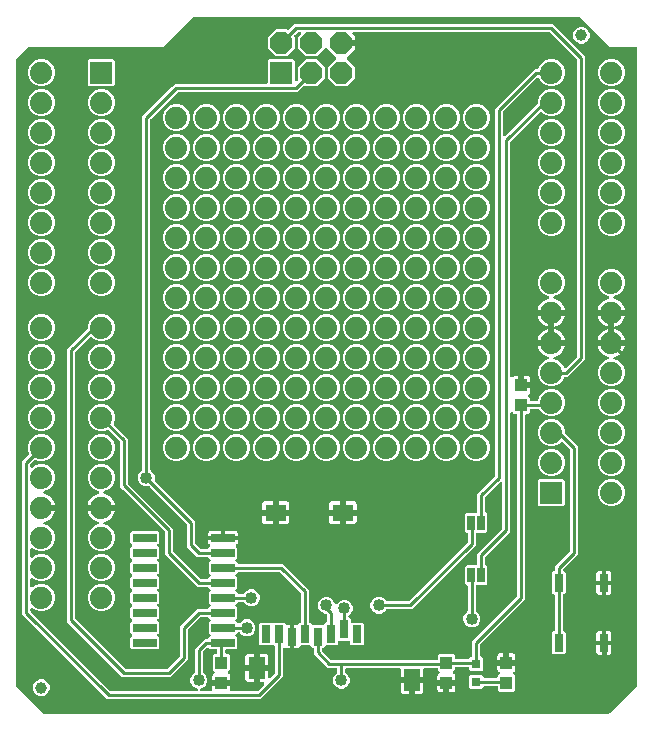
<source format=gbr>
G04 EAGLE Gerber RS-274X export*
G75*
%MOMM*%
%FSLAX34Y34*%
%LPD*%
%INTop Copper*%
%IPPOS*%
%AMOC8*
5,1,8,0,0,1.08239X$1,22.5*%
G01*
%ADD10C,1.879600*%
%ADD11R,1.800000X1.400000*%
%ADD12R,1.400000X1.900000*%
%ADD13R,0.800000X1.500000*%
%ADD14R,0.762000X1.524000*%
%ADD15R,0.800000X0.800000*%
%ADD16R,1.000000X1.100000*%
%ADD17R,1.879600X1.879600*%
%ADD18R,2.032000X0.660400*%
%ADD19C,1.000000*%
%ADD20R,0.635000X1.270000*%
%ADD21P,2.034460X8X22.500000*%
%ADD22C,0.254000*%
%ADD23C,1.016000*%

G36*
X493399Y3569D02*
X493399Y3569D01*
X493498Y3572D01*
X493556Y3589D01*
X493617Y3597D01*
X493709Y3633D01*
X493804Y3661D01*
X493856Y3691D01*
X493912Y3714D01*
X493992Y3772D01*
X494078Y3822D01*
X494153Y3888D01*
X494170Y3900D01*
X494177Y3910D01*
X494199Y3928D01*
X516772Y26501D01*
X516832Y26580D01*
X516900Y26652D01*
X516929Y26705D01*
X516966Y26753D01*
X517006Y26844D01*
X517054Y26930D01*
X517069Y26989D01*
X517093Y27045D01*
X517108Y27143D01*
X517133Y27238D01*
X517139Y27338D01*
X517143Y27359D01*
X517141Y27371D01*
X517143Y27399D01*
X517143Y566674D01*
X517128Y566792D01*
X517121Y566911D01*
X517108Y566949D01*
X517103Y566990D01*
X517060Y567100D01*
X517023Y567213D01*
X517001Y567248D01*
X516986Y567285D01*
X516917Y567381D01*
X516853Y567482D01*
X516823Y567510D01*
X516800Y567543D01*
X516708Y567619D01*
X516621Y567700D01*
X516586Y567720D01*
X516555Y567745D01*
X516447Y567796D01*
X516343Y567854D01*
X516303Y567864D01*
X516267Y567881D01*
X516150Y567903D01*
X516035Y567933D01*
X515975Y567937D01*
X515955Y567941D01*
X515934Y567939D01*
X515874Y567943D01*
X493827Y567943D01*
X468799Y592972D01*
X468720Y593032D01*
X468648Y593100D01*
X468595Y593129D01*
X468547Y593166D01*
X468456Y593206D01*
X468370Y593254D01*
X468311Y593269D01*
X468255Y593293D01*
X468157Y593308D01*
X468062Y593333D01*
X467962Y593339D01*
X467941Y593343D01*
X467929Y593341D01*
X467901Y593343D01*
X141699Y593343D01*
X141601Y593331D01*
X141502Y593328D01*
X141444Y593311D01*
X141383Y593303D01*
X141291Y593267D01*
X141196Y593239D01*
X141144Y593209D01*
X141088Y593186D01*
X141008Y593128D01*
X140922Y593078D01*
X140847Y593012D01*
X140830Y593000D01*
X140823Y592990D01*
X140801Y592972D01*
X115773Y567943D01*
X1999Y567943D01*
X1901Y567931D01*
X1802Y567928D01*
X1744Y567911D01*
X1683Y567903D01*
X1591Y567867D01*
X1496Y567839D01*
X1444Y567809D01*
X1388Y567786D01*
X1308Y567728D01*
X1222Y567678D01*
X1147Y567612D01*
X1130Y567600D01*
X1123Y567590D01*
X1101Y567572D01*
X-8772Y557699D01*
X-8832Y557620D01*
X-8900Y557548D01*
X-8929Y557495D01*
X-8966Y557447D01*
X-9006Y557356D01*
X-9054Y557270D01*
X-9069Y557211D01*
X-9093Y557155D01*
X-9108Y557057D01*
X-9133Y556962D01*
X-9139Y556862D01*
X-9143Y556841D01*
X-9141Y556829D01*
X-9143Y556801D01*
X-9143Y27399D01*
X-9131Y27301D01*
X-9128Y27202D01*
X-9111Y27144D01*
X-9103Y27083D01*
X-9067Y26991D01*
X-9039Y26896D01*
X-9009Y26844D01*
X-8986Y26788D01*
X-8928Y26708D01*
X-8878Y26622D01*
X-8812Y26547D01*
X-8800Y26530D01*
X-8790Y26523D01*
X-8772Y26501D01*
X13801Y3928D01*
X13880Y3868D01*
X13952Y3800D01*
X14005Y3771D01*
X14053Y3734D01*
X14144Y3694D01*
X14230Y3646D01*
X14289Y3631D01*
X14345Y3607D01*
X14443Y3592D01*
X14538Y3567D01*
X14638Y3561D01*
X14659Y3557D01*
X14671Y3559D01*
X14699Y3557D01*
X493301Y3557D01*
X493399Y3569D01*
G37*
%LPC*%
G36*
X68482Y15747D02*
X68482Y15747D01*
X-996Y85226D01*
X-3303Y87532D01*
X-3303Y217268D01*
X1984Y222554D01*
X2002Y222578D01*
X2024Y222597D01*
X2099Y222703D01*
X2179Y222806D01*
X2190Y222833D01*
X2207Y222857D01*
X2253Y222978D01*
X2305Y223097D01*
X2309Y223127D01*
X2320Y223154D01*
X2334Y223283D01*
X2355Y223412D01*
X2352Y223441D01*
X2355Y223470D01*
X2337Y223599D01*
X2325Y223728D01*
X2315Y223756D01*
X2311Y223785D01*
X2259Y223938D01*
X1269Y226326D01*
X1269Y230874D01*
X3009Y235075D01*
X6225Y238291D01*
X10426Y240031D01*
X14974Y240031D01*
X19175Y238291D01*
X22391Y235075D01*
X24131Y230874D01*
X24131Y226326D01*
X22391Y222125D01*
X19175Y218909D01*
X14974Y217169D01*
X10426Y217169D01*
X8038Y218159D01*
X8009Y218166D01*
X7983Y218180D01*
X7856Y218208D01*
X7731Y218243D01*
X7701Y218243D01*
X7673Y218250D01*
X7543Y218246D01*
X7413Y218248D01*
X7384Y218241D01*
X7355Y218240D01*
X7230Y218204D01*
X7104Y218174D01*
X7077Y218160D01*
X7049Y218152D01*
X6937Y218086D01*
X6822Y218025D01*
X6801Y218005D01*
X6775Y217990D01*
X6654Y217884D01*
X3674Y214904D01*
X3614Y214825D01*
X3546Y214753D01*
X3517Y214700D01*
X3480Y214652D01*
X3440Y214561D01*
X3392Y214475D01*
X3377Y214416D01*
X3353Y214361D01*
X3338Y214263D01*
X3313Y214167D01*
X3307Y214067D01*
X3303Y214046D01*
X3305Y214034D01*
X3303Y214006D01*
X3303Y213032D01*
X3320Y212894D01*
X3333Y212756D01*
X3340Y212737D01*
X3343Y212717D01*
X3394Y212588D01*
X3441Y212457D01*
X3452Y212440D01*
X3460Y212421D01*
X3541Y212309D01*
X3619Y212194D01*
X3635Y212180D01*
X3646Y212164D01*
X3754Y212075D01*
X3858Y211983D01*
X3876Y211974D01*
X3891Y211961D01*
X4017Y211902D01*
X4141Y211839D01*
X4161Y211834D01*
X4179Y211826D01*
X4316Y211799D01*
X4451Y211769D01*
X4472Y211770D01*
X4491Y211766D01*
X4630Y211774D01*
X4769Y211779D01*
X4789Y211784D01*
X4809Y211786D01*
X4941Y211828D01*
X5075Y211867D01*
X5092Y211877D01*
X5111Y211884D01*
X5229Y211958D01*
X5349Y212029D01*
X5370Y212047D01*
X5380Y212054D01*
X5394Y212069D01*
X5469Y212135D01*
X6225Y212891D01*
X10426Y214631D01*
X14974Y214631D01*
X19175Y212891D01*
X22391Y209675D01*
X24131Y205474D01*
X24131Y200926D01*
X22391Y196725D01*
X19175Y193509D01*
X15216Y191870D01*
X15104Y191806D01*
X14989Y191747D01*
X14966Y191727D01*
X14940Y191712D01*
X14847Y191622D01*
X14750Y191537D01*
X14733Y191512D01*
X14712Y191491D01*
X14644Y191380D01*
X14571Y191274D01*
X14561Y191245D01*
X14545Y191220D01*
X14507Y191096D01*
X14464Y190975D01*
X14461Y190945D01*
X14452Y190916D01*
X14446Y190787D01*
X14433Y190658D01*
X14438Y190628D01*
X14437Y190598D01*
X14463Y190472D01*
X14483Y190344D01*
X14495Y190316D01*
X14501Y190287D01*
X14558Y190170D01*
X14609Y190052D01*
X14627Y190028D01*
X14641Y190001D01*
X14725Y189903D01*
X14804Y189800D01*
X14827Y189782D01*
X14847Y189759D01*
X14953Y189685D01*
X15055Y189605D01*
X15082Y189593D01*
X15107Y189576D01*
X15228Y189530D01*
X15347Y189479D01*
X15388Y189469D01*
X15404Y189463D01*
X15426Y189461D01*
X15491Y189446D01*
X17283Y188864D01*
X18957Y188011D01*
X20478Y186906D01*
X21806Y185578D01*
X22911Y184057D01*
X23764Y182383D01*
X24345Y180596D01*
X24385Y180339D01*
X13970Y180339D01*
X13852Y180324D01*
X13733Y180317D01*
X13695Y180304D01*
X13655Y180299D01*
X13544Y180256D01*
X13431Y180219D01*
X13397Y180197D01*
X13359Y180182D01*
X13263Y180112D01*
X13162Y180049D01*
X13134Y180019D01*
X13102Y179995D01*
X13026Y179904D01*
X12944Y179817D01*
X12925Y179782D01*
X12899Y179751D01*
X12848Y179643D01*
X12791Y179539D01*
X12780Y179499D01*
X12763Y179463D01*
X12741Y179346D01*
X12711Y179231D01*
X12707Y179170D01*
X12703Y179150D01*
X12705Y179130D01*
X12701Y179070D01*
X12701Y176530D01*
X12716Y176412D01*
X12723Y176293D01*
X12736Y176255D01*
X12741Y176214D01*
X12785Y176104D01*
X12821Y175991D01*
X12843Y175956D01*
X12858Y175919D01*
X12928Y175823D01*
X12991Y175722D01*
X13021Y175694D01*
X13045Y175661D01*
X13136Y175586D01*
X13223Y175504D01*
X13258Y175484D01*
X13290Y175459D01*
X13397Y175408D01*
X13502Y175350D01*
X13541Y175340D01*
X13577Y175323D01*
X13694Y175301D01*
X13809Y175271D01*
X13870Y175267D01*
X13890Y175263D01*
X13910Y175265D01*
X13970Y175261D01*
X24385Y175261D01*
X24345Y175004D01*
X23764Y173217D01*
X22911Y171543D01*
X21806Y170022D01*
X20478Y168694D01*
X18957Y167589D01*
X17283Y166736D01*
X15466Y166146D01*
X15380Y166121D01*
X15254Y166090D01*
X15227Y166076D01*
X15198Y166068D01*
X15087Y166002D01*
X14973Y165942D01*
X14950Y165921D01*
X14924Y165906D01*
X14833Y165815D01*
X14737Y165728D01*
X14721Y165703D01*
X14700Y165681D01*
X14634Y165570D01*
X14563Y165462D01*
X14553Y165433D01*
X14537Y165408D01*
X14501Y165284D01*
X14459Y165161D01*
X14457Y165131D01*
X14449Y165102D01*
X14444Y164973D01*
X14434Y164844D01*
X14439Y164814D01*
X14438Y164784D01*
X14466Y164658D01*
X14489Y164531D01*
X14501Y164503D01*
X14507Y164474D01*
X14566Y164359D01*
X14619Y164241D01*
X14638Y164217D01*
X14652Y164190D01*
X14737Y164094D01*
X14818Y163992D01*
X14842Y163974D01*
X14862Y163952D01*
X14968Y163879D01*
X15072Y163801D01*
X15110Y163782D01*
X15124Y163773D01*
X15145Y163765D01*
X15216Y163730D01*
X19175Y162091D01*
X22391Y158875D01*
X24131Y154674D01*
X24131Y150126D01*
X22391Y145925D01*
X19175Y142709D01*
X14974Y140969D01*
X10426Y140969D01*
X6225Y142709D01*
X5469Y143465D01*
X5360Y143550D01*
X5253Y143639D01*
X5234Y143648D01*
X5218Y143660D01*
X5090Y143715D01*
X4965Y143774D01*
X4945Y143778D01*
X4926Y143786D01*
X4788Y143808D01*
X4652Y143834D01*
X4632Y143833D01*
X4612Y143836D01*
X4473Y143823D01*
X4335Y143814D01*
X4316Y143808D01*
X4296Y143806D01*
X4164Y143759D01*
X4033Y143716D01*
X4015Y143706D01*
X3996Y143699D01*
X3881Y143621D01*
X3764Y143546D01*
X3750Y143532D01*
X3733Y143520D01*
X3641Y143416D01*
X3546Y143315D01*
X3536Y143297D01*
X3523Y143282D01*
X3460Y143158D01*
X3392Y143036D01*
X3387Y143017D01*
X3378Y142999D01*
X3348Y142862D01*
X3313Y142728D01*
X3311Y142700D01*
X3308Y142688D01*
X3309Y142668D01*
X3303Y142568D01*
X3303Y136832D01*
X3320Y136694D01*
X3333Y136556D01*
X3340Y136537D01*
X3343Y136517D01*
X3394Y136388D01*
X3441Y136257D01*
X3452Y136240D01*
X3460Y136221D01*
X3541Y136109D01*
X3619Y135994D01*
X3635Y135980D01*
X3646Y135964D01*
X3754Y135875D01*
X3858Y135783D01*
X3876Y135774D01*
X3891Y135761D01*
X4017Y135702D01*
X4141Y135639D01*
X4161Y135634D01*
X4179Y135626D01*
X4316Y135599D01*
X4451Y135569D01*
X4472Y135570D01*
X4491Y135566D01*
X4630Y135574D01*
X4769Y135579D01*
X4789Y135584D01*
X4809Y135586D01*
X4941Y135628D01*
X5075Y135667D01*
X5092Y135677D01*
X5111Y135684D01*
X5229Y135758D01*
X5349Y135829D01*
X5370Y135847D01*
X5380Y135854D01*
X5394Y135869D01*
X5469Y135935D01*
X6225Y136691D01*
X10426Y138431D01*
X14974Y138431D01*
X19175Y136691D01*
X22391Y133475D01*
X24131Y129274D01*
X24131Y124726D01*
X22391Y120525D01*
X19175Y117309D01*
X14974Y115569D01*
X10426Y115569D01*
X6225Y117309D01*
X5469Y118065D01*
X5360Y118150D01*
X5253Y118239D01*
X5234Y118248D01*
X5218Y118260D01*
X5090Y118315D01*
X4965Y118374D01*
X4945Y118378D01*
X4926Y118386D01*
X4788Y118408D01*
X4652Y118434D01*
X4632Y118433D01*
X4612Y118436D01*
X4473Y118423D01*
X4335Y118414D01*
X4316Y118408D01*
X4296Y118406D01*
X4164Y118359D01*
X4033Y118316D01*
X4015Y118306D01*
X3996Y118299D01*
X3881Y118221D01*
X3764Y118146D01*
X3750Y118132D01*
X3733Y118120D01*
X3641Y118016D01*
X3546Y117915D01*
X3536Y117897D01*
X3523Y117882D01*
X3460Y117758D01*
X3392Y117636D01*
X3387Y117617D01*
X3378Y117599D01*
X3348Y117463D01*
X3313Y117328D01*
X3311Y117300D01*
X3308Y117288D01*
X3309Y117268D01*
X3303Y117168D01*
X3303Y111432D01*
X3319Y111304D01*
X3325Y111206D01*
X3330Y111191D01*
X3333Y111156D01*
X3340Y111137D01*
X3343Y111117D01*
X3394Y110988D01*
X3415Y110929D01*
X3423Y110904D01*
X3425Y110900D01*
X3441Y110857D01*
X3452Y110840D01*
X3460Y110821D01*
X3541Y110709D01*
X3619Y110594D01*
X3635Y110580D01*
X3646Y110564D01*
X3754Y110475D01*
X3858Y110383D01*
X3876Y110374D01*
X3891Y110361D01*
X4017Y110302D01*
X4141Y110239D01*
X4161Y110234D01*
X4179Y110226D01*
X4316Y110199D01*
X4451Y110169D01*
X4472Y110170D01*
X4491Y110166D01*
X4630Y110174D01*
X4769Y110179D01*
X4789Y110184D01*
X4809Y110186D01*
X4894Y110213D01*
X4898Y110214D01*
X4910Y110218D01*
X4941Y110228D01*
X5075Y110267D01*
X5092Y110277D01*
X5111Y110284D01*
X5172Y110322D01*
X5194Y110331D01*
X5242Y110366D01*
X5349Y110429D01*
X5370Y110447D01*
X5380Y110454D01*
X5394Y110469D01*
X5443Y110511D01*
X5451Y110517D01*
X5455Y110522D01*
X5469Y110535D01*
X6225Y111291D01*
X10426Y113031D01*
X14974Y113031D01*
X19175Y111291D01*
X22391Y108075D01*
X24131Y103874D01*
X24131Y99326D01*
X22391Y95125D01*
X19175Y91909D01*
X14974Y90169D01*
X10426Y90169D01*
X6225Y91909D01*
X5469Y92665D01*
X5360Y92750D01*
X5253Y92839D01*
X5234Y92848D01*
X5218Y92860D01*
X5090Y92915D01*
X4965Y92974D01*
X4945Y92978D01*
X4926Y92986D01*
X4788Y93008D01*
X4652Y93034D01*
X4632Y93033D01*
X4612Y93036D01*
X4473Y93023D01*
X4335Y93014D01*
X4316Y93008D01*
X4296Y93006D01*
X4164Y92959D01*
X4033Y92916D01*
X4015Y92906D01*
X3996Y92899D01*
X3881Y92821D01*
X3764Y92746D01*
X3750Y92732D01*
X3733Y92720D01*
X3641Y92616D01*
X3546Y92515D01*
X3536Y92497D01*
X3523Y92482D01*
X3460Y92358D01*
X3392Y92236D01*
X3387Y92217D01*
X3378Y92199D01*
X3348Y92062D01*
X3313Y91928D01*
X3311Y91900D01*
X3308Y91888D01*
X3309Y91868D01*
X3303Y91768D01*
X3303Y90794D01*
X3315Y90696D01*
X3318Y90597D01*
X3335Y90538D01*
X3343Y90478D01*
X3379Y90386D01*
X3407Y90291D01*
X3437Y90239D01*
X3460Y90183D01*
X3518Y90103D01*
X3568Y90017D01*
X3634Y89942D01*
X3646Y89925D01*
X3656Y89917D01*
X3674Y89896D01*
X70846Y22724D01*
X70925Y22664D01*
X70997Y22596D01*
X71050Y22567D01*
X71098Y22530D01*
X71189Y22490D01*
X71275Y22442D01*
X71334Y22427D01*
X71389Y22403D01*
X71487Y22388D01*
X71583Y22363D01*
X71683Y22357D01*
X71704Y22353D01*
X71716Y22355D01*
X71744Y22353D01*
X143770Y22353D01*
X143839Y22361D01*
X143909Y22360D01*
X143996Y22381D01*
X144085Y22393D01*
X144150Y22418D01*
X144218Y22435D01*
X144297Y22477D01*
X144381Y22510D01*
X144437Y22551D01*
X144499Y22583D01*
X144565Y22644D01*
X144638Y22696D01*
X144683Y22750D01*
X144734Y22797D01*
X144784Y22872D01*
X144841Y22941D01*
X144871Y23005D01*
X144909Y23063D01*
X144938Y23148D01*
X144977Y23229D01*
X144990Y23298D01*
X145012Y23364D01*
X145019Y23453D01*
X145036Y23541D01*
X145032Y23611D01*
X145038Y23681D01*
X145022Y23769D01*
X145017Y23859D01*
X144995Y23925D01*
X144983Y23994D01*
X144946Y24076D01*
X144919Y24161D01*
X144881Y24220D01*
X144853Y24284D01*
X144797Y24354D01*
X144748Y24430D01*
X144698Y24478D01*
X144654Y24532D01*
X144582Y24587D01*
X144517Y24648D01*
X144456Y24682D01*
X144400Y24724D01*
X144255Y24795D01*
X142021Y25720D01*
X140020Y27721D01*
X138937Y30335D01*
X138937Y33165D01*
X140020Y35779D01*
X142027Y37786D01*
X142127Y37849D01*
X142240Y37914D01*
X142261Y37934D01*
X142286Y37950D01*
X142375Y38044D01*
X142468Y38135D01*
X142484Y38160D01*
X142504Y38182D01*
X142567Y38295D01*
X142635Y38406D01*
X142643Y38434D01*
X142658Y38460D01*
X142690Y38586D01*
X142728Y38710D01*
X142730Y38740D01*
X142737Y38768D01*
X142747Y38929D01*
X142747Y58518D01*
X151032Y66803D01*
X153035Y66803D01*
X153153Y66818D01*
X153272Y66825D01*
X153310Y66838D01*
X153351Y66843D01*
X153461Y66886D01*
X153574Y66923D01*
X153609Y66945D01*
X153646Y66960D01*
X153742Y67029D01*
X153843Y67093D01*
X153871Y67123D01*
X153904Y67146D01*
X153980Y67238D01*
X154061Y67325D01*
X154081Y67360D01*
X154106Y67391D01*
X154155Y67495D01*
X155613Y68952D01*
X155686Y69047D01*
X155765Y69136D01*
X155783Y69172D01*
X155808Y69204D01*
X155855Y69313D01*
X155909Y69419D01*
X155918Y69458D01*
X155934Y69496D01*
X155953Y69613D01*
X155979Y69729D01*
X155978Y69770D01*
X155984Y69810D01*
X155973Y69928D01*
X155969Y70047D01*
X155958Y70086D01*
X155954Y70126D01*
X155914Y70238D01*
X155881Y70353D01*
X155860Y70387D01*
X155847Y70426D01*
X155780Y70524D01*
X155719Y70627D01*
X155679Y70672D01*
X155668Y70689D01*
X155653Y70702D01*
X155613Y70747D01*
X154304Y72056D01*
X154304Y80344D01*
X155613Y81652D01*
X155686Y81747D01*
X155765Y81836D01*
X155783Y81872D01*
X155808Y81904D01*
X155855Y82013D01*
X155909Y82119D01*
X155918Y82158D01*
X155934Y82196D01*
X155953Y82313D01*
X155979Y82429D01*
X155978Y82470D01*
X155984Y82510D01*
X155973Y82628D01*
X155969Y82747D01*
X155958Y82786D01*
X155954Y82826D01*
X155914Y82939D01*
X155881Y83053D01*
X155860Y83087D01*
X155847Y83126D01*
X155780Y83224D01*
X155719Y83327D01*
X155679Y83372D01*
X155668Y83389D01*
X155653Y83402D01*
X155613Y83447D01*
X154169Y84892D01*
X154162Y84902D01*
X154147Y84939D01*
X154078Y85035D01*
X154014Y85136D01*
X153984Y85164D01*
X153961Y85197D01*
X153869Y85273D01*
X153782Y85354D01*
X153747Y85374D01*
X153716Y85399D01*
X153608Y85450D01*
X153504Y85508D01*
X153464Y85518D01*
X153428Y85535D01*
X153311Y85557D01*
X153196Y85587D01*
X153136Y85591D01*
X153116Y85595D01*
X153095Y85593D01*
X153035Y85597D01*
X147944Y85597D01*
X147846Y85585D01*
X147747Y85582D01*
X147688Y85565D01*
X147628Y85557D01*
X147536Y85521D01*
X147441Y85493D01*
X147389Y85463D01*
X147333Y85440D01*
X147253Y85382D01*
X147167Y85332D01*
X147092Y85266D01*
X147075Y85254D01*
X147067Y85244D01*
X147046Y85226D01*
X137024Y75204D01*
X136964Y75125D01*
X136896Y75053D01*
X136867Y75000D01*
X136830Y74952D01*
X136790Y74861D01*
X136742Y74775D01*
X136727Y74716D01*
X136703Y74661D01*
X136688Y74563D01*
X136663Y74467D01*
X136657Y74367D01*
X136653Y74346D01*
X136655Y74334D01*
X136653Y74306D01*
X136653Y49432D01*
X122018Y34797D01*
X81182Y34797D01*
X34797Y81182D01*
X34797Y312518D01*
X51698Y329418D01*
X51758Y329497D01*
X51826Y329569D01*
X51855Y329622D01*
X51892Y329670D01*
X51932Y329761D01*
X51980Y329847D01*
X51995Y329906D01*
X52019Y329961D01*
X52034Y330059D01*
X52059Y330155D01*
X52065Y330255D01*
X52069Y330276D01*
X52067Y330288D01*
X52069Y330316D01*
X52069Y332474D01*
X53809Y336675D01*
X57025Y339891D01*
X61226Y341631D01*
X65774Y341631D01*
X69975Y339891D01*
X73191Y336675D01*
X74931Y332474D01*
X74931Y327926D01*
X73191Y323725D01*
X69975Y320509D01*
X65774Y318769D01*
X61226Y318769D01*
X57025Y320509D01*
X55475Y322059D01*
X55381Y322132D01*
X55292Y322211D01*
X55256Y322229D01*
X55224Y322254D01*
X55114Y322302D01*
X55009Y322356D01*
X54969Y322365D01*
X54932Y322381D01*
X54814Y322399D01*
X54698Y322425D01*
X54658Y322424D01*
X54618Y322431D01*
X54499Y322419D01*
X54380Y322416D01*
X54342Y322404D01*
X54301Y322401D01*
X54189Y322360D01*
X54075Y322327D01*
X54040Y322307D01*
X54002Y322293D01*
X53903Y322226D01*
X53801Y322166D01*
X53756Y322126D01*
X53739Y322115D01*
X53725Y322099D01*
X53680Y322059D01*
X41774Y310154D01*
X41714Y310075D01*
X41646Y310003D01*
X41617Y309950D01*
X41580Y309902D01*
X41540Y309811D01*
X41492Y309725D01*
X41477Y309666D01*
X41453Y309611D01*
X41438Y309513D01*
X41413Y309417D01*
X41407Y309317D01*
X41403Y309296D01*
X41405Y309284D01*
X41403Y309256D01*
X41403Y84444D01*
X41415Y84346D01*
X41418Y84247D01*
X41435Y84188D01*
X41443Y84128D01*
X41479Y84036D01*
X41507Y83941D01*
X41537Y83889D01*
X41560Y83833D01*
X41618Y83753D01*
X41668Y83667D01*
X41734Y83592D01*
X41746Y83575D01*
X41756Y83567D01*
X41774Y83546D01*
X83546Y41774D01*
X83625Y41714D01*
X83697Y41646D01*
X83750Y41617D01*
X83798Y41580D01*
X83889Y41540D01*
X83975Y41492D01*
X84034Y41477D01*
X84089Y41453D01*
X84187Y41438D01*
X84283Y41413D01*
X84383Y41407D01*
X84404Y41403D01*
X84416Y41405D01*
X84444Y41403D01*
X118756Y41403D01*
X118854Y41415D01*
X118953Y41418D01*
X119012Y41435D01*
X119072Y41443D01*
X119164Y41479D01*
X119259Y41507D01*
X119311Y41537D01*
X119367Y41560D01*
X119447Y41618D01*
X119533Y41668D01*
X119608Y41734D01*
X119625Y41746D01*
X119633Y41756D01*
X119654Y41774D01*
X129676Y51796D01*
X129736Y51875D01*
X129804Y51947D01*
X129833Y52000D01*
X129870Y52048D01*
X129910Y52139D01*
X129958Y52225D01*
X129973Y52284D01*
X129997Y52339D01*
X130012Y52437D01*
X130037Y52533D01*
X130043Y52633D01*
X130047Y52654D01*
X130045Y52666D01*
X130047Y52694D01*
X130047Y77568D01*
X144682Y92203D01*
X153035Y92203D01*
X153153Y92218D01*
X153272Y92225D01*
X153310Y92238D01*
X153351Y92243D01*
X153461Y92286D01*
X153574Y92323D01*
X153609Y92345D01*
X153646Y92360D01*
X153742Y92429D01*
X153843Y92493D01*
X153871Y92523D01*
X153904Y92546D01*
X153980Y92638D01*
X154061Y92725D01*
X154081Y92760D01*
X154106Y92791D01*
X154155Y92895D01*
X155613Y94352D01*
X155686Y94447D01*
X155765Y94536D01*
X155783Y94572D01*
X155808Y94604D01*
X155855Y94713D01*
X155909Y94819D01*
X155918Y94858D01*
X155934Y94896D01*
X155953Y95013D01*
X155979Y95129D01*
X155978Y95170D01*
X155984Y95210D01*
X155973Y95328D01*
X155969Y95447D01*
X155958Y95486D01*
X155954Y95526D01*
X155914Y95638D01*
X155881Y95753D01*
X155860Y95787D01*
X155847Y95826D01*
X155780Y95924D01*
X155719Y96027D01*
X155679Y96072D01*
X155668Y96089D01*
X155653Y96102D01*
X155613Y96147D01*
X154304Y97456D01*
X154304Y105744D01*
X155613Y107052D01*
X155686Y107147D01*
X155765Y107236D01*
X155783Y107272D01*
X155808Y107304D01*
X155855Y107413D01*
X155909Y107519D01*
X155918Y107558D01*
X155934Y107596D01*
X155953Y107713D01*
X155979Y107829D01*
X155978Y107870D01*
X155984Y107910D01*
X155973Y108028D01*
X155969Y108147D01*
X155958Y108186D01*
X155954Y108226D01*
X155914Y108339D01*
X155881Y108453D01*
X155860Y108487D01*
X155847Y108526D01*
X155780Y108624D01*
X155719Y108727D01*
X155679Y108772D01*
X155668Y108789D01*
X155653Y108802D01*
X155613Y108847D01*
X154169Y110292D01*
X154162Y110302D01*
X154147Y110339D01*
X154078Y110435D01*
X154014Y110536D01*
X153984Y110564D01*
X153961Y110597D01*
X153869Y110673D01*
X153782Y110754D01*
X153747Y110774D01*
X153716Y110799D01*
X153608Y110850D01*
X153504Y110908D01*
X153464Y110918D01*
X153428Y110935D01*
X153311Y110957D01*
X153196Y110987D01*
X153136Y110991D01*
X153116Y110995D01*
X153095Y110993D01*
X153035Y110997D01*
X144682Y110997D01*
X117347Y138332D01*
X117347Y156856D01*
X117335Y156954D01*
X117332Y157053D01*
X117315Y157112D01*
X117307Y157172D01*
X117271Y157264D01*
X117243Y157359D01*
X117213Y157411D01*
X117190Y157467D01*
X117132Y157547D01*
X117082Y157633D01*
X117016Y157708D01*
X117004Y157725D01*
X116994Y157733D01*
X116976Y157754D01*
X81554Y193176D01*
X79247Y195482D01*
X79247Y233056D01*
X79235Y233154D01*
X79232Y233253D01*
X79215Y233312D01*
X79207Y233372D01*
X79171Y233464D01*
X79143Y233559D01*
X79113Y233611D01*
X79090Y233667D01*
X79032Y233747D01*
X78982Y233833D01*
X78916Y233908D01*
X78904Y233925D01*
X78894Y233933D01*
X78876Y233954D01*
X69546Y243284D01*
X69522Y243302D01*
X69503Y243324D01*
X69397Y243399D01*
X69294Y243479D01*
X69267Y243490D01*
X69243Y243507D01*
X69122Y243553D01*
X69003Y243605D01*
X68973Y243609D01*
X68946Y243620D01*
X68817Y243634D01*
X68688Y243655D01*
X68659Y243652D01*
X68630Y243655D01*
X68501Y243637D01*
X68372Y243625D01*
X68344Y243615D01*
X68315Y243611D01*
X68162Y243559D01*
X65774Y242569D01*
X61226Y242569D01*
X57025Y244309D01*
X53809Y247525D01*
X52069Y251726D01*
X52069Y256274D01*
X53809Y260475D01*
X57025Y263691D01*
X61226Y265431D01*
X65774Y265431D01*
X69975Y263691D01*
X73191Y260475D01*
X74931Y256274D01*
X74931Y251726D01*
X73941Y249338D01*
X73934Y249309D01*
X73920Y249283D01*
X73892Y249156D01*
X73857Y249031D01*
X73857Y249001D01*
X73850Y248973D01*
X73854Y248843D01*
X73852Y248713D01*
X73859Y248684D01*
X73860Y248655D01*
X73896Y248530D01*
X73926Y248404D01*
X73940Y248377D01*
X73948Y248349D01*
X74014Y248237D01*
X74075Y248122D01*
X74095Y248101D01*
X74110Y248075D01*
X74216Y247954D01*
X85853Y236318D01*
X85853Y198744D01*
X85865Y198646D01*
X85868Y198547D01*
X85885Y198488D01*
X85893Y198428D01*
X85929Y198336D01*
X85957Y198241D01*
X85987Y198189D01*
X86010Y198133D01*
X86068Y198053D01*
X86118Y197967D01*
X86184Y197892D01*
X86196Y197875D01*
X86206Y197867D01*
X86224Y197846D01*
X123953Y160118D01*
X123953Y141594D01*
X123965Y141496D01*
X123968Y141397D01*
X123985Y141338D01*
X123993Y141278D01*
X124029Y141186D01*
X124057Y141091D01*
X124087Y141039D01*
X124110Y140983D01*
X124168Y140903D01*
X124218Y140817D01*
X124284Y140742D01*
X124296Y140725D01*
X124306Y140717D01*
X124324Y140696D01*
X147046Y117974D01*
X147125Y117914D01*
X147197Y117846D01*
X147250Y117817D01*
X147298Y117780D01*
X147389Y117740D01*
X147475Y117692D01*
X147534Y117677D01*
X147589Y117653D01*
X147687Y117638D01*
X147783Y117613D01*
X147883Y117607D01*
X147904Y117603D01*
X147916Y117605D01*
X147944Y117603D01*
X153035Y117603D01*
X153153Y117618D01*
X153272Y117625D01*
X153310Y117638D01*
X153351Y117643D01*
X153461Y117686D01*
X153574Y117723D01*
X153609Y117745D01*
X153646Y117760D01*
X153742Y117829D01*
X153843Y117893D01*
X153871Y117923D01*
X153904Y117946D01*
X153980Y118038D01*
X154061Y118125D01*
X154081Y118160D01*
X154106Y118191D01*
X154155Y118295D01*
X155613Y119752D01*
X155686Y119847D01*
X155765Y119936D01*
X155783Y119972D01*
X155808Y120004D01*
X155855Y120113D01*
X155909Y120219D01*
X155918Y120258D01*
X155934Y120296D01*
X155953Y120413D01*
X155979Y120529D01*
X155978Y120570D01*
X155984Y120610D01*
X155973Y120728D01*
X155969Y120847D01*
X155958Y120886D01*
X155954Y120926D01*
X155914Y121039D01*
X155881Y121153D01*
X155860Y121187D01*
X155847Y121226D01*
X155780Y121324D01*
X155719Y121427D01*
X155679Y121472D01*
X155668Y121489D01*
X155653Y121502D01*
X155613Y121547D01*
X154304Y122856D01*
X154304Y131144D01*
X155613Y132452D01*
X155686Y132547D01*
X155765Y132636D01*
X155783Y132672D01*
X155808Y132704D01*
X155855Y132813D01*
X155909Y132919D01*
X155918Y132958D01*
X155934Y132996D01*
X155953Y133113D01*
X155979Y133229D01*
X155978Y133270D01*
X155984Y133310D01*
X155973Y133428D01*
X155969Y133547D01*
X155958Y133586D01*
X155954Y133626D01*
X155914Y133739D01*
X155881Y133853D01*
X155860Y133887D01*
X155847Y133926D01*
X155780Y134024D01*
X155719Y134127D01*
X155679Y134172D01*
X155668Y134189D01*
X155653Y134202D01*
X155613Y134247D01*
X154169Y135692D01*
X154162Y135702D01*
X154147Y135739D01*
X154078Y135835D01*
X154014Y135936D01*
X153984Y135964D01*
X153961Y135997D01*
X153869Y136073D01*
X153782Y136154D01*
X153747Y136174D01*
X153716Y136199D01*
X153608Y136250D01*
X153504Y136308D01*
X153464Y136318D01*
X153428Y136335D01*
X153311Y136357D01*
X153196Y136387D01*
X153136Y136391D01*
X153116Y136395D01*
X153095Y136393D01*
X153035Y136397D01*
X144682Y136397D01*
X136397Y144682D01*
X136397Y163206D01*
X136385Y163304D01*
X136382Y163403D01*
X136365Y163462D01*
X136357Y163522D01*
X136321Y163614D01*
X136293Y163709D01*
X136263Y163761D01*
X136240Y163817D01*
X136182Y163897D01*
X136132Y163983D01*
X136066Y164058D01*
X136054Y164075D01*
X136044Y164083D01*
X136026Y164104D01*
X104341Y195788D01*
X104317Y195807D01*
X104298Y195829D01*
X104192Y195904D01*
X104090Y195983D01*
X104062Y195995D01*
X104038Y196012D01*
X103917Y196058D01*
X103798Y196110D01*
X103768Y196114D01*
X103741Y196125D01*
X103612Y196139D01*
X103484Y196160D01*
X103454Y196157D01*
X103425Y196160D01*
X103296Y196142D01*
X103167Y196130D01*
X103139Y196120D01*
X103110Y196116D01*
X103027Y196087D01*
X100185Y196087D01*
X97571Y197170D01*
X95570Y199171D01*
X94487Y201785D01*
X94487Y204615D01*
X95570Y207229D01*
X97577Y209236D01*
X97677Y209299D01*
X97790Y209364D01*
X97811Y209384D01*
X97836Y209400D01*
X97925Y209494D01*
X98018Y209585D01*
X98034Y209610D01*
X98054Y209632D01*
X98117Y209745D01*
X98185Y209856D01*
X98193Y209884D01*
X98208Y209910D01*
X98240Y210036D01*
X98278Y210160D01*
X98280Y210190D01*
X98287Y210218D01*
X98297Y210379D01*
X98297Y509368D01*
X100603Y511674D01*
X100604Y511674D01*
X123326Y534396D01*
X125632Y536703D01*
X203200Y536703D01*
X203318Y536718D01*
X203437Y536725D01*
X203475Y536738D01*
X203516Y536743D01*
X203626Y536786D01*
X203739Y536823D01*
X203774Y536845D01*
X203811Y536860D01*
X203907Y536929D01*
X204008Y536993D01*
X204036Y537023D01*
X204069Y537046D01*
X204145Y537138D01*
X204226Y537225D01*
X204246Y537260D01*
X204271Y537291D01*
X204322Y537399D01*
X204380Y537503D01*
X204390Y537543D01*
X204407Y537579D01*
X204429Y537696D01*
X204459Y537811D01*
X204463Y537871D01*
X204467Y537891D01*
X204465Y537912D01*
X204469Y537972D01*
X204469Y556340D01*
X205660Y557531D01*
X226140Y557531D01*
X227331Y556340D01*
X227331Y539866D01*
X227348Y539728D01*
X227361Y539589D01*
X227368Y539570D01*
X227371Y539550D01*
X227422Y539421D01*
X227469Y539290D01*
X227480Y539273D01*
X227488Y539255D01*
X227569Y539142D01*
X227647Y539027D01*
X227663Y539014D01*
X227674Y538997D01*
X227782Y538908D01*
X227886Y538816D01*
X227904Y538807D01*
X227919Y538794D01*
X228045Y538735D01*
X228169Y538672D01*
X228189Y538667D01*
X228207Y538659D01*
X228343Y538633D01*
X228479Y538602D01*
X228500Y538603D01*
X228519Y538599D01*
X228658Y538608D01*
X228797Y538612D01*
X228817Y538618D01*
X228837Y538619D01*
X228969Y538662D01*
X229103Y538700D01*
X229120Y538711D01*
X229139Y538717D01*
X229257Y538791D01*
X229377Y538862D01*
X229398Y538880D01*
X229408Y538887D01*
X229422Y538902D01*
X229497Y538968D01*
X229984Y539455D01*
X230057Y539549D01*
X230136Y539638D01*
X230155Y539674D01*
X230179Y539706D01*
X230227Y539816D01*
X230281Y539922D01*
X230290Y539961D01*
X230306Y539998D01*
X230324Y540116D01*
X230350Y540232D01*
X230349Y540272D01*
X230356Y540312D01*
X230344Y540431D01*
X230341Y540550D01*
X230329Y540589D01*
X230326Y540629D01*
X230285Y540741D01*
X230252Y540855D01*
X230232Y540890D01*
X230218Y540928D01*
X230151Y541027D01*
X230091Y541129D01*
X230051Y541175D01*
X230040Y541191D01*
X230024Y541205D01*
X229984Y541250D01*
X229869Y541365D01*
X229869Y550835D01*
X236565Y557531D01*
X246035Y557531D01*
X252731Y550835D01*
X252731Y541365D01*
X246035Y534669D01*
X236565Y534669D01*
X236450Y534784D01*
X236356Y534857D01*
X236267Y534936D01*
X236231Y534954D01*
X236199Y534979D01*
X236089Y535027D01*
X235984Y535081D01*
X235944Y535090D01*
X235907Y535106D01*
X235789Y535124D01*
X235673Y535150D01*
X235633Y535149D01*
X235593Y535156D01*
X235474Y535144D01*
X235355Y535141D01*
X235317Y535129D01*
X235276Y535126D01*
X235164Y535085D01*
X235050Y535052D01*
X235015Y535032D01*
X234977Y535018D01*
X234878Y534951D01*
X234776Y534891D01*
X234731Y534851D01*
X234714Y534840D01*
X234700Y534824D01*
X234655Y534784D01*
X229968Y530097D01*
X128894Y530097D01*
X128796Y530085D01*
X128697Y530082D01*
X128638Y530065D01*
X128578Y530057D01*
X128486Y530021D01*
X128391Y529993D01*
X128339Y529963D01*
X128283Y529940D01*
X128203Y529882D01*
X128117Y529832D01*
X128042Y529766D01*
X128025Y529754D01*
X128017Y529744D01*
X127996Y529726D01*
X105274Y507004D01*
X105214Y506925D01*
X105146Y506853D01*
X105117Y506800D01*
X105080Y506752D01*
X105040Y506661D01*
X104992Y506575D01*
X104977Y506516D01*
X104953Y506461D01*
X104938Y506363D01*
X104913Y506267D01*
X104907Y506167D01*
X104903Y506147D01*
X104905Y506134D01*
X104903Y506106D01*
X104903Y210379D01*
X104906Y210349D01*
X104904Y210320D01*
X104926Y210192D01*
X104943Y210063D01*
X104953Y210036D01*
X104959Y210007D01*
X105012Y209888D01*
X105060Y209768D01*
X105077Y209744D01*
X105089Y209717D01*
X105170Y209615D01*
X105246Y209510D01*
X105269Y209491D01*
X105288Y209468D01*
X105392Y209390D01*
X105491Y209307D01*
X105518Y209295D01*
X105542Y209277D01*
X105620Y209238D01*
X107630Y207229D01*
X108713Y204615D01*
X108713Y201777D01*
X108687Y201661D01*
X108653Y201536D01*
X108652Y201506D01*
X108646Y201477D01*
X108649Y201347D01*
X108647Y201218D01*
X108654Y201189D01*
X108655Y201159D01*
X108691Y201035D01*
X108722Y200909D01*
X108735Y200882D01*
X108744Y200854D01*
X108809Y200742D01*
X108870Y200627D01*
X108890Y200606D01*
X108905Y200580D01*
X109012Y200459D01*
X143003Y166468D01*
X143003Y147944D01*
X143015Y147846D01*
X143018Y147747D01*
X143035Y147688D01*
X143043Y147628D01*
X143079Y147536D01*
X143107Y147441D01*
X143137Y147389D01*
X143160Y147333D01*
X143218Y147253D01*
X143268Y147167D01*
X143334Y147092D01*
X143346Y147075D01*
X143356Y147067D01*
X143374Y147046D01*
X147046Y143374D01*
X147125Y143314D01*
X147197Y143246D01*
X147250Y143217D01*
X147298Y143180D01*
X147389Y143140D01*
X147475Y143092D01*
X147534Y143077D01*
X147589Y143053D01*
X147687Y143038D01*
X147783Y143013D01*
X147883Y143007D01*
X147904Y143003D01*
X147916Y143005D01*
X147944Y143003D01*
X153035Y143003D01*
X153153Y143018D01*
X153272Y143025D01*
X153310Y143038D01*
X153351Y143043D01*
X153461Y143086D01*
X153574Y143123D01*
X153609Y143145D01*
X153646Y143160D01*
X153742Y143229D01*
X153843Y143293D01*
X153871Y143323D01*
X153904Y143346D01*
X153980Y143438D01*
X154061Y143525D01*
X154081Y143560D01*
X154106Y143591D01*
X154155Y143695D01*
X155350Y144889D01*
X155427Y144989D01*
X155509Y145084D01*
X155524Y145114D01*
X155545Y145141D01*
X155594Y145256D01*
X155651Y145369D01*
X155658Y145402D01*
X155671Y145432D01*
X155691Y145557D01*
X155717Y145680D01*
X155716Y145713D01*
X155721Y145747D01*
X155709Y145872D01*
X155704Y145997D01*
X155694Y146030D01*
X155691Y146063D01*
X155648Y146182D01*
X155612Y146302D01*
X155595Y146331D01*
X155583Y146362D01*
X155513Y146467D01*
X155448Y146574D01*
X155424Y146598D01*
X155405Y146626D01*
X155310Y146709D01*
X155221Y146797D01*
X155180Y146824D01*
X155166Y146836D01*
X155147Y146846D01*
X155087Y146886D01*
X154777Y147065D01*
X154304Y147538D01*
X153969Y148117D01*
X153796Y148764D01*
X153796Y150750D01*
X166116Y150750D01*
X166234Y150765D01*
X166353Y150772D01*
X166391Y150784D01*
X166431Y150790D01*
X166487Y150812D01*
X166602Y150790D01*
X166718Y150760D01*
X166778Y150756D01*
X166798Y150752D01*
X166818Y150754D01*
X166878Y150750D01*
X179198Y150750D01*
X179198Y148764D01*
X179025Y148117D01*
X178690Y147538D01*
X178217Y147065D01*
X177907Y146886D01*
X177807Y146810D01*
X177703Y146739D01*
X177681Y146714D01*
X177654Y146694D01*
X177576Y146595D01*
X177493Y146501D01*
X177477Y146471D01*
X177456Y146445D01*
X177405Y146330D01*
X177348Y146218D01*
X177341Y146185D01*
X177327Y146154D01*
X177306Y146030D01*
X177278Y145907D01*
X177279Y145874D01*
X177274Y145841D01*
X177284Y145715D01*
X177288Y145590D01*
X177297Y145557D01*
X177300Y145524D01*
X177341Y145405D01*
X177376Y145284D01*
X177393Y145255D01*
X177405Y145223D01*
X177474Y145118D01*
X177538Y145010D01*
X177570Y144974D01*
X177580Y144958D01*
X177596Y144944D01*
X177644Y144889D01*
X178690Y143844D01*
X178690Y135556D01*
X177381Y134247D01*
X177308Y134153D01*
X177229Y134064D01*
X177211Y134028D01*
X177186Y133996D01*
X177139Y133887D01*
X177085Y133781D01*
X177076Y133742D01*
X177060Y133704D01*
X177041Y133587D01*
X177015Y133471D01*
X177016Y133430D01*
X177010Y133390D01*
X177021Y133272D01*
X177025Y133153D01*
X177036Y133114D01*
X177040Y133074D01*
X177080Y132962D01*
X177113Y132847D01*
X177134Y132812D01*
X177147Y132774D01*
X177214Y132676D01*
X177275Y132573D01*
X177315Y132528D01*
X177326Y132511D01*
X177341Y132498D01*
X177381Y132452D01*
X178825Y131008D01*
X178832Y130998D01*
X178847Y130961D01*
X178916Y130865D01*
X178980Y130764D01*
X179010Y130736D01*
X179033Y130703D01*
X179125Y130627D01*
X179212Y130546D01*
X179247Y130526D01*
X179278Y130501D01*
X179386Y130450D01*
X179490Y130392D01*
X179530Y130382D01*
X179566Y130365D01*
X179683Y130343D01*
X179798Y130313D01*
X179858Y130309D01*
X179878Y130305D01*
X179899Y130307D01*
X179959Y130303D01*
X217268Y130303D01*
X239203Y108368D01*
X239203Y81602D01*
X239218Y81484D01*
X239225Y81365D01*
X239238Y81327D01*
X239243Y81286D01*
X239286Y81176D01*
X239323Y81063D01*
X239345Y81028D01*
X239360Y80991D01*
X239429Y80895D01*
X239493Y80794D01*
X239523Y80766D01*
X239546Y80733D01*
X239638Y80657D01*
X239725Y80576D01*
X239760Y80556D01*
X239791Y80531D01*
X239899Y80480D01*
X240003Y80422D01*
X240043Y80412D01*
X240079Y80395D01*
X240196Y80373D01*
X240311Y80343D01*
X240371Y80339D01*
X240391Y80335D01*
X240412Y80337D01*
X240472Y80333D01*
X240742Y80333D01*
X242105Y78970D01*
X242159Y78895D01*
X242223Y78794D01*
X242253Y78766D01*
X242276Y78733D01*
X242368Y78657D01*
X242455Y78576D01*
X242490Y78556D01*
X242521Y78531D01*
X242629Y78480D01*
X242733Y78422D01*
X242773Y78412D01*
X242809Y78395D01*
X242926Y78373D01*
X243041Y78343D01*
X243101Y78339D01*
X243121Y78335D01*
X243142Y78337D01*
X243202Y78333D01*
X250598Y78333D01*
X250716Y78348D01*
X250835Y78355D01*
X250873Y78368D01*
X250914Y78373D01*
X251024Y78416D01*
X251137Y78453D01*
X251172Y78475D01*
X251209Y78490D01*
X251305Y78559D01*
X251406Y78623D01*
X251434Y78653D01*
X251467Y78676D01*
X251543Y78768D01*
X251624Y78855D01*
X251644Y78890D01*
X251669Y78921D01*
X251690Y78964D01*
X253058Y80333D01*
X253238Y80333D01*
X253356Y80348D01*
X253475Y80355D01*
X253513Y80368D01*
X253554Y80373D01*
X253664Y80416D01*
X253777Y80453D01*
X253812Y80475D01*
X253849Y80490D01*
X253945Y80559D01*
X254046Y80623D01*
X254074Y80653D01*
X254107Y80676D01*
X254183Y80768D01*
X254264Y80855D01*
X254284Y80890D01*
X254309Y80921D01*
X254360Y81029D01*
X254418Y81133D01*
X254428Y81173D01*
X254445Y81209D01*
X254467Y81326D01*
X254497Y81441D01*
X254501Y81501D01*
X254505Y81521D01*
X254503Y81542D01*
X254507Y81602D01*
X254507Y86868D01*
X254492Y86986D01*
X254485Y87105D01*
X254472Y87143D01*
X254467Y87184D01*
X254424Y87294D01*
X254387Y87407D01*
X254365Y87442D01*
X254350Y87479D01*
X254281Y87575D01*
X254217Y87676D01*
X254187Y87704D01*
X254164Y87737D01*
X254072Y87813D01*
X253985Y87894D01*
X253950Y87914D01*
X253919Y87939D01*
X253811Y87990D01*
X253707Y88048D01*
X253667Y88058D01*
X253631Y88075D01*
X253514Y88097D01*
X253399Y88127D01*
X253339Y88131D01*
X253319Y88135D01*
X253298Y88133D01*
X253238Y88137D01*
X252585Y88137D01*
X249971Y89220D01*
X247970Y91221D01*
X246887Y93835D01*
X246887Y96665D01*
X247970Y99279D01*
X249971Y101280D01*
X252585Y102363D01*
X255415Y102363D01*
X258029Y101280D01*
X260030Y99279D01*
X260978Y96989D01*
X260992Y96966D01*
X260999Y96942D01*
X261011Y96923D01*
X261020Y96899D01*
X261082Y96808D01*
X261136Y96713D01*
X261160Y96688D01*
X261170Y96673D01*
X261180Y96664D01*
X261198Y96636D01*
X261281Y96563D01*
X261357Y96484D01*
X261394Y96462D01*
X261401Y96455D01*
X261407Y96452D01*
X261437Y96426D01*
X261535Y96376D01*
X261628Y96318D01*
X261676Y96304D01*
X261720Y96281D01*
X261827Y96257D01*
X261932Y96225D01*
X261982Y96222D01*
X262030Y96211D01*
X262117Y96214D01*
X262148Y96212D01*
X262157Y96212D01*
X262169Y96213D01*
X262250Y96210D01*
X262298Y96220D01*
X262348Y96221D01*
X262440Y96248D01*
X262473Y96252D01*
X262493Y96260D01*
X262561Y96274D01*
X262606Y96296D01*
X262654Y96309D01*
X262726Y96352D01*
X262769Y96369D01*
X262795Y96388D01*
X262847Y96414D01*
X262885Y96446D01*
X262928Y96471D01*
X263014Y96547D01*
X263026Y96556D01*
X263031Y96562D01*
X263049Y96577D01*
X265211Y98740D01*
X267825Y99823D01*
X270655Y99823D01*
X273269Y98740D01*
X275270Y96739D01*
X276353Y94125D01*
X276353Y91295D01*
X275270Y88681D01*
X273122Y86533D01*
X273114Y86528D01*
X273104Y86515D01*
X273091Y86502D01*
X273059Y86461D01*
X272997Y86402D01*
X272958Y86339D01*
X272911Y86283D01*
X272897Y86253D01*
X272896Y86250D01*
X272888Y86233D01*
X272875Y86205D01*
X272829Y86132D01*
X272807Y86061D01*
X272776Y85995D01*
X272760Y85910D01*
X272734Y85828D01*
X272730Y85755D01*
X272716Y85682D01*
X272721Y85597D01*
X272717Y85511D01*
X272731Y85438D01*
X272736Y85365D01*
X272762Y85283D01*
X272779Y85199D01*
X272811Y85132D01*
X272834Y85063D01*
X272880Y84990D01*
X272917Y84912D01*
X272965Y84856D01*
X273004Y84794D01*
X273067Y84735D01*
X273122Y84669D01*
X273182Y84626D01*
X273236Y84576D01*
X273274Y84555D01*
X273275Y84554D01*
X273311Y84534D01*
X273381Y84484D01*
X273450Y84458D01*
X273514Y84422D01*
X273553Y84412D01*
X273557Y84410D01*
X273590Y84403D01*
X273597Y84401D01*
X273678Y84370D01*
X273708Y84366D01*
X274933Y83142D01*
X274933Y81602D01*
X274948Y81484D01*
X274955Y81365D01*
X274968Y81327D01*
X274973Y81286D01*
X275016Y81176D01*
X275053Y81063D01*
X275075Y81028D01*
X275090Y80991D01*
X275159Y80895D01*
X275223Y80794D01*
X275253Y80766D01*
X275276Y80733D01*
X275368Y80657D01*
X275455Y80576D01*
X275490Y80556D01*
X275521Y80531D01*
X275629Y80480D01*
X275733Y80422D01*
X275773Y80412D01*
X275809Y80395D01*
X275926Y80373D01*
X276041Y80343D01*
X276101Y80339D01*
X276121Y80335D01*
X276142Y80337D01*
X276202Y80333D01*
X284742Y80333D01*
X285933Y79142D01*
X285933Y62458D01*
X284742Y61267D01*
X275058Y61267D01*
X273867Y62458D01*
X273867Y63998D01*
X273852Y64116D01*
X273845Y64235D01*
X273832Y64273D01*
X273827Y64314D01*
X273784Y64424D01*
X273747Y64537D01*
X273725Y64572D01*
X273710Y64609D01*
X273641Y64705D01*
X273577Y64806D01*
X273547Y64834D01*
X273524Y64867D01*
X273432Y64943D01*
X273345Y65024D01*
X273310Y65044D01*
X273279Y65069D01*
X273171Y65120D01*
X273067Y65178D01*
X273027Y65188D01*
X272991Y65205D01*
X272874Y65227D01*
X272759Y65257D01*
X272699Y65261D01*
X272679Y65265D01*
X272658Y65263D01*
X272598Y65267D01*
X265202Y65267D01*
X265084Y65252D01*
X264965Y65245D01*
X264927Y65232D01*
X264886Y65227D01*
X264776Y65184D01*
X264663Y65147D01*
X264628Y65125D01*
X264591Y65110D01*
X264495Y65041D01*
X264394Y64977D01*
X264366Y64947D01*
X264333Y64924D01*
X264257Y64832D01*
X264176Y64745D01*
X264156Y64710D01*
X264131Y64679D01*
X264080Y64571D01*
X264022Y64467D01*
X264012Y64427D01*
X263995Y64391D01*
X263973Y64274D01*
X263943Y64159D01*
X263939Y64099D01*
X263935Y64079D01*
X263937Y64058D01*
X263933Y63998D01*
X263933Y62458D01*
X262742Y61267D01*
X254202Y61267D01*
X254084Y61252D01*
X253965Y61245D01*
X253927Y61232D01*
X253886Y61227D01*
X253776Y61184D01*
X253663Y61147D01*
X253628Y61125D01*
X253591Y61110D01*
X253495Y61041D01*
X253394Y60977D01*
X253366Y60947D01*
X253333Y60924D01*
X253257Y60832D01*
X253176Y60745D01*
X253156Y60710D01*
X253131Y60679D01*
X253110Y60636D01*
X251742Y59267D01*
X251472Y59267D01*
X251354Y59252D01*
X251235Y59245D01*
X251197Y59232D01*
X251156Y59227D01*
X251046Y59184D01*
X250933Y59147D01*
X250898Y59125D01*
X250861Y59110D01*
X250765Y59041D01*
X250664Y58977D01*
X250636Y58947D01*
X250603Y58924D01*
X250527Y58832D01*
X250446Y58745D01*
X250426Y58710D01*
X250401Y58679D01*
X250350Y58571D01*
X250292Y58467D01*
X250282Y58427D01*
X250265Y58391D01*
X250243Y58274D01*
X250213Y58159D01*
X250209Y58099D01*
X250205Y58079D01*
X250207Y58058D01*
X250203Y57998D01*
X250203Y57254D01*
X250215Y57156D01*
X250218Y57057D01*
X250235Y56998D01*
X250243Y56938D01*
X250279Y56846D01*
X250307Y56751D01*
X250337Y56699D01*
X250360Y56643D01*
X250418Y56563D01*
X250468Y56477D01*
X250534Y56402D01*
X250546Y56385D01*
X250556Y56377D01*
X250574Y56356D01*
X257656Y49274D01*
X257735Y49214D01*
X257807Y49146D01*
X257860Y49117D01*
X257908Y49080D01*
X257999Y49040D01*
X258085Y48992D01*
X258144Y48977D01*
X258199Y48953D01*
X258297Y48938D01*
X258393Y48913D01*
X258493Y48907D01*
X258514Y48903D01*
X258526Y48905D01*
X258554Y48903D01*
X347298Y48903D01*
X347416Y48918D01*
X347535Y48925D01*
X347573Y48938D01*
X347614Y48943D01*
X347724Y48986D01*
X347837Y49023D01*
X347872Y49045D01*
X347909Y49060D01*
X348005Y49129D01*
X348106Y49193D01*
X348134Y49223D01*
X348167Y49246D01*
X348243Y49338D01*
X348324Y49425D01*
X348344Y49460D01*
X348369Y49491D01*
X348420Y49599D01*
X348478Y49703D01*
X348488Y49743D01*
X348505Y49779D01*
X348527Y49896D01*
X348557Y50011D01*
X348561Y50071D01*
X348565Y50091D01*
X348563Y50112D01*
X348567Y50172D01*
X348567Y52942D01*
X349758Y54133D01*
X361442Y54133D01*
X362633Y52942D01*
X362633Y51172D01*
X362648Y51054D01*
X362655Y50935D01*
X362668Y50897D01*
X362673Y50856D01*
X362716Y50746D01*
X362753Y50633D01*
X362775Y50598D01*
X362790Y50561D01*
X362859Y50465D01*
X362923Y50364D01*
X362953Y50336D01*
X362976Y50303D01*
X363068Y50227D01*
X363155Y50146D01*
X363190Y50126D01*
X363221Y50101D01*
X363329Y50050D01*
X363433Y49992D01*
X363473Y49982D01*
X363509Y49965D01*
X363626Y49943D01*
X363741Y49913D01*
X363801Y49909D01*
X363821Y49905D01*
X363842Y49907D01*
X363902Y49903D01*
X373902Y49903D01*
X374000Y49915D01*
X374099Y49918D01*
X374158Y49935D01*
X374218Y49943D01*
X374310Y49979D01*
X374405Y50007D01*
X374457Y50037D01*
X374513Y50060D01*
X374594Y50118D01*
X374679Y50168D01*
X374754Y50234D01*
X374771Y50246D01*
X374779Y50256D01*
X374800Y50274D01*
X376158Y51633D01*
X376428Y51633D01*
X376546Y51648D01*
X376665Y51655D01*
X376703Y51668D01*
X376744Y51673D01*
X376854Y51716D01*
X376967Y51753D01*
X377002Y51775D01*
X377039Y51790D01*
X377135Y51859D01*
X377236Y51923D01*
X377264Y51953D01*
X377297Y51976D01*
X377373Y52068D01*
X377454Y52155D01*
X377474Y52190D01*
X377499Y52221D01*
X377550Y52329D01*
X377608Y52433D01*
X377618Y52473D01*
X377635Y52509D01*
X377657Y52626D01*
X377687Y52741D01*
X377691Y52801D01*
X377695Y52821D01*
X377693Y52842D01*
X377697Y52902D01*
X377697Y64868D01*
X415426Y102596D01*
X415486Y102675D01*
X415554Y102747D01*
X415583Y102800D01*
X415620Y102848D01*
X415660Y102939D01*
X415708Y103025D01*
X415723Y103084D01*
X415747Y103139D01*
X415762Y103237D01*
X415787Y103333D01*
X415793Y103433D01*
X415797Y103454D01*
X415795Y103466D01*
X415797Y103494D01*
X415797Y255748D01*
X415782Y255866D01*
X415775Y255985D01*
X415762Y256023D01*
X415757Y256064D01*
X415714Y256174D01*
X415677Y256287D01*
X415655Y256322D01*
X415640Y256359D01*
X415571Y256455D01*
X415507Y256556D01*
X415477Y256584D01*
X415454Y256617D01*
X415362Y256693D01*
X415275Y256774D01*
X415240Y256794D01*
X415209Y256819D01*
X415101Y256870D01*
X414997Y256928D01*
X414957Y256938D01*
X414921Y256955D01*
X414804Y256977D01*
X414689Y257007D01*
X414629Y257011D01*
X414609Y257015D01*
X414588Y257013D01*
X414528Y257017D01*
X413258Y257017D01*
X411869Y258406D01*
X411760Y258491D01*
X411653Y258580D01*
X411634Y258588D01*
X411618Y258601D01*
X411490Y258656D01*
X411365Y258715D01*
X411345Y258719D01*
X411326Y258727D01*
X411188Y258749D01*
X411052Y258775D01*
X411032Y258774D01*
X411012Y258777D01*
X410873Y258764D01*
X410735Y258755D01*
X410716Y258749D01*
X410696Y258747D01*
X410564Y258700D01*
X410433Y258657D01*
X410415Y258646D01*
X410396Y258640D01*
X410281Y258561D01*
X410164Y258487D01*
X410150Y258472D01*
X410133Y258461D01*
X410041Y258357D01*
X409946Y258255D01*
X409936Y258238D01*
X409923Y258223D01*
X409859Y258098D01*
X409792Y257977D01*
X409787Y257957D01*
X409778Y257939D01*
X409748Y257803D01*
X409713Y257669D01*
X409711Y257641D01*
X409708Y257629D01*
X409709Y257609D01*
X409703Y257508D01*
X409703Y157382D01*
X388793Y136473D01*
X388733Y136394D01*
X388665Y136322D01*
X388636Y136269D01*
X388599Y136221D01*
X388559Y136130D01*
X388511Y136044D01*
X388496Y135985D01*
X388472Y135930D01*
X388457Y135832D01*
X388432Y135736D01*
X388427Y135651D01*
X388424Y135639D01*
X388425Y135631D01*
X388422Y135615D01*
X388424Y135603D01*
X388422Y135575D01*
X388422Y130273D01*
X388434Y130175D01*
X388437Y130076D01*
X388454Y130017D01*
X388462Y129957D01*
X388498Y129865D01*
X388526Y129770D01*
X388556Y129718D01*
X388579Y129662D01*
X388637Y129581D01*
X388687Y129496D01*
X388753Y129421D01*
X388765Y129404D01*
X388775Y129396D01*
X388793Y129375D01*
X390327Y127842D01*
X390327Y113458D01*
X389136Y112267D01*
X381762Y112267D01*
X381644Y112252D01*
X381525Y112245D01*
X381487Y112232D01*
X381446Y112227D01*
X381336Y112184D01*
X381223Y112147D01*
X381188Y112125D01*
X381151Y112110D01*
X381055Y112041D01*
X380954Y111977D01*
X380926Y111947D01*
X380893Y111924D01*
X380817Y111832D01*
X380736Y111745D01*
X380716Y111710D01*
X380691Y111679D01*
X380640Y111571D01*
X380582Y111467D01*
X380572Y111427D01*
X380555Y111391D01*
X380533Y111274D01*
X380503Y111159D01*
X380499Y111099D01*
X380495Y111079D01*
X380497Y111058D01*
X380493Y110998D01*
X380493Y90999D01*
X380496Y90969D01*
X380494Y90940D01*
X380516Y90812D01*
X380533Y90683D01*
X380543Y90656D01*
X380549Y90627D01*
X380602Y90508D01*
X380650Y90388D01*
X380667Y90364D01*
X380679Y90337D01*
X380760Y90235D01*
X380836Y90130D01*
X380859Y90111D01*
X380878Y90088D01*
X380982Y90010D01*
X381081Y89927D01*
X381108Y89915D01*
X381132Y89897D01*
X381210Y89858D01*
X383220Y87849D01*
X384303Y85235D01*
X384303Y82405D01*
X383220Y79791D01*
X381219Y77790D01*
X378605Y76707D01*
X375775Y76707D01*
X373161Y77790D01*
X371160Y79791D01*
X370077Y82405D01*
X370077Y85235D01*
X371160Y87849D01*
X373167Y89856D01*
X373267Y89919D01*
X373380Y89984D01*
X373401Y90004D01*
X373426Y90020D01*
X373515Y90114D01*
X373608Y90205D01*
X373624Y90230D01*
X373644Y90252D01*
X373707Y90365D01*
X373775Y90476D01*
X373783Y90504D01*
X373798Y90530D01*
X373830Y90656D01*
X373868Y90780D01*
X373870Y90810D01*
X373877Y90838D01*
X373887Y90999D01*
X373887Y110998D01*
X373872Y111116D01*
X373865Y111235D01*
X373852Y111273D01*
X373847Y111314D01*
X373804Y111424D01*
X373767Y111537D01*
X373745Y111572D01*
X373730Y111609D01*
X373661Y111705D01*
X373597Y111806D01*
X373567Y111834D01*
X373544Y111867D01*
X373452Y111943D01*
X373365Y112024D01*
X373330Y112044D01*
X373299Y112069D01*
X373191Y112120D01*
X373087Y112178D01*
X373047Y112188D01*
X373011Y112205D01*
X372906Y112225D01*
X371673Y113458D01*
X371673Y127842D01*
X372864Y129033D01*
X380547Y129033D01*
X380665Y129048D01*
X380784Y129055D01*
X380822Y129068D01*
X380863Y129073D01*
X380973Y129116D01*
X381086Y129153D01*
X381121Y129175D01*
X381158Y129190D01*
X381254Y129259D01*
X381355Y129323D01*
X381383Y129353D01*
X381416Y129376D01*
X381492Y129468D01*
X381573Y129555D01*
X381593Y129590D01*
X381618Y129621D01*
X381669Y129729D01*
X381727Y129833D01*
X381737Y129873D01*
X381754Y129909D01*
X381776Y130026D01*
X381806Y130141D01*
X381810Y130201D01*
X381814Y130221D01*
X381812Y130242D01*
X381816Y130302D01*
X381816Y138837D01*
X402726Y159746D01*
X402786Y159825D01*
X402854Y159897D01*
X402883Y159950D01*
X402920Y159998D01*
X402960Y160089D01*
X403008Y160175D01*
X403023Y160234D01*
X403047Y160289D01*
X403062Y160387D01*
X403087Y160483D01*
X403093Y160583D01*
X403097Y160604D01*
X403095Y160616D01*
X403097Y160644D01*
X403097Y198512D01*
X403080Y198650D01*
X403067Y198789D01*
X403060Y198808D01*
X403057Y198828D01*
X403006Y198957D01*
X402959Y199088D01*
X402948Y199105D01*
X402940Y199123D01*
X402859Y199236D01*
X402781Y199351D01*
X402765Y199364D01*
X402754Y199381D01*
X402646Y199469D01*
X402542Y199562D01*
X402524Y199571D01*
X402509Y199584D01*
X402383Y199643D01*
X402259Y199706D01*
X402239Y199711D01*
X402221Y199719D01*
X402085Y199745D01*
X401949Y199776D01*
X401928Y199775D01*
X401909Y199779D01*
X401770Y199770D01*
X401631Y199766D01*
X401611Y199760D01*
X401591Y199759D01*
X401459Y199716D01*
X401325Y199678D01*
X401308Y199667D01*
X401289Y199661D01*
X401171Y199587D01*
X401051Y199516D01*
X401030Y199498D01*
X401020Y199491D01*
X401006Y199476D01*
X400931Y199410D01*
X388793Y187273D01*
X388733Y187194D01*
X388665Y187122D01*
X388636Y187069D01*
X388599Y187021D01*
X388559Y186930D01*
X388511Y186844D01*
X388496Y186785D01*
X388472Y186730D01*
X388457Y186632D01*
X388432Y186536D01*
X388426Y186436D01*
X388422Y186415D01*
X388424Y186403D01*
X388422Y186375D01*
X388422Y174723D01*
X388434Y174625D01*
X388437Y174526D01*
X388454Y174467D01*
X388462Y174407D01*
X388498Y174315D01*
X388526Y174220D01*
X388556Y174168D01*
X388579Y174112D01*
X388637Y174031D01*
X388687Y173946D01*
X388753Y173871D01*
X388765Y173854D01*
X388775Y173846D01*
X388793Y173825D01*
X390327Y172292D01*
X390327Y157908D01*
X389136Y156717D01*
X381762Y156717D01*
X381644Y156702D01*
X381525Y156695D01*
X381487Y156682D01*
X381446Y156677D01*
X381336Y156634D01*
X381223Y156597D01*
X381188Y156575D01*
X381151Y156560D01*
X381055Y156491D01*
X380954Y156427D01*
X380926Y156397D01*
X380893Y156374D01*
X380817Y156282D01*
X380736Y156195D01*
X380716Y156160D01*
X380691Y156129D01*
X380640Y156021D01*
X380582Y155917D01*
X380572Y155877D01*
X380555Y155841D01*
X380533Y155724D01*
X380503Y155609D01*
X380499Y155549D01*
X380495Y155529D01*
X380497Y155508D01*
X380493Y155448D01*
X380493Y145952D01*
X378187Y143646D01*
X378186Y143646D01*
X328794Y94254D01*
X326488Y91947D01*
X305629Y91947D01*
X305599Y91944D01*
X305570Y91946D01*
X305442Y91924D01*
X305313Y91907D01*
X305286Y91897D01*
X305257Y91891D01*
X305138Y91838D01*
X305018Y91790D01*
X304994Y91773D01*
X304967Y91761D01*
X304865Y91680D01*
X304760Y91604D01*
X304741Y91581D01*
X304718Y91562D01*
X304640Y91458D01*
X304557Y91359D01*
X304545Y91332D01*
X304527Y91308D01*
X304488Y91230D01*
X302479Y89220D01*
X299865Y88137D01*
X297035Y88137D01*
X294421Y89220D01*
X292420Y91221D01*
X291337Y93835D01*
X291337Y96665D01*
X292420Y99279D01*
X294421Y101280D01*
X297035Y102363D01*
X299865Y102363D01*
X302479Y101280D01*
X304486Y99273D01*
X304549Y99173D01*
X304614Y99060D01*
X304634Y99039D01*
X304650Y99014D01*
X304744Y98925D01*
X304835Y98832D01*
X304860Y98816D01*
X304882Y98796D01*
X304995Y98733D01*
X305106Y98665D01*
X305134Y98657D01*
X305160Y98642D01*
X305286Y98610D01*
X305410Y98572D01*
X305440Y98570D01*
X305468Y98563D01*
X305629Y98553D01*
X323226Y98553D01*
X323324Y98565D01*
X323423Y98568D01*
X323482Y98585D01*
X323542Y98593D01*
X323634Y98629D01*
X323729Y98657D01*
X323781Y98687D01*
X323837Y98710D01*
X323917Y98768D01*
X324003Y98818D01*
X324078Y98884D01*
X324095Y98896D01*
X324103Y98906D01*
X324124Y98924D01*
X373516Y148316D01*
X373576Y148395D01*
X373644Y148467D01*
X373673Y148520D01*
X373710Y148568D01*
X373750Y148659D01*
X373798Y148745D01*
X373813Y148804D01*
X373837Y148859D01*
X373852Y148957D01*
X373877Y149053D01*
X373883Y149153D01*
X373887Y149173D01*
X373885Y149186D01*
X373887Y149214D01*
X373887Y155448D01*
X373872Y155566D01*
X373865Y155685D01*
X373852Y155723D01*
X373847Y155764D01*
X373804Y155874D01*
X373767Y155987D01*
X373745Y156022D01*
X373730Y156059D01*
X373661Y156155D01*
X373597Y156256D01*
X373567Y156284D01*
X373544Y156317D01*
X373452Y156393D01*
X373365Y156474D01*
X373330Y156494D01*
X373299Y156519D01*
X373191Y156570D01*
X373087Y156628D01*
X373047Y156638D01*
X373011Y156655D01*
X372906Y156675D01*
X371673Y157908D01*
X371673Y172292D01*
X372864Y173483D01*
X380547Y173483D01*
X380665Y173498D01*
X380784Y173505D01*
X380822Y173518D01*
X380863Y173523D01*
X380973Y173566D01*
X381086Y173603D01*
X381121Y173625D01*
X381158Y173640D01*
X381254Y173709D01*
X381355Y173773D01*
X381383Y173803D01*
X381416Y173826D01*
X381492Y173918D01*
X381573Y174005D01*
X381593Y174040D01*
X381618Y174071D01*
X381669Y174179D01*
X381727Y174283D01*
X381737Y174323D01*
X381754Y174359D01*
X381776Y174476D01*
X381806Y174591D01*
X381810Y174651D01*
X381814Y174671D01*
X381812Y174692D01*
X381816Y174752D01*
X381816Y189637D01*
X396376Y204196D01*
X396436Y204275D01*
X396504Y204347D01*
X396533Y204400D01*
X396570Y204448D01*
X396610Y204539D01*
X396658Y204625D01*
X396673Y204684D01*
X396697Y204739D01*
X396712Y204837D01*
X396737Y204933D01*
X396743Y205033D01*
X396747Y205054D01*
X396745Y205066D01*
X396747Y205094D01*
X396747Y515718D01*
X430432Y549403D01*
X432647Y549403D01*
X432677Y549406D01*
X432706Y549404D01*
X432834Y549426D01*
X432963Y549443D01*
X432990Y549453D01*
X433019Y549458D01*
X433138Y549512D01*
X433259Y549560D01*
X433283Y549577D01*
X433309Y549589D01*
X433411Y549670D01*
X433516Y549746D01*
X433535Y549769D01*
X433558Y549788D01*
X433636Y549891D01*
X433719Y549991D01*
X433731Y550018D01*
X433749Y550042D01*
X433820Y550186D01*
X434809Y552575D01*
X438025Y555791D01*
X442226Y557531D01*
X446774Y557531D01*
X450975Y555791D01*
X454191Y552575D01*
X455931Y548374D01*
X455931Y543826D01*
X454191Y539625D01*
X450975Y536409D01*
X446774Y534669D01*
X442226Y534669D01*
X438025Y536409D01*
X434809Y539625D01*
X434127Y541274D01*
X434102Y541317D01*
X434085Y541364D01*
X434023Y541455D01*
X433969Y541550D01*
X433934Y541586D01*
X433907Y541627D01*
X433824Y541700D01*
X433748Y541779D01*
X433705Y541804D01*
X433668Y541837D01*
X433570Y541887D01*
X433477Y541945D01*
X433429Y541959D01*
X433385Y541982D01*
X433278Y542006D01*
X433173Y542038D01*
X433123Y542041D01*
X433075Y542052D01*
X432965Y542048D01*
X432855Y542054D01*
X432806Y542043D01*
X432757Y542042D01*
X432651Y542011D01*
X432544Y541989D01*
X432499Y541967D01*
X432451Y541954D01*
X432357Y541898D01*
X432258Y541850D01*
X432220Y541817D01*
X432177Y541792D01*
X432056Y541686D01*
X403724Y513354D01*
X403664Y513275D01*
X403596Y513203D01*
X403567Y513150D01*
X403530Y513102D01*
X403490Y513011D01*
X403442Y512925D01*
X403427Y512866D01*
X403403Y512811D01*
X403388Y512713D01*
X403363Y512617D01*
X403357Y512517D01*
X403353Y512496D01*
X403355Y512484D01*
X403353Y512456D01*
X403353Y493638D01*
X403370Y493500D01*
X403383Y493361D01*
X403390Y493342D01*
X403393Y493322D01*
X403444Y493193D01*
X403491Y493062D01*
X403502Y493045D01*
X403510Y493027D01*
X403591Y492914D01*
X403669Y492799D01*
X403685Y492786D01*
X403696Y492769D01*
X403804Y492680D01*
X403908Y492588D01*
X403926Y492579D01*
X403941Y492566D01*
X404067Y492507D01*
X404191Y492444D01*
X404211Y492439D01*
X404229Y492431D01*
X404365Y492405D01*
X404501Y492374D01*
X404522Y492375D01*
X404541Y492371D01*
X404680Y492380D01*
X404819Y492384D01*
X404839Y492390D01*
X404859Y492391D01*
X404991Y492434D01*
X405125Y492472D01*
X405142Y492483D01*
X405161Y492489D01*
X405279Y492563D01*
X405399Y492634D01*
X405420Y492652D01*
X405430Y492659D01*
X405444Y492674D01*
X405519Y492740D01*
X432698Y519918D01*
X432758Y519997D01*
X432826Y520069D01*
X432855Y520122D01*
X432892Y520170D01*
X432932Y520261D01*
X432980Y520347D01*
X432995Y520406D01*
X433019Y520461D01*
X433034Y520559D01*
X433059Y520655D01*
X433065Y520755D01*
X433069Y520775D01*
X433067Y520788D01*
X433069Y520816D01*
X433069Y522974D01*
X434809Y527175D01*
X438025Y530391D01*
X442226Y532131D01*
X446774Y532131D01*
X450975Y530391D01*
X454191Y527175D01*
X455931Y522974D01*
X455931Y518426D01*
X454191Y514225D01*
X450975Y511009D01*
X446774Y509269D01*
X442226Y509269D01*
X438025Y511009D01*
X436475Y512559D01*
X436381Y512632D01*
X436292Y512711D01*
X436256Y512730D01*
X436224Y512754D01*
X436115Y512802D01*
X436009Y512856D01*
X435969Y512865D01*
X435932Y512881D01*
X435814Y512899D01*
X435698Y512925D01*
X435658Y512924D01*
X435618Y512931D01*
X435499Y512919D01*
X435380Y512916D01*
X435342Y512904D01*
X435301Y512901D01*
X435189Y512860D01*
X435075Y512827D01*
X435040Y512807D01*
X435002Y512793D01*
X434904Y512726D01*
X434801Y512666D01*
X434756Y512626D01*
X434739Y512615D01*
X434725Y512599D01*
X434680Y512559D01*
X410074Y487954D01*
X410014Y487875D01*
X409946Y487803D01*
X409917Y487750D01*
X409880Y487702D01*
X409840Y487611D01*
X409792Y487525D01*
X409777Y487466D01*
X409753Y487411D01*
X409738Y487313D01*
X409713Y487217D01*
X409707Y487117D01*
X409703Y487096D01*
X409705Y487084D01*
X409703Y487056D01*
X409703Y289252D01*
X409721Y289107D01*
X409736Y288962D01*
X409741Y288950D01*
X409743Y288936D01*
X409796Y288801D01*
X409847Y288664D01*
X409855Y288653D01*
X409860Y288641D01*
X409945Y288523D01*
X410028Y288403D01*
X410039Y288394D01*
X410046Y288383D01*
X410159Y288290D01*
X410269Y288195D01*
X410281Y288189D01*
X410291Y288181D01*
X410423Y288119D01*
X410554Y288054D01*
X410567Y288051D01*
X410579Y288045D01*
X410722Y288018D01*
X410865Y287987D01*
X410878Y287988D01*
X410891Y287985D01*
X411037Y287994D01*
X411183Y288000D01*
X411195Y288004D01*
X411209Y288005D01*
X411348Y288050D01*
X411487Y288092D01*
X411499Y288099D01*
X411511Y288103D01*
X411635Y288181D01*
X411759Y288257D01*
X411769Y288266D01*
X411780Y288273D01*
X411880Y288380D01*
X411982Y288484D01*
X411992Y288499D01*
X411998Y288505D01*
X412006Y288520D01*
X412065Y288608D01*
X412540Y289083D01*
X413119Y289418D01*
X413766Y289591D01*
X416601Y289591D01*
X416601Y282780D01*
X416616Y282662D01*
X416623Y282543D01*
X416635Y282505D01*
X416641Y282465D01*
X416684Y282354D01*
X416721Y282241D01*
X416743Y282207D01*
X416758Y282169D01*
X416827Y282073D01*
X416891Y281972D01*
X416921Y281944D01*
X416944Y281912D01*
X417036Y281836D01*
X417123Y281754D01*
X417158Y281735D01*
X417189Y281709D01*
X417297Y281658D01*
X417401Y281601D01*
X417441Y281591D01*
X417477Y281573D01*
X417594Y281551D01*
X417709Y281521D01*
X417769Y281517D01*
X417789Y281514D01*
X417810Y281515D01*
X417870Y281511D01*
X419061Y281511D01*
X419061Y280320D01*
X419076Y280202D01*
X419083Y280083D01*
X419096Y280045D01*
X419101Y280004D01*
X419145Y279894D01*
X419181Y279781D01*
X419203Y279746D01*
X419218Y279709D01*
X419288Y279612D01*
X419351Y279512D01*
X419381Y279484D01*
X419405Y279451D01*
X419496Y279375D01*
X419583Y279294D01*
X419618Y279274D01*
X419650Y279249D01*
X419757Y279198D01*
X419862Y279140D01*
X419901Y279130D01*
X419937Y279113D01*
X420054Y279091D01*
X420170Y279061D01*
X420230Y279057D01*
X420250Y279053D01*
X420270Y279055D01*
X420330Y279051D01*
X426641Y279051D01*
X426641Y275716D01*
X426468Y275069D01*
X426133Y274490D01*
X425660Y274017D01*
X425411Y273873D01*
X425311Y273797D01*
X425207Y273727D01*
X425185Y273701D01*
X425158Y273681D01*
X425080Y273582D01*
X424996Y273488D01*
X424981Y273458D01*
X424960Y273432D01*
X424909Y273317D01*
X424852Y273205D01*
X424844Y273172D01*
X424831Y273141D01*
X424810Y273017D01*
X424782Y272895D01*
X424783Y272861D01*
X424778Y272828D01*
X424788Y272702D01*
X424792Y272577D01*
X424801Y272544D01*
X424804Y272511D01*
X424845Y272392D01*
X424880Y272271D01*
X424897Y272242D01*
X424908Y272210D01*
X424978Y272106D01*
X425042Y271997D01*
X425074Y271961D01*
X425084Y271945D01*
X425100Y271931D01*
X425148Y271876D01*
X426133Y270892D01*
X426133Y269122D01*
X426148Y269004D01*
X426155Y268885D01*
X426168Y268847D01*
X426173Y268806D01*
X426216Y268696D01*
X426253Y268583D01*
X426275Y268548D01*
X426290Y268511D01*
X426359Y268415D01*
X426423Y268314D01*
X426453Y268286D01*
X426476Y268253D01*
X426568Y268177D01*
X426655Y268096D01*
X426690Y268076D01*
X426721Y268051D01*
X426829Y268000D01*
X426933Y267942D01*
X426973Y267932D01*
X427009Y267915D01*
X427126Y267893D01*
X427241Y267863D01*
X427301Y267859D01*
X427321Y267855D01*
X427342Y267857D01*
X427402Y267853D01*
X431800Y267853D01*
X431918Y267868D01*
X432037Y267875D01*
X432075Y267888D01*
X432116Y267893D01*
X432226Y267936D01*
X432339Y267973D01*
X432374Y267995D01*
X432411Y268010D01*
X432507Y268079D01*
X432608Y268143D01*
X432636Y268173D01*
X432669Y268196D01*
X432745Y268288D01*
X432826Y268375D01*
X432846Y268410D01*
X432871Y268441D01*
X432922Y268549D01*
X432980Y268653D01*
X432990Y268693D01*
X433007Y268729D01*
X433029Y268846D01*
X433051Y268929D01*
X434809Y273175D01*
X438025Y276391D01*
X442226Y278131D01*
X446774Y278131D01*
X450975Y276391D01*
X454191Y273175D01*
X455931Y268974D01*
X455931Y264426D01*
X454191Y260225D01*
X450975Y257009D01*
X446774Y255269D01*
X442226Y255269D01*
X438025Y257009D01*
X434810Y260225D01*
X434711Y260464D01*
X434703Y260477D01*
X434700Y260485D01*
X434694Y260494D01*
X434687Y260517D01*
X434617Y260627D01*
X434553Y260740D01*
X434533Y260761D01*
X434517Y260786D01*
X434422Y260875D01*
X434332Y260968D01*
X434307Y260984D01*
X434285Y261004D01*
X434171Y261067D01*
X434061Y261135D01*
X434032Y261143D01*
X434007Y261158D01*
X433881Y261190D01*
X433757Y261228D01*
X433727Y261230D01*
X433699Y261237D01*
X433538Y261247D01*
X427402Y261247D01*
X427284Y261232D01*
X427165Y261225D01*
X427127Y261212D01*
X427086Y261207D01*
X426976Y261164D01*
X426863Y261127D01*
X426828Y261105D01*
X426791Y261090D01*
X426695Y261021D01*
X426594Y260957D01*
X426566Y260927D01*
X426533Y260904D01*
X426457Y260812D01*
X426376Y260725D01*
X426356Y260690D01*
X426331Y260659D01*
X426280Y260551D01*
X426222Y260447D01*
X426212Y260407D01*
X426195Y260371D01*
X426173Y260254D01*
X426143Y260139D01*
X426139Y260079D01*
X426135Y260059D01*
X426137Y260038D01*
X426136Y260029D01*
X426135Y260026D01*
X426136Y260022D01*
X426133Y259978D01*
X426133Y258208D01*
X424942Y257017D01*
X423672Y257017D01*
X423554Y257002D01*
X423435Y256995D01*
X423397Y256982D01*
X423356Y256977D01*
X423246Y256934D01*
X423133Y256897D01*
X423098Y256875D01*
X423061Y256860D01*
X422965Y256791D01*
X422864Y256727D01*
X422836Y256697D01*
X422803Y256674D01*
X422727Y256582D01*
X422646Y256495D01*
X422626Y256460D01*
X422601Y256429D01*
X422550Y256321D01*
X422492Y256217D01*
X422482Y256177D01*
X422465Y256141D01*
X422443Y256024D01*
X422413Y255909D01*
X422409Y255849D01*
X422405Y255829D01*
X422407Y255808D01*
X422403Y255748D01*
X422403Y100232D01*
X384674Y62504D01*
X384614Y62425D01*
X384546Y62353D01*
X384517Y62300D01*
X384480Y62252D01*
X384440Y62161D01*
X384392Y62075D01*
X384377Y62016D01*
X384353Y61961D01*
X384338Y61863D01*
X384313Y61767D01*
X384307Y61667D01*
X384303Y61646D01*
X384305Y61634D01*
X384303Y61606D01*
X384303Y52902D01*
X384318Y52784D01*
X384325Y52665D01*
X384338Y52627D01*
X384343Y52586D01*
X384386Y52476D01*
X384423Y52363D01*
X384445Y52328D01*
X384460Y52291D01*
X384529Y52195D01*
X384593Y52094D01*
X384623Y52066D01*
X384646Y52033D01*
X384738Y51957D01*
X384825Y51876D01*
X384860Y51856D01*
X384891Y51831D01*
X384999Y51780D01*
X385103Y51722D01*
X385143Y51712D01*
X385179Y51695D01*
X385296Y51673D01*
X385411Y51643D01*
X385471Y51639D01*
X385491Y51635D01*
X385512Y51637D01*
X385572Y51633D01*
X385842Y51633D01*
X387033Y50442D01*
X387033Y40758D01*
X385842Y39567D01*
X376158Y39567D01*
X374967Y40758D01*
X374967Y42028D01*
X374952Y42146D01*
X374945Y42265D01*
X374932Y42303D01*
X374927Y42344D01*
X374884Y42454D01*
X374847Y42567D01*
X374825Y42602D01*
X374810Y42639D01*
X374741Y42735D01*
X374677Y42836D01*
X374647Y42864D01*
X374624Y42897D01*
X374532Y42973D01*
X374445Y43054D01*
X374410Y43074D01*
X374379Y43099D01*
X374271Y43150D01*
X374167Y43208D01*
X374127Y43218D01*
X374091Y43235D01*
X373974Y43257D01*
X373859Y43287D01*
X373799Y43291D01*
X373779Y43295D01*
X373758Y43293D01*
X373698Y43297D01*
X363902Y43297D01*
X363784Y43282D01*
X363665Y43275D01*
X363627Y43262D01*
X363586Y43257D01*
X363476Y43214D01*
X363363Y43177D01*
X363328Y43155D01*
X363291Y43140D01*
X363195Y43071D01*
X363094Y43007D01*
X363066Y42977D01*
X363033Y42954D01*
X362957Y42862D01*
X362876Y42775D01*
X362856Y42740D01*
X362831Y42709D01*
X362780Y42601D01*
X362722Y42497D01*
X362712Y42457D01*
X362695Y42421D01*
X362673Y42304D01*
X362643Y42189D01*
X362639Y42129D01*
X362635Y42109D01*
X362637Y42088D01*
X362633Y42028D01*
X362633Y40258D01*
X361648Y39274D01*
X361571Y39174D01*
X361489Y39079D01*
X361474Y39049D01*
X361453Y39022D01*
X361403Y38907D01*
X361347Y38794D01*
X361340Y38761D01*
X361327Y38730D01*
X361307Y38606D01*
X361281Y38483D01*
X361282Y38450D01*
X361277Y38416D01*
X361289Y38291D01*
X361294Y38166D01*
X361304Y38133D01*
X361307Y38100D01*
X361349Y37981D01*
X361386Y37861D01*
X361403Y37832D01*
X361414Y37800D01*
X361485Y37696D01*
X361550Y37589D01*
X361574Y37565D01*
X361593Y37537D01*
X361687Y37454D01*
X361777Y37366D01*
X361818Y37339D01*
X361831Y37327D01*
X361851Y37317D01*
X361911Y37277D01*
X362160Y37133D01*
X362633Y36660D01*
X362968Y36081D01*
X363141Y35434D01*
X363141Y32099D01*
X356830Y32099D01*
X356712Y32084D01*
X356593Y32077D01*
X356555Y32064D01*
X356515Y32059D01*
X356404Y32016D01*
X356291Y31979D01*
X356257Y31957D01*
X356219Y31942D01*
X356123Y31873D01*
X356022Y31809D01*
X355994Y31779D01*
X355962Y31756D01*
X355886Y31664D01*
X355804Y31577D01*
X355785Y31542D01*
X355759Y31511D01*
X355708Y31403D01*
X355651Y31299D01*
X355640Y31259D01*
X355623Y31223D01*
X355603Y31116D01*
X355599Y31146D01*
X355555Y31256D01*
X355519Y31369D01*
X355497Y31404D01*
X355482Y31441D01*
X355412Y31537D01*
X355349Y31638D01*
X355319Y31666D01*
X355295Y31699D01*
X355204Y31775D01*
X355117Y31856D01*
X355082Y31876D01*
X355050Y31901D01*
X354943Y31952D01*
X354838Y32010D01*
X354799Y32020D01*
X354763Y32037D01*
X354646Y32059D01*
X354530Y32089D01*
X354470Y32093D01*
X354450Y32097D01*
X354430Y32095D01*
X354370Y32099D01*
X348059Y32099D01*
X348059Y35434D01*
X348232Y36081D01*
X348567Y36660D01*
X349040Y37133D01*
X349289Y37277D01*
X349389Y37353D01*
X349493Y37423D01*
X349515Y37449D01*
X349542Y37469D01*
X349620Y37568D01*
X349704Y37662D01*
X349719Y37692D01*
X349740Y37718D01*
X349791Y37833D01*
X349848Y37945D01*
X349856Y37978D01*
X349869Y38009D01*
X349890Y38133D01*
X349918Y38255D01*
X349917Y38289D01*
X349922Y38322D01*
X349912Y38448D01*
X349908Y38573D01*
X349899Y38606D01*
X349896Y38639D01*
X349855Y38758D01*
X349820Y38879D01*
X349803Y38908D01*
X349792Y38940D01*
X349722Y39044D01*
X349658Y39153D01*
X349626Y39189D01*
X349616Y39205D01*
X349600Y39219D01*
X349552Y39274D01*
X348567Y40258D01*
X348567Y41028D01*
X348552Y41146D01*
X348545Y41265D01*
X348532Y41303D01*
X348527Y41344D01*
X348484Y41454D01*
X348447Y41567D01*
X348425Y41602D01*
X348410Y41639D01*
X348341Y41735D01*
X348277Y41836D01*
X348247Y41864D01*
X348224Y41897D01*
X348132Y41973D01*
X348045Y42054D01*
X348010Y42074D01*
X347979Y42099D01*
X347871Y42150D01*
X347767Y42208D01*
X347727Y42218D01*
X347691Y42235D01*
X347574Y42257D01*
X347459Y42287D01*
X347399Y42291D01*
X347379Y42295D01*
X347358Y42293D01*
X347298Y42297D01*
X337310Y42297D01*
X337192Y42282D01*
X337073Y42275D01*
X337035Y42262D01*
X336994Y42257D01*
X336884Y42214D01*
X336771Y42177D01*
X336736Y42155D01*
X336699Y42140D01*
X336603Y42071D01*
X336502Y42007D01*
X336474Y41977D01*
X336441Y41954D01*
X336365Y41862D01*
X336284Y41775D01*
X336264Y41740D01*
X336239Y41709D01*
X336188Y41601D01*
X336130Y41497D01*
X336120Y41457D01*
X336103Y41421D01*
X336081Y41304D01*
X336051Y41189D01*
X336047Y41129D01*
X336043Y41109D01*
X336045Y41088D01*
X336041Y41028D01*
X336041Y34839D01*
X327770Y34839D01*
X327652Y34824D01*
X327533Y34817D01*
X327495Y34804D01*
X327455Y34799D01*
X327344Y34755D01*
X327231Y34719D01*
X327196Y34697D01*
X327159Y34682D01*
X327063Y34612D01*
X326962Y34549D01*
X326934Y34519D01*
X326902Y34495D01*
X326826Y34404D01*
X326744Y34317D01*
X326725Y34282D01*
X326699Y34250D01*
X326648Y34143D01*
X326591Y34039D01*
X326580Y33999D01*
X326563Y33963D01*
X326541Y33846D01*
X326511Y33731D01*
X326507Y33670D01*
X326503Y33650D01*
X326505Y33630D01*
X326501Y33570D01*
X326501Y32299D01*
X326499Y32299D01*
X326499Y33570D01*
X326484Y33688D01*
X326477Y33807D01*
X326464Y33845D01*
X326459Y33885D01*
X326415Y33996D01*
X326379Y34109D01*
X326357Y34144D01*
X326342Y34181D01*
X326272Y34277D01*
X326209Y34378D01*
X326179Y34406D01*
X326155Y34438D01*
X326064Y34514D01*
X325977Y34596D01*
X325942Y34615D01*
X325910Y34641D01*
X325803Y34692D01*
X325699Y34749D01*
X325659Y34760D01*
X325623Y34777D01*
X325506Y34799D01*
X325391Y34829D01*
X325330Y34833D01*
X325310Y34837D01*
X325290Y34835D01*
X325230Y34839D01*
X316959Y34839D01*
X316959Y41028D01*
X316944Y41146D01*
X316937Y41265D01*
X316924Y41303D01*
X316919Y41344D01*
X316876Y41454D01*
X316839Y41567D01*
X316817Y41602D01*
X316802Y41639D01*
X316733Y41735D01*
X316669Y41836D01*
X316639Y41864D01*
X316616Y41897D01*
X316524Y41973D01*
X316437Y42054D01*
X316402Y42074D01*
X316371Y42099D01*
X316263Y42150D01*
X316159Y42208D01*
X316119Y42218D01*
X316083Y42235D01*
X315966Y42257D01*
X315851Y42287D01*
X315791Y42291D01*
X315771Y42295D01*
X315750Y42293D01*
X315690Y42297D01*
X271272Y42297D01*
X271154Y42282D01*
X271035Y42275D01*
X270997Y42262D01*
X270956Y42257D01*
X270846Y42214D01*
X270733Y42177D01*
X270698Y42155D01*
X270661Y42140D01*
X270565Y42071D01*
X270464Y42007D01*
X270436Y41977D01*
X270403Y41954D01*
X270327Y41862D01*
X270246Y41775D01*
X270226Y41740D01*
X270201Y41709D01*
X270150Y41601D01*
X270092Y41497D01*
X270082Y41457D01*
X270065Y41421D01*
X270043Y41304D01*
X270013Y41189D01*
X270009Y41129D01*
X270005Y41109D01*
X270007Y41088D01*
X270003Y41028D01*
X270003Y38929D01*
X270006Y38899D01*
X270004Y38870D01*
X270026Y38742D01*
X270043Y38613D01*
X270053Y38586D01*
X270059Y38557D01*
X270112Y38438D01*
X270160Y38318D01*
X270177Y38294D01*
X270189Y38267D01*
X270270Y38165D01*
X270346Y38060D01*
X270369Y38041D01*
X270388Y38018D01*
X270492Y37940D01*
X270591Y37857D01*
X270618Y37845D01*
X270642Y37827D01*
X270720Y37788D01*
X272730Y35779D01*
X273813Y33165D01*
X273813Y30335D01*
X272730Y27721D01*
X270729Y25720D01*
X268115Y24637D01*
X265285Y24637D01*
X262671Y25720D01*
X260670Y27721D01*
X259587Y30335D01*
X259587Y33165D01*
X260670Y35779D01*
X262677Y37786D01*
X262777Y37849D01*
X262890Y37914D01*
X262911Y37934D01*
X262936Y37950D01*
X263025Y38044D01*
X263118Y38135D01*
X263134Y38160D01*
X263154Y38182D01*
X263217Y38295D01*
X263285Y38406D01*
X263293Y38434D01*
X263308Y38460D01*
X263340Y38586D01*
X263378Y38710D01*
X263380Y38740D01*
X263387Y38768D01*
X263397Y38929D01*
X263397Y41028D01*
X263382Y41146D01*
X263375Y41265D01*
X263362Y41303D01*
X263357Y41344D01*
X263314Y41454D01*
X263277Y41567D01*
X263255Y41602D01*
X263240Y41639D01*
X263171Y41735D01*
X263107Y41836D01*
X263077Y41864D01*
X263054Y41897D01*
X262962Y41973D01*
X262875Y42054D01*
X262840Y42074D01*
X262809Y42099D01*
X262701Y42150D01*
X262597Y42208D01*
X262557Y42218D01*
X262521Y42235D01*
X262404Y42257D01*
X262289Y42287D01*
X262229Y42291D01*
X262209Y42295D01*
X262188Y42293D01*
X262128Y42297D01*
X255292Y42297D01*
X243597Y53992D01*
X243597Y57998D01*
X243582Y58116D01*
X243575Y58235D01*
X243562Y58273D01*
X243557Y58314D01*
X243514Y58424D01*
X243477Y58537D01*
X243455Y58572D01*
X243440Y58609D01*
X243371Y58705D01*
X243307Y58806D01*
X243277Y58834D01*
X243254Y58867D01*
X243162Y58943D01*
X243075Y59024D01*
X243040Y59044D01*
X243009Y59069D01*
X242901Y59120D01*
X242797Y59178D01*
X242757Y59188D01*
X242721Y59205D01*
X242604Y59227D01*
X242489Y59257D01*
X242429Y59261D01*
X242409Y59265D01*
X242388Y59263D01*
X242328Y59267D01*
X242058Y59267D01*
X240695Y60630D01*
X240641Y60705D01*
X240577Y60806D01*
X240547Y60834D01*
X240524Y60867D01*
X240432Y60943D01*
X240345Y61024D01*
X240310Y61044D01*
X240279Y61069D01*
X240171Y61120D01*
X240067Y61178D01*
X240027Y61188D01*
X239991Y61205D01*
X239874Y61227D01*
X239759Y61257D01*
X239699Y61261D01*
X239679Y61265D01*
X239658Y61263D01*
X239598Y61267D01*
X232496Y61267D01*
X232384Y61253D01*
X232272Y61247D01*
X232227Y61233D01*
X232180Y61227D01*
X232076Y61186D01*
X231968Y61153D01*
X231928Y61128D01*
X231884Y61110D01*
X231793Y61044D01*
X231698Y60985D01*
X231665Y60951D01*
X231627Y60924D01*
X231555Y60837D01*
X231477Y60756D01*
X231454Y60715D01*
X231424Y60679D01*
X231376Y60577D01*
X231321Y60479D01*
X231298Y60410D01*
X231289Y60391D01*
X231285Y60373D01*
X231270Y60327D01*
X231268Y60319D01*
X230933Y59740D01*
X230460Y59267D01*
X229881Y58932D01*
X229234Y58759D01*
X226899Y58759D01*
X226899Y68070D01*
X226884Y68188D01*
X226877Y68307D01*
X226864Y68345D01*
X226859Y68385D01*
X226816Y68496D01*
X226779Y68609D01*
X226757Y68643D01*
X226742Y68681D01*
X226673Y68777D01*
X226662Y68794D01*
X226676Y68818D01*
X226701Y68850D01*
X226752Y68957D01*
X226810Y69062D01*
X226820Y69101D01*
X226837Y69137D01*
X226859Y69254D01*
X226889Y69370D01*
X226893Y69430D01*
X226897Y69450D01*
X226895Y69470D01*
X226895Y69471D01*
X226897Y69477D01*
X226896Y69484D01*
X226899Y69530D01*
X226899Y78841D01*
X229040Y78841D01*
X229138Y78853D01*
X229237Y78856D01*
X229296Y78873D01*
X229356Y78881D01*
X229448Y78917D01*
X229543Y78945D01*
X229595Y78975D01*
X229651Y78998D01*
X229732Y79056D01*
X229817Y79106D01*
X229892Y79172D01*
X229909Y79184D01*
X229917Y79194D01*
X229938Y79212D01*
X231058Y80333D01*
X231328Y80333D01*
X231446Y80348D01*
X231565Y80355D01*
X231603Y80368D01*
X231644Y80373D01*
X231754Y80416D01*
X231867Y80453D01*
X231902Y80475D01*
X231939Y80490D01*
X232035Y80559D01*
X232136Y80623D01*
X232164Y80653D01*
X232197Y80676D01*
X232273Y80768D01*
X232354Y80855D01*
X232374Y80890D01*
X232399Y80921D01*
X232450Y81029D01*
X232508Y81133D01*
X232518Y81173D01*
X232535Y81209D01*
X232557Y81326D01*
X232587Y81441D01*
X232591Y81501D01*
X232595Y81521D01*
X232593Y81542D01*
X232597Y81602D01*
X232597Y105106D01*
X232585Y105204D01*
X232582Y105303D01*
X232575Y105326D01*
X232575Y105334D01*
X232564Y105366D01*
X232557Y105422D01*
X232521Y105514D01*
X232493Y105609D01*
X232463Y105661D01*
X232440Y105717D01*
X232382Y105797D01*
X232332Y105883D01*
X232266Y105958D01*
X232254Y105975D01*
X232244Y105983D01*
X232226Y106004D01*
X214904Y123326D01*
X214825Y123386D01*
X214753Y123454D01*
X214700Y123483D01*
X214652Y123520D01*
X214561Y123560D01*
X214475Y123608D01*
X214416Y123623D01*
X214361Y123647D01*
X214263Y123662D01*
X214167Y123687D01*
X214067Y123693D01*
X214046Y123697D01*
X214034Y123695D01*
X214006Y123697D01*
X179959Y123697D01*
X179841Y123682D01*
X179722Y123675D01*
X179684Y123662D01*
X179643Y123657D01*
X179533Y123614D01*
X179420Y123577D01*
X179385Y123555D01*
X179348Y123540D01*
X179252Y123471D01*
X179151Y123407D01*
X179123Y123377D01*
X179090Y123354D01*
X179014Y123262D01*
X178933Y123175D01*
X178913Y123140D01*
X178888Y123109D01*
X178839Y123005D01*
X177381Y121547D01*
X177308Y121453D01*
X177229Y121364D01*
X177211Y121328D01*
X177186Y121296D01*
X177139Y121187D01*
X177085Y121081D01*
X177076Y121042D01*
X177060Y121004D01*
X177041Y120887D01*
X177015Y120771D01*
X177016Y120730D01*
X177010Y120690D01*
X177021Y120572D01*
X177025Y120453D01*
X177036Y120414D01*
X177040Y120374D01*
X177080Y120262D01*
X177113Y120147D01*
X177134Y120112D01*
X177147Y120074D01*
X177214Y119976D01*
X177275Y119873D01*
X177315Y119828D01*
X177326Y119811D01*
X177341Y119798D01*
X177381Y119752D01*
X178690Y118444D01*
X178690Y110156D01*
X177381Y108847D01*
X177308Y108753D01*
X177229Y108664D01*
X177211Y108628D01*
X177186Y108596D01*
X177139Y108487D01*
X177085Y108381D01*
X177076Y108342D01*
X177060Y108304D01*
X177041Y108187D01*
X177015Y108071D01*
X177016Y108030D01*
X177010Y107990D01*
X177021Y107872D01*
X177025Y107753D01*
X177036Y107714D01*
X177040Y107674D01*
X177080Y107561D01*
X177113Y107447D01*
X177134Y107412D01*
X177147Y107374D01*
X177214Y107276D01*
X177275Y107173D01*
X177315Y107128D01*
X177326Y107111D01*
X177341Y107098D01*
X177381Y107052D01*
X178825Y105608D01*
X178832Y105598D01*
X178847Y105561D01*
X178916Y105465D01*
X178980Y105364D01*
X179010Y105336D01*
X179033Y105303D01*
X179125Y105227D01*
X179212Y105146D01*
X179247Y105126D01*
X179278Y105101D01*
X179386Y105050D01*
X179490Y104992D01*
X179530Y104982D01*
X179566Y104965D01*
X179683Y104943D01*
X179798Y104913D01*
X179858Y104909D01*
X179878Y104905D01*
X179899Y104907D01*
X179959Y104903D01*
X183321Y104903D01*
X183351Y104906D01*
X183380Y104904D01*
X183508Y104926D01*
X183637Y104943D01*
X183664Y104953D01*
X183693Y104959D01*
X183812Y105012D01*
X183932Y105060D01*
X183956Y105077D01*
X183983Y105089D01*
X184085Y105170D01*
X184190Y105246D01*
X184209Y105269D01*
X184232Y105288D01*
X184310Y105392D01*
X184393Y105491D01*
X184405Y105518D01*
X184423Y105542D01*
X184462Y105620D01*
X186471Y107630D01*
X189085Y108713D01*
X191915Y108713D01*
X194529Y107630D01*
X196530Y105629D01*
X197613Y103015D01*
X197613Y100185D01*
X196530Y97571D01*
X194529Y95570D01*
X191915Y94487D01*
X189085Y94487D01*
X186471Y95570D01*
X184464Y97577D01*
X184401Y97677D01*
X184336Y97790D01*
X184316Y97811D01*
X184300Y97836D01*
X184206Y97925D01*
X184115Y98018D01*
X184090Y98034D01*
X184068Y98054D01*
X183955Y98117D01*
X183844Y98185D01*
X183816Y98193D01*
X183790Y98208D01*
X183664Y98240D01*
X183540Y98278D01*
X183510Y98280D01*
X183482Y98287D01*
X183321Y98297D01*
X179959Y98297D01*
X179841Y98282D01*
X179722Y98275D01*
X179684Y98262D01*
X179643Y98257D01*
X179533Y98214D01*
X179420Y98177D01*
X179385Y98155D01*
X179348Y98140D01*
X179252Y98071D01*
X179151Y98007D01*
X179123Y97977D01*
X179090Y97954D01*
X179014Y97862D01*
X178933Y97775D01*
X178913Y97740D01*
X178888Y97709D01*
X178839Y97605D01*
X177381Y96147D01*
X177308Y96053D01*
X177229Y95964D01*
X177211Y95928D01*
X177186Y95896D01*
X177139Y95787D01*
X177085Y95681D01*
X177076Y95642D01*
X177060Y95604D01*
X177041Y95487D01*
X177015Y95371D01*
X177016Y95330D01*
X177010Y95290D01*
X177021Y95172D01*
X177025Y95053D01*
X177036Y95014D01*
X177040Y94974D01*
X177080Y94862D01*
X177113Y94747D01*
X177134Y94712D01*
X177147Y94674D01*
X177214Y94576D01*
X177275Y94473D01*
X177315Y94428D01*
X177326Y94411D01*
X177341Y94398D01*
X177381Y94352D01*
X178690Y93044D01*
X178690Y84756D01*
X177381Y83447D01*
X177308Y83353D01*
X177229Y83264D01*
X177211Y83228D01*
X177186Y83196D01*
X177139Y83087D01*
X177085Y82981D01*
X177076Y82942D01*
X177060Y82904D01*
X177041Y82787D01*
X177015Y82671D01*
X177016Y82630D01*
X177010Y82590D01*
X177021Y82472D01*
X177025Y82353D01*
X177036Y82314D01*
X177040Y82274D01*
X177080Y82161D01*
X177113Y82047D01*
X177134Y82012D01*
X177147Y81974D01*
X177214Y81876D01*
X177275Y81773D01*
X177315Y81728D01*
X177326Y81711D01*
X177341Y81698D01*
X177381Y81652D01*
X178835Y80199D01*
X178929Y80126D01*
X179018Y80047D01*
X179054Y80029D01*
X179086Y80004D01*
X179196Y79957D01*
X179301Y79902D01*
X179341Y79894D01*
X179378Y79878D01*
X179496Y79859D01*
X179612Y79833D01*
X179652Y79834D01*
X179692Y79828D01*
X179811Y79839D01*
X179930Y79842D01*
X179968Y79854D01*
X180009Y79857D01*
X180121Y79898D01*
X180235Y79931D01*
X180270Y79951D01*
X180308Y79965D01*
X180406Y80032D01*
X180509Y80092D01*
X180554Y80132D01*
X180571Y80144D01*
X180585Y80159D01*
X180630Y80199D01*
X182661Y82230D01*
X185275Y83313D01*
X188105Y83313D01*
X190719Y82230D01*
X192720Y80229D01*
X193803Y77615D01*
X193803Y74785D01*
X192720Y72171D01*
X190719Y70170D01*
X188105Y69087D01*
X185275Y69087D01*
X182661Y70170D01*
X180630Y72201D01*
X180536Y72274D01*
X180447Y72353D01*
X180411Y72371D01*
X180379Y72396D01*
X180269Y72444D01*
X180163Y72498D01*
X180124Y72506D01*
X180087Y72522D01*
X179969Y72541D01*
X179853Y72567D01*
X179813Y72566D01*
X179773Y72572D01*
X179654Y72561D01*
X179535Y72558D01*
X179496Y72546D01*
X179456Y72543D01*
X179344Y72502D01*
X179230Y72469D01*
X179195Y72449D01*
X179157Y72435D01*
X179058Y72368D01*
X178956Y72308D01*
X178911Y72268D01*
X178894Y72256D01*
X178880Y72241D01*
X178835Y72201D01*
X177381Y70747D01*
X177308Y70653D01*
X177229Y70564D01*
X177211Y70528D01*
X177186Y70496D01*
X177139Y70387D01*
X177085Y70281D01*
X177076Y70241D01*
X177060Y70204D01*
X177041Y70087D01*
X177015Y69971D01*
X177016Y69930D01*
X177010Y69890D01*
X177021Y69772D01*
X177025Y69653D01*
X177036Y69614D01*
X177040Y69574D01*
X177080Y69462D01*
X177113Y69347D01*
X177134Y69312D01*
X177147Y69274D01*
X177214Y69176D01*
X177275Y69073D01*
X177315Y69028D01*
X177326Y69011D01*
X177341Y68998D01*
X177381Y68952D01*
X178690Y67644D01*
X178690Y59356D01*
X177499Y58165D01*
X169672Y58165D01*
X169554Y58150D01*
X169435Y58143D01*
X169397Y58130D01*
X169356Y58125D01*
X169246Y58082D01*
X169133Y58045D01*
X169098Y58023D01*
X169061Y58008D01*
X168965Y57939D01*
X168864Y57875D01*
X168836Y57845D01*
X168803Y57822D01*
X168727Y57730D01*
X168646Y57643D01*
X168626Y57608D01*
X168601Y57577D01*
X168550Y57469D01*
X168492Y57365D01*
X168482Y57325D01*
X168465Y57289D01*
X168443Y57172D01*
X168413Y57057D01*
X168409Y56997D01*
X168405Y56977D01*
X168407Y56956D01*
X168406Y56950D01*
X168405Y56946D01*
X168406Y56941D01*
X168403Y56896D01*
X168403Y55402D01*
X168418Y55284D01*
X168425Y55165D01*
X168438Y55127D01*
X168443Y55086D01*
X168486Y54976D01*
X168523Y54863D01*
X168545Y54828D01*
X168560Y54791D01*
X168629Y54695D01*
X168693Y54594D01*
X168723Y54566D01*
X168746Y54533D01*
X168838Y54457D01*
X168925Y54376D01*
X168960Y54356D01*
X168991Y54331D01*
X169099Y54280D01*
X169203Y54222D01*
X169243Y54212D01*
X169279Y54195D01*
X169396Y54173D01*
X169511Y54143D01*
X169571Y54139D01*
X169591Y54135D01*
X169612Y54137D01*
X169672Y54133D01*
X170942Y54133D01*
X172133Y52942D01*
X172133Y40258D01*
X171148Y39274D01*
X171071Y39174D01*
X170989Y39079D01*
X170974Y39049D01*
X170953Y39022D01*
X170903Y38907D01*
X170847Y38794D01*
X170840Y38761D01*
X170827Y38730D01*
X170807Y38606D01*
X170781Y38483D01*
X170782Y38450D01*
X170777Y38416D01*
X170789Y38291D01*
X170794Y38166D01*
X170804Y38133D01*
X170807Y38100D01*
X170849Y37981D01*
X170886Y37861D01*
X170903Y37832D01*
X170914Y37800D01*
X170985Y37696D01*
X171050Y37589D01*
X171074Y37565D01*
X171093Y37537D01*
X171187Y37454D01*
X171277Y37366D01*
X171318Y37339D01*
X171331Y37327D01*
X171351Y37317D01*
X171411Y37277D01*
X171660Y37133D01*
X172133Y36660D01*
X172468Y36081D01*
X172641Y35434D01*
X172641Y32099D01*
X166330Y32099D01*
X166212Y32084D01*
X166093Y32077D01*
X166055Y32064D01*
X166015Y32059D01*
X165904Y32016D01*
X165791Y31979D01*
X165757Y31957D01*
X165719Y31942D01*
X165623Y31873D01*
X165522Y31809D01*
X165494Y31779D01*
X165462Y31756D01*
X165386Y31664D01*
X165304Y31577D01*
X165285Y31542D01*
X165259Y31511D01*
X165208Y31403D01*
X165151Y31299D01*
X165140Y31259D01*
X165123Y31223D01*
X165103Y31116D01*
X165099Y31146D01*
X165055Y31256D01*
X165019Y31369D01*
X164997Y31404D01*
X164982Y31441D01*
X164912Y31537D01*
X164849Y31638D01*
X164819Y31666D01*
X164795Y31699D01*
X164704Y31775D01*
X164617Y31856D01*
X164582Y31876D01*
X164550Y31901D01*
X164443Y31952D01*
X164338Y32010D01*
X164299Y32020D01*
X164263Y32037D01*
X164146Y32059D01*
X164030Y32089D01*
X163970Y32093D01*
X163950Y32097D01*
X163930Y32095D01*
X163870Y32099D01*
X157559Y32099D01*
X157559Y35434D01*
X157732Y36081D01*
X158067Y36660D01*
X158540Y37133D01*
X158789Y37277D01*
X158889Y37353D01*
X158993Y37423D01*
X159015Y37449D01*
X159042Y37469D01*
X159120Y37568D01*
X159204Y37662D01*
X159219Y37692D01*
X159240Y37718D01*
X159291Y37833D01*
X159348Y37945D01*
X159356Y37978D01*
X159369Y38009D01*
X159390Y38133D01*
X159418Y38255D01*
X159417Y38289D01*
X159422Y38322D01*
X159412Y38448D01*
X159408Y38573D01*
X159399Y38606D01*
X159396Y38639D01*
X159355Y38758D01*
X159320Y38879D01*
X159303Y38908D01*
X159292Y38940D01*
X159222Y39044D01*
X159158Y39153D01*
X159126Y39189D01*
X159116Y39205D01*
X159100Y39219D01*
X159052Y39274D01*
X158067Y40258D01*
X158067Y52942D01*
X159258Y54133D01*
X160528Y54133D01*
X160646Y54148D01*
X160765Y54155D01*
X160803Y54168D01*
X160844Y54173D01*
X160954Y54216D01*
X161067Y54253D01*
X161102Y54275D01*
X161139Y54290D01*
X161235Y54359D01*
X161336Y54423D01*
X161364Y54453D01*
X161397Y54476D01*
X161473Y54568D01*
X161554Y54655D01*
X161574Y54690D01*
X161599Y54721D01*
X161650Y54829D01*
X161708Y54933D01*
X161718Y54973D01*
X161735Y55009D01*
X161757Y55126D01*
X161787Y55241D01*
X161791Y55301D01*
X161795Y55321D01*
X161793Y55342D01*
X161797Y55402D01*
X161797Y56896D01*
X161782Y57014D01*
X161775Y57133D01*
X161762Y57171D01*
X161757Y57212D01*
X161714Y57322D01*
X161677Y57435D01*
X161655Y57470D01*
X161640Y57507D01*
X161571Y57603D01*
X161507Y57704D01*
X161477Y57732D01*
X161454Y57765D01*
X161362Y57841D01*
X161275Y57922D01*
X161240Y57942D01*
X161209Y57967D01*
X161101Y58018D01*
X160997Y58076D01*
X160957Y58086D01*
X160921Y58103D01*
X160804Y58125D01*
X160689Y58155D01*
X160629Y58159D01*
X160609Y58163D01*
X160588Y58161D01*
X160528Y58165D01*
X155495Y58165D01*
X154513Y59147D01*
X154419Y59220D01*
X154330Y59299D01*
X154294Y59317D01*
X154262Y59342D01*
X154153Y59389D01*
X154047Y59444D01*
X154007Y59452D01*
X153970Y59469D01*
X153852Y59487D01*
X153736Y59513D01*
X153696Y59512D01*
X153656Y59518D01*
X153537Y59507D01*
X153418Y59504D01*
X153379Y59492D01*
X153339Y59489D01*
X153227Y59448D01*
X153113Y59415D01*
X153078Y59395D01*
X153040Y59381D01*
X152941Y59314D01*
X152839Y59254D01*
X152794Y59214D01*
X152777Y59202D01*
X152763Y59187D01*
X152718Y59147D01*
X149724Y56154D01*
X149664Y56075D01*
X149596Y56003D01*
X149567Y55950D01*
X149530Y55902D01*
X149490Y55811D01*
X149442Y55725D01*
X149427Y55666D01*
X149403Y55611D01*
X149388Y55513D01*
X149363Y55417D01*
X149357Y55317D01*
X149353Y55296D01*
X149355Y55284D01*
X149353Y55256D01*
X149353Y38929D01*
X149356Y38899D01*
X149354Y38870D01*
X149376Y38742D01*
X149393Y38613D01*
X149403Y38586D01*
X149409Y38557D01*
X149462Y38438D01*
X149510Y38318D01*
X149527Y38294D01*
X149539Y38267D01*
X149620Y38165D01*
X149696Y38060D01*
X149719Y38041D01*
X149738Y38018D01*
X149842Y37940D01*
X149941Y37857D01*
X149968Y37845D01*
X149992Y37827D01*
X150070Y37788D01*
X152080Y35779D01*
X153163Y33165D01*
X153163Y30335D01*
X152080Y27721D01*
X150079Y25720D01*
X147845Y24795D01*
X147784Y24760D01*
X147719Y24734D01*
X147647Y24682D01*
X147568Y24637D01*
X147518Y24589D01*
X147462Y24548D01*
X147404Y24478D01*
X147340Y24416D01*
X147304Y24356D01*
X147259Y24303D01*
X147221Y24221D01*
X147174Y24145D01*
X147153Y24078D01*
X147123Y24015D01*
X147107Y23927D01*
X147080Y23841D01*
X147077Y23771D01*
X147064Y23702D01*
X147069Y23613D01*
X147065Y23523D01*
X147079Y23455D01*
X147083Y23385D01*
X147111Y23300D01*
X147129Y23212D01*
X147160Y23149D01*
X147181Y23083D01*
X147229Y23007D01*
X147269Y22926D01*
X147314Y22873D01*
X147352Y22814D01*
X147417Y22752D01*
X147475Y22684D01*
X147532Y22644D01*
X147583Y22596D01*
X147662Y22553D01*
X147735Y22501D01*
X147801Y22476D01*
X147862Y22442D01*
X147949Y22420D01*
X148033Y22388D01*
X148102Y22380D01*
X148170Y22363D01*
X148330Y22353D01*
X156290Y22353D01*
X156408Y22368D01*
X156527Y22375D01*
X156565Y22388D01*
X156606Y22393D01*
X156716Y22436D01*
X156829Y22473D01*
X156864Y22495D01*
X156901Y22510D01*
X156997Y22579D01*
X157098Y22643D01*
X157126Y22673D01*
X157159Y22696D01*
X157235Y22788D01*
X157316Y22875D01*
X157336Y22910D01*
X157361Y22941D01*
X157412Y23049D01*
X157470Y23153D01*
X157480Y23193D01*
X157497Y23229D01*
X157519Y23346D01*
X157549Y23461D01*
X157553Y23521D01*
X157557Y23541D01*
X157555Y23562D01*
X157559Y23622D01*
X157559Y27101D01*
X163870Y27101D01*
X163988Y27116D01*
X164107Y27123D01*
X164145Y27135D01*
X164185Y27141D01*
X164296Y27184D01*
X164409Y27221D01*
X164443Y27243D01*
X164481Y27258D01*
X164577Y27327D01*
X164678Y27391D01*
X164706Y27421D01*
X164738Y27444D01*
X164814Y27536D01*
X164896Y27623D01*
X164915Y27658D01*
X164941Y27689D01*
X164992Y27797D01*
X165049Y27901D01*
X165059Y27941D01*
X165077Y27977D01*
X165097Y28084D01*
X165101Y28054D01*
X165145Y27944D01*
X165181Y27831D01*
X165203Y27796D01*
X165218Y27759D01*
X165288Y27662D01*
X165351Y27562D01*
X165381Y27534D01*
X165405Y27501D01*
X165496Y27425D01*
X165583Y27344D01*
X165618Y27324D01*
X165650Y27299D01*
X165757Y27248D01*
X165862Y27190D01*
X165901Y27180D01*
X165937Y27163D01*
X166054Y27141D01*
X166170Y27111D01*
X166230Y27107D01*
X166250Y27103D01*
X166270Y27105D01*
X166330Y27101D01*
X172641Y27101D01*
X172641Y23622D01*
X172656Y23504D01*
X172663Y23385D01*
X172676Y23347D01*
X172681Y23306D01*
X172724Y23196D01*
X172761Y23083D01*
X172783Y23048D01*
X172798Y23011D01*
X172867Y22915D01*
X172931Y22814D01*
X172961Y22786D01*
X172984Y22753D01*
X173076Y22677D01*
X173163Y22596D01*
X173198Y22576D01*
X173229Y22551D01*
X173337Y22500D01*
X173441Y22442D01*
X173481Y22432D01*
X173517Y22415D01*
X173634Y22393D01*
X173749Y22363D01*
X173809Y22359D01*
X173829Y22355D01*
X173850Y22357D01*
X173910Y22353D01*
X194956Y22353D01*
X195054Y22365D01*
X195153Y22368D01*
X195212Y22385D01*
X195272Y22393D01*
X195364Y22429D01*
X195459Y22457D01*
X195511Y22487D01*
X195567Y22510D01*
X195647Y22568D01*
X195733Y22618D01*
X195808Y22684D01*
X195825Y22696D01*
X195833Y22706D01*
X195854Y22724D01*
X201222Y28093D01*
X201307Y28202D01*
X201396Y28309D01*
X201404Y28328D01*
X201417Y28344D01*
X201472Y28472D01*
X201531Y28597D01*
X201535Y28617D01*
X201543Y28636D01*
X201565Y28774D01*
X201591Y28910D01*
X201590Y28930D01*
X201593Y28950D01*
X201580Y29089D01*
X201571Y29227D01*
X201565Y29246D01*
X201563Y29266D01*
X201516Y29398D01*
X201473Y29529D01*
X201462Y29547D01*
X201455Y29566D01*
X201377Y29681D01*
X201303Y29798D01*
X201288Y29812D01*
X201277Y29829D01*
X201173Y29921D01*
X201071Y30016D01*
X201054Y30026D01*
X201038Y30039D01*
X200914Y30103D01*
X200793Y30170D01*
X200773Y30175D01*
X200755Y30184D01*
X200619Y30214D01*
X200485Y30249D01*
X200457Y30251D01*
X200445Y30254D01*
X200424Y30253D01*
X200324Y30259D01*
X197539Y30259D01*
X197539Y39761D01*
X204541Y39761D01*
X204541Y34476D01*
X204558Y34338D01*
X204571Y34199D01*
X204578Y34180D01*
X204581Y34160D01*
X204632Y34031D01*
X204679Y33900D01*
X204690Y33883D01*
X204698Y33865D01*
X204779Y33752D01*
X204857Y33637D01*
X204873Y33624D01*
X204884Y33607D01*
X204992Y33518D01*
X205096Y33426D01*
X205114Y33417D01*
X205129Y33404D01*
X205255Y33345D01*
X205379Y33282D01*
X205399Y33277D01*
X205417Y33269D01*
X205553Y33243D01*
X205689Y33212D01*
X205710Y33213D01*
X205729Y33209D01*
X205868Y33218D01*
X206007Y33222D01*
X206027Y33228D01*
X206047Y33229D01*
X206179Y33272D01*
X206313Y33310D01*
X206330Y33321D01*
X206349Y33327D01*
X206467Y33401D01*
X206587Y33472D01*
X206608Y33490D01*
X206618Y33497D01*
X206632Y33512D01*
X206707Y33578D01*
X210226Y37096D01*
X210286Y37175D01*
X210354Y37247D01*
X210383Y37300D01*
X210420Y37348D01*
X210460Y37439D01*
X210508Y37525D01*
X210523Y37584D01*
X210547Y37639D01*
X210562Y37737D01*
X210587Y37833D01*
X210593Y37933D01*
X210597Y37954D01*
X210595Y37966D01*
X210597Y37994D01*
X210597Y59998D01*
X210582Y60116D01*
X210575Y60235D01*
X210562Y60273D01*
X210557Y60314D01*
X210514Y60424D01*
X210477Y60537D01*
X210455Y60572D01*
X210440Y60609D01*
X210371Y60705D01*
X210307Y60806D01*
X210277Y60834D01*
X210254Y60867D01*
X210162Y60943D01*
X210075Y61024D01*
X210040Y61044D01*
X210009Y61069D01*
X209901Y61120D01*
X209797Y61178D01*
X209757Y61188D01*
X209721Y61205D01*
X209604Y61227D01*
X209489Y61257D01*
X209429Y61261D01*
X209409Y61265D01*
X209388Y61263D01*
X209328Y61267D01*
X208943Y61267D01*
X208937Y61270D01*
X208831Y61324D01*
X208792Y61333D01*
X208755Y61349D01*
X208637Y61368D01*
X208521Y61394D01*
X208480Y61393D01*
X208440Y61399D01*
X208322Y61388D01*
X208203Y61384D01*
X208164Y61373D01*
X208124Y61369D01*
X208012Y61329D01*
X207897Y61296D01*
X207863Y61275D01*
X207840Y61267D01*
X198058Y61267D01*
X196867Y62458D01*
X196867Y79142D01*
X198058Y80333D01*
X207857Y80333D01*
X207863Y80330D01*
X207969Y80276D01*
X208009Y80267D01*
X208046Y80251D01*
X208163Y80232D01*
X208280Y80206D01*
X208320Y80207D01*
X208360Y80201D01*
X208478Y80212D01*
X208597Y80216D01*
X208636Y80227D01*
X208676Y80231D01*
X208789Y80271D01*
X208903Y80304D01*
X208938Y80325D01*
X208960Y80333D01*
X218742Y80333D01*
X219862Y79212D01*
X219941Y79152D01*
X220013Y79084D01*
X220066Y79055D01*
X220114Y79018D01*
X220204Y78978D01*
X220291Y78930D01*
X220350Y78915D01*
X220405Y78891D01*
X220503Y78876D01*
X220599Y78851D01*
X220699Y78845D01*
X220719Y78841D01*
X220732Y78843D01*
X220760Y78841D01*
X222901Y78841D01*
X222901Y69530D01*
X222916Y69412D01*
X222923Y69293D01*
X222935Y69255D01*
X222941Y69215D01*
X222984Y69104D01*
X223021Y68991D01*
X223043Y68957D01*
X223058Y68919D01*
X223127Y68823D01*
X223138Y68806D01*
X223124Y68782D01*
X223099Y68750D01*
X223048Y68643D01*
X222990Y68538D01*
X222980Y68499D01*
X222963Y68463D01*
X222941Y68346D01*
X222911Y68230D01*
X222907Y68170D01*
X222903Y68150D01*
X222905Y68130D01*
X222901Y68070D01*
X222901Y58759D01*
X220566Y58759D01*
X219919Y58932D01*
X219307Y59286D01*
X219260Y59323D01*
X219153Y59411D01*
X219134Y59420D01*
X219118Y59432D01*
X218990Y59488D01*
X218865Y59547D01*
X218845Y59551D01*
X218827Y59559D01*
X218689Y59581D01*
X218552Y59607D01*
X218532Y59605D01*
X218512Y59609D01*
X218374Y59596D01*
X218235Y59587D01*
X218216Y59581D01*
X218196Y59579D01*
X218065Y59532D01*
X217933Y59489D01*
X217916Y59478D01*
X217897Y59471D01*
X217782Y59393D01*
X217664Y59319D01*
X217650Y59304D01*
X217633Y59293D01*
X217541Y59189D01*
X217446Y59087D01*
X217436Y59069D01*
X217423Y59054D01*
X217360Y58930D01*
X217292Y58809D01*
X217287Y58789D01*
X217278Y58771D01*
X217248Y58635D01*
X217213Y58501D01*
X217211Y58473D01*
X217209Y58461D01*
X217209Y58440D01*
X217203Y58340D01*
X217203Y34732D01*
X198218Y15747D01*
X68482Y15747D01*
G37*
%LPD*%
%LPC*%
G36*
X442226Y280669D02*
X442226Y280669D01*
X438025Y282409D01*
X434809Y285625D01*
X433069Y289826D01*
X433069Y294374D01*
X434809Y298575D01*
X438025Y301791D01*
X441984Y303430D01*
X442096Y303494D01*
X442211Y303553D01*
X442234Y303573D01*
X442260Y303588D01*
X442353Y303678D01*
X442450Y303763D01*
X442467Y303788D01*
X442488Y303809D01*
X442556Y303919D01*
X442629Y304026D01*
X442639Y304054D01*
X442655Y304080D01*
X442693Y304204D01*
X442736Y304325D01*
X442739Y304355D01*
X442748Y304384D01*
X442754Y304513D01*
X442767Y304642D01*
X442762Y304672D01*
X442763Y304702D01*
X442737Y304828D01*
X442717Y304956D01*
X442705Y304984D01*
X442699Y305013D01*
X442642Y305129D01*
X442591Y305248D01*
X442573Y305272D01*
X442559Y305299D01*
X442475Y305397D01*
X442396Y305499D01*
X442373Y305518D01*
X442353Y305541D01*
X442247Y305615D01*
X442145Y305695D01*
X442118Y305707D01*
X442093Y305724D01*
X441972Y305770D01*
X441853Y305821D01*
X441811Y305831D01*
X441796Y305837D01*
X441774Y305839D01*
X441709Y305854D01*
X439917Y306436D01*
X438243Y307289D01*
X436722Y308394D01*
X435394Y309722D01*
X434289Y311243D01*
X433436Y312917D01*
X432855Y314704D01*
X432815Y314961D01*
X443230Y314961D01*
X443348Y314976D01*
X443467Y314983D01*
X443505Y314996D01*
X443545Y315001D01*
X443656Y315044D01*
X443769Y315081D01*
X443803Y315103D01*
X443841Y315118D01*
X443937Y315188D01*
X444038Y315251D01*
X444066Y315281D01*
X444098Y315304D01*
X444174Y315396D01*
X444256Y315483D01*
X444275Y315518D01*
X444301Y315549D01*
X444352Y315657D01*
X444409Y315761D01*
X444420Y315801D01*
X444437Y315837D01*
X444459Y315954D01*
X444489Y316069D01*
X444493Y316130D01*
X444497Y316150D01*
X444495Y316170D01*
X444499Y316230D01*
X444499Y317501D01*
X444501Y317501D01*
X444501Y316230D01*
X444516Y316112D01*
X444523Y315993D01*
X444536Y315955D01*
X444541Y315914D01*
X444585Y315804D01*
X444621Y315691D01*
X444643Y315656D01*
X444658Y315619D01*
X444728Y315523D01*
X444791Y315422D01*
X444821Y315394D01*
X444845Y315361D01*
X444936Y315286D01*
X445023Y315204D01*
X445058Y315184D01*
X445090Y315159D01*
X445197Y315108D01*
X445302Y315050D01*
X445341Y315040D01*
X445377Y315023D01*
X445494Y315001D01*
X445609Y314971D01*
X445670Y314967D01*
X445690Y314963D01*
X445710Y314965D01*
X445770Y314961D01*
X456185Y314961D01*
X456145Y314704D01*
X455564Y312917D01*
X454711Y311243D01*
X453606Y309722D01*
X452278Y308394D01*
X450757Y307289D01*
X449083Y306436D01*
X447266Y305846D01*
X447180Y305820D01*
X447054Y305790D01*
X447027Y305776D01*
X446998Y305768D01*
X446887Y305702D01*
X446773Y305642D01*
X446750Y305621D01*
X446724Y305606D01*
X446633Y305515D01*
X446537Y305428D01*
X446521Y305403D01*
X446499Y305381D01*
X446434Y305270D01*
X446363Y305162D01*
X446353Y305133D01*
X446337Y305108D01*
X446301Y304984D01*
X446259Y304861D01*
X446257Y304831D01*
X446249Y304802D01*
X446244Y304673D01*
X446234Y304544D01*
X446239Y304514D01*
X446238Y304484D01*
X446266Y304358D01*
X446289Y304231D01*
X446301Y304203D01*
X446308Y304174D01*
X446366Y304059D01*
X446419Y303941D01*
X446438Y303917D01*
X446452Y303890D01*
X446537Y303793D01*
X446618Y303692D01*
X446642Y303674D01*
X446662Y303652D01*
X446769Y303579D01*
X446872Y303501D01*
X446911Y303482D01*
X446925Y303473D01*
X446945Y303465D01*
X447016Y303430D01*
X450975Y301791D01*
X454191Y298575D01*
X454873Y296926D01*
X454898Y296883D01*
X454915Y296836D01*
X454977Y296745D01*
X455031Y296650D01*
X455066Y296614D01*
X455093Y296573D01*
X455176Y296500D01*
X455252Y296421D01*
X455295Y296396D01*
X455332Y296363D01*
X455430Y296313D01*
X455523Y296255D01*
X455571Y296241D01*
X455615Y296218D01*
X455722Y296194D01*
X455827Y296162D01*
X455877Y296159D01*
X455925Y296148D01*
X456035Y296152D01*
X456145Y296146D01*
X456194Y296157D01*
X456243Y296158D01*
X456349Y296189D01*
X456456Y296211D01*
X456501Y296233D01*
X456549Y296246D01*
X456643Y296302D01*
X456742Y296350D01*
X456780Y296383D01*
X456823Y296408D01*
X456944Y296514D01*
X466226Y305796D01*
X466286Y305875D01*
X466354Y305947D01*
X466383Y306000D01*
X466420Y306048D01*
X466460Y306139D01*
X466508Y306225D01*
X466523Y306284D01*
X466547Y306339D01*
X466562Y306437D01*
X466587Y306533D01*
X466593Y306633D01*
X466597Y306654D01*
X466595Y306666D01*
X466597Y306694D01*
X466597Y556906D01*
X466585Y557004D01*
X466582Y557103D01*
X466565Y557162D01*
X466557Y557222D01*
X466521Y557314D01*
X466493Y557409D01*
X466463Y557461D01*
X466440Y557517D01*
X466382Y557597D01*
X466332Y557683D01*
X466266Y557758D01*
X466254Y557775D01*
X466244Y557783D01*
X466226Y557804D01*
X443504Y580526D01*
X443425Y580586D01*
X443353Y580654D01*
X443300Y580683D01*
X443252Y580720D01*
X443161Y580760D01*
X443075Y580808D01*
X443016Y580823D01*
X442961Y580847D01*
X442863Y580862D01*
X442767Y580887D01*
X442667Y580893D01*
X442646Y580897D01*
X442634Y580895D01*
X442606Y580897D01*
X277251Y580897D01*
X277113Y580880D01*
X276974Y580867D01*
X276955Y580860D01*
X276935Y580857D01*
X276806Y580806D01*
X276675Y580759D01*
X276658Y580748D01*
X276640Y580740D01*
X276527Y580659D01*
X276412Y580581D01*
X276399Y580565D01*
X276382Y580554D01*
X276293Y580446D01*
X276202Y580342D01*
X276192Y580324D01*
X276179Y580309D01*
X276120Y580183D01*
X276057Y580059D01*
X276053Y580039D01*
X276044Y580021D01*
X276018Y579885D01*
X275987Y579749D01*
X275988Y579728D01*
X275984Y579709D01*
X275993Y579570D01*
X275997Y579431D01*
X276003Y579411D01*
X276004Y579391D01*
X276047Y579259D01*
X276085Y579125D01*
X276096Y579108D01*
X276102Y579089D01*
X276177Y578971D01*
X276247Y578851D01*
X276266Y578830D01*
X276272Y578820D01*
X276287Y578806D01*
X276353Y578731D01*
X278639Y576445D01*
X278639Y574039D01*
X267970Y574039D01*
X267852Y574024D01*
X267733Y574017D01*
X267695Y574004D01*
X267655Y573999D01*
X267544Y573956D01*
X267431Y573919D01*
X267397Y573897D01*
X267359Y573882D01*
X267263Y573812D01*
X267162Y573749D01*
X267134Y573719D01*
X267102Y573695D01*
X267026Y573604D01*
X266944Y573517D01*
X266925Y573482D01*
X266899Y573451D01*
X266848Y573343D01*
X266791Y573239D01*
X266780Y573199D01*
X266763Y573163D01*
X266741Y573046D01*
X266711Y572931D01*
X266707Y572870D01*
X266703Y572850D01*
X266705Y572830D01*
X266701Y572770D01*
X266701Y570230D01*
X266716Y570112D01*
X266723Y569993D01*
X266736Y569955D01*
X266741Y569914D01*
X266785Y569804D01*
X266821Y569691D01*
X266843Y569656D01*
X266858Y569619D01*
X266928Y569523D01*
X266991Y569422D01*
X267021Y569394D01*
X267045Y569361D01*
X267136Y569286D01*
X267223Y569204D01*
X267258Y569184D01*
X267290Y569159D01*
X267397Y569108D01*
X267502Y569050D01*
X267541Y569040D01*
X267577Y569023D01*
X267694Y569001D01*
X267809Y568971D01*
X267870Y568967D01*
X267890Y568963D01*
X267910Y568965D01*
X267970Y568961D01*
X278639Y568961D01*
X278639Y566555D01*
X271422Y559338D01*
X271349Y559244D01*
X271270Y559155D01*
X271252Y559119D01*
X271227Y559087D01*
X271180Y558978D01*
X271126Y558872D01*
X271117Y558832D01*
X271101Y558795D01*
X271082Y558677D01*
X271056Y558561D01*
X271057Y558521D01*
X271051Y558481D01*
X271062Y558362D01*
X271066Y558244D01*
X271077Y558205D01*
X271081Y558164D01*
X271121Y558052D01*
X271154Y557938D01*
X271175Y557903D01*
X271188Y557865D01*
X271255Y557766D01*
X271316Y557664D01*
X271356Y557619D01*
X271367Y557602D01*
X271382Y557589D01*
X271422Y557543D01*
X278131Y550835D01*
X278131Y541365D01*
X271435Y534669D01*
X261965Y534669D01*
X255269Y541365D01*
X255269Y550835D01*
X261978Y557543D01*
X262051Y557637D01*
X262130Y557727D01*
X262148Y557763D01*
X262173Y557795D01*
X262220Y557904D01*
X262274Y558010D01*
X262283Y558049D01*
X262299Y558086D01*
X262318Y558204D01*
X262344Y558320D01*
X262343Y558360D01*
X262349Y558400D01*
X262338Y558519D01*
X262334Y558638D01*
X262323Y558677D01*
X262319Y558717D01*
X262279Y558829D01*
X262246Y558943D01*
X262225Y558978D01*
X262212Y559016D01*
X262145Y559115D01*
X262084Y559217D01*
X262044Y559263D01*
X262033Y559280D01*
X262018Y559293D01*
X261978Y559338D01*
X254538Y566778D01*
X254444Y566851D01*
X254442Y566853D01*
X254434Y566861D01*
X254432Y566861D01*
X254355Y566930D01*
X254319Y566948D01*
X254287Y566973D01*
X254178Y567020D01*
X254072Y567074D01*
X254032Y567083D01*
X253995Y567099D01*
X253877Y567118D01*
X253761Y567144D01*
X253721Y567143D01*
X253681Y567149D01*
X253562Y567138D01*
X253444Y567134D01*
X253405Y567123D01*
X253364Y567119D01*
X253252Y567079D01*
X253138Y567046D01*
X253103Y567025D01*
X253065Y567012D01*
X252967Y566945D01*
X252864Y566884D01*
X252819Y566844D01*
X252802Y566833D01*
X252789Y566818D01*
X252743Y566778D01*
X246035Y560069D01*
X236565Y560069D01*
X229869Y566765D01*
X229869Y576235D01*
X232365Y578731D01*
X232450Y578840D01*
X232539Y578947D01*
X232548Y578966D01*
X232560Y578982D01*
X232615Y579110D01*
X232674Y579235D01*
X232678Y579255D01*
X232686Y579274D01*
X232708Y579412D01*
X232734Y579548D01*
X232733Y579568D01*
X232736Y579588D01*
X232723Y579727D01*
X232715Y579865D01*
X232708Y579884D01*
X232706Y579904D01*
X232659Y580036D01*
X232616Y580167D01*
X232606Y580185D01*
X232599Y580204D01*
X232521Y580319D01*
X232446Y580436D01*
X232432Y580450D01*
X232420Y580467D01*
X232316Y580559D01*
X232215Y580654D01*
X232197Y580664D01*
X232182Y580677D01*
X232058Y580741D01*
X231936Y580808D01*
X231917Y580813D01*
X231899Y580822D01*
X231763Y580852D01*
X231628Y580887D01*
X231600Y580889D01*
X231588Y580892D01*
X231568Y580891D01*
X231468Y580897D01*
X230494Y580897D01*
X230396Y580885D01*
X230297Y580882D01*
X230238Y580865D01*
X230178Y580857D01*
X230086Y580821D01*
X229991Y580793D01*
X229939Y580763D01*
X229883Y580740D01*
X229803Y580682D01*
X229717Y580632D01*
X229642Y580566D01*
X229625Y580554D01*
X229617Y580544D01*
X229596Y580526D01*
X227216Y578145D01*
X227143Y578051D01*
X227064Y577962D01*
X227045Y577926D01*
X227021Y577894D01*
X226973Y577784D01*
X226919Y577678D01*
X226910Y577639D01*
X226894Y577602D01*
X226876Y577484D01*
X226850Y577368D01*
X226851Y577328D01*
X226844Y577288D01*
X226856Y577169D01*
X226859Y577050D01*
X226871Y577011D01*
X226874Y576971D01*
X226915Y576859D01*
X226948Y576745D01*
X226968Y576710D01*
X226982Y576672D01*
X227049Y576573D01*
X227109Y576471D01*
X227149Y576425D01*
X227160Y576409D01*
X227176Y576395D01*
X227216Y576350D01*
X227331Y576235D01*
X227331Y566765D01*
X220635Y560069D01*
X211165Y560069D01*
X204469Y566765D01*
X204469Y576235D01*
X211165Y582931D01*
X220635Y582931D01*
X220750Y582816D01*
X220844Y582743D01*
X220933Y582664D01*
X220969Y582646D01*
X221001Y582621D01*
X221111Y582573D01*
X221216Y582519D01*
X221256Y582510D01*
X221293Y582494D01*
X221411Y582476D01*
X221527Y582450D01*
X221567Y582451D01*
X221607Y582444D01*
X221726Y582456D01*
X221845Y582459D01*
X221883Y582471D01*
X221924Y582474D01*
X222036Y582515D01*
X222150Y582548D01*
X222185Y582568D01*
X222223Y582582D01*
X222322Y582649D01*
X222424Y582709D01*
X222469Y582749D01*
X222486Y582760D01*
X222500Y582776D01*
X222545Y582816D01*
X227232Y587503D01*
X445868Y587503D01*
X473203Y560168D01*
X473203Y303432D01*
X458568Y288797D01*
X456353Y288797D01*
X456323Y288794D01*
X456294Y288796D01*
X456166Y288774D01*
X456037Y288757D01*
X456010Y288747D01*
X455981Y288742D01*
X455862Y288688D01*
X455741Y288640D01*
X455717Y288623D01*
X455691Y288611D01*
X455589Y288530D01*
X455484Y288454D01*
X455465Y288431D01*
X455442Y288412D01*
X455364Y288309D01*
X455281Y288209D01*
X455269Y288182D01*
X455251Y288158D01*
X455180Y288014D01*
X454191Y285625D01*
X450975Y282409D01*
X446774Y280669D01*
X442226Y280669D01*
G37*
%LPD*%
%LPC*%
G36*
X89201Y58165D02*
X89201Y58165D01*
X88010Y59356D01*
X88010Y67644D01*
X89319Y68953D01*
X89392Y69047D01*
X89471Y69136D01*
X89489Y69172D01*
X89514Y69204D01*
X89561Y69313D01*
X89615Y69419D01*
X89624Y69458D01*
X89640Y69496D01*
X89659Y69613D01*
X89685Y69729D01*
X89684Y69770D01*
X89690Y69810D01*
X89679Y69928D01*
X89675Y70047D01*
X89664Y70086D01*
X89660Y70126D01*
X89620Y70238D01*
X89587Y70353D01*
X89566Y70388D01*
X89553Y70426D01*
X89486Y70524D01*
X89425Y70627D01*
X89385Y70672D01*
X89374Y70689D01*
X89359Y70702D01*
X89319Y70748D01*
X88010Y72056D01*
X88010Y80344D01*
X89319Y81653D01*
X89392Y81747D01*
X89471Y81836D01*
X89489Y81872D01*
X89514Y81904D01*
X89561Y82013D01*
X89615Y82119D01*
X89624Y82158D01*
X89640Y82196D01*
X89659Y82313D01*
X89685Y82429D01*
X89684Y82470D01*
X89690Y82510D01*
X89679Y82628D01*
X89675Y82747D01*
X89664Y82786D01*
X89660Y82826D01*
X89620Y82938D01*
X89587Y83053D01*
X89566Y83088D01*
X89553Y83126D01*
X89486Y83224D01*
X89425Y83327D01*
X89385Y83372D01*
X89374Y83389D01*
X89359Y83402D01*
X89319Y83448D01*
X88010Y84756D01*
X88010Y93044D01*
X89319Y94353D01*
X89392Y94447D01*
X89471Y94536D01*
X89489Y94572D01*
X89514Y94604D01*
X89561Y94713D01*
X89615Y94819D01*
X89624Y94858D01*
X89640Y94896D01*
X89659Y95013D01*
X89685Y95129D01*
X89684Y95170D01*
X89690Y95210D01*
X89679Y95328D01*
X89675Y95447D01*
X89664Y95486D01*
X89660Y95526D01*
X89620Y95638D01*
X89587Y95753D01*
X89566Y95788D01*
X89553Y95826D01*
X89486Y95924D01*
X89425Y96027D01*
X89385Y96072D01*
X89374Y96089D01*
X89359Y96102D01*
X89319Y96148D01*
X88010Y97456D01*
X88010Y105744D01*
X89319Y107053D01*
X89392Y107147D01*
X89471Y107236D01*
X89489Y107272D01*
X89514Y107304D01*
X89561Y107413D01*
X89615Y107519D01*
X89624Y107558D01*
X89640Y107596D01*
X89659Y107713D01*
X89685Y107829D01*
X89684Y107870D01*
X89690Y107910D01*
X89679Y108028D01*
X89675Y108147D01*
X89664Y108186D01*
X89660Y108226D01*
X89620Y108338D01*
X89587Y108453D01*
X89566Y108488D01*
X89553Y108526D01*
X89486Y108624D01*
X89425Y108727D01*
X89385Y108772D01*
X89374Y108789D01*
X89359Y108802D01*
X89319Y108848D01*
X88010Y110156D01*
X88010Y118444D01*
X89319Y119753D01*
X89392Y119847D01*
X89471Y119936D01*
X89489Y119972D01*
X89514Y120004D01*
X89561Y120113D01*
X89615Y120219D01*
X89624Y120258D01*
X89640Y120296D01*
X89659Y120413D01*
X89685Y120529D01*
X89684Y120570D01*
X89690Y120610D01*
X89679Y120728D01*
X89675Y120847D01*
X89664Y120886D01*
X89660Y120926D01*
X89620Y121038D01*
X89587Y121153D01*
X89566Y121188D01*
X89553Y121226D01*
X89486Y121324D01*
X89425Y121427D01*
X89385Y121472D01*
X89374Y121489D01*
X89359Y121502D01*
X89319Y121548D01*
X88010Y122856D01*
X88010Y131144D01*
X89319Y132453D01*
X89392Y132547D01*
X89471Y132636D01*
X89489Y132672D01*
X89514Y132704D01*
X89561Y132813D01*
X89615Y132919D01*
X89624Y132958D01*
X89640Y132996D01*
X89659Y133113D01*
X89685Y133229D01*
X89684Y133270D01*
X89690Y133310D01*
X89679Y133428D01*
X89675Y133547D01*
X89664Y133586D01*
X89660Y133626D01*
X89620Y133738D01*
X89587Y133853D01*
X89566Y133888D01*
X89553Y133926D01*
X89486Y134024D01*
X89425Y134127D01*
X89385Y134172D01*
X89374Y134189D01*
X89359Y134202D01*
X89319Y134248D01*
X88010Y135556D01*
X88010Y143844D01*
X89319Y145153D01*
X89392Y145247D01*
X89471Y145336D01*
X89489Y145372D01*
X89514Y145404D01*
X89561Y145513D01*
X89615Y145619D01*
X89624Y145658D01*
X89640Y145696D01*
X89659Y145813D01*
X89685Y145929D01*
X89684Y145970D01*
X89690Y146010D01*
X89679Y146128D01*
X89675Y146247D01*
X89664Y146286D01*
X89660Y146326D01*
X89620Y146438D01*
X89587Y146553D01*
X89566Y146588D01*
X89553Y146626D01*
X89486Y146724D01*
X89425Y146827D01*
X89385Y146872D01*
X89374Y146889D01*
X89359Y146902D01*
X89319Y146948D01*
X88010Y148256D01*
X88010Y156544D01*
X89201Y157735D01*
X111205Y157735D01*
X112396Y156544D01*
X112396Y148256D01*
X111087Y146948D01*
X111014Y146853D01*
X110935Y146764D01*
X110917Y146728D01*
X110892Y146696D01*
X110845Y146587D01*
X110791Y146481D01*
X110782Y146442D01*
X110766Y146404D01*
X110747Y146287D01*
X110721Y146171D01*
X110722Y146130D01*
X110716Y146090D01*
X110727Y145972D01*
X110731Y145853D01*
X110742Y145814D01*
X110746Y145774D01*
X110786Y145661D01*
X110819Y145547D01*
X110840Y145513D01*
X110853Y145474D01*
X110920Y145376D01*
X110981Y145273D01*
X111021Y145228D01*
X111032Y145211D01*
X111047Y145198D01*
X111087Y145153D01*
X112396Y143844D01*
X112396Y135556D01*
X111087Y134248D01*
X111014Y134153D01*
X110935Y134064D01*
X110917Y134028D01*
X110892Y133996D01*
X110845Y133887D01*
X110791Y133781D01*
X110782Y133742D01*
X110766Y133704D01*
X110747Y133587D01*
X110721Y133471D01*
X110722Y133430D01*
X110716Y133390D01*
X110727Y133272D01*
X110731Y133153D01*
X110742Y133114D01*
X110746Y133074D01*
X110786Y132961D01*
X110819Y132847D01*
X110840Y132813D01*
X110853Y132774D01*
X110920Y132676D01*
X110981Y132573D01*
X111021Y132528D01*
X111032Y132511D01*
X111047Y132498D01*
X111087Y132453D01*
X112396Y131144D01*
X112396Y122856D01*
X111087Y121548D01*
X111014Y121453D01*
X110935Y121364D01*
X110917Y121328D01*
X110892Y121296D01*
X110845Y121187D01*
X110791Y121081D01*
X110782Y121042D01*
X110766Y121004D01*
X110747Y120887D01*
X110721Y120771D01*
X110722Y120730D01*
X110716Y120690D01*
X110727Y120572D01*
X110731Y120453D01*
X110742Y120414D01*
X110746Y120374D01*
X110786Y120261D01*
X110819Y120147D01*
X110840Y120113D01*
X110853Y120074D01*
X110920Y119976D01*
X110981Y119873D01*
X111021Y119828D01*
X111032Y119811D01*
X111047Y119798D01*
X111087Y119753D01*
X112396Y118444D01*
X112396Y110156D01*
X111087Y108848D01*
X111014Y108753D01*
X110935Y108664D01*
X110917Y108628D01*
X110892Y108596D01*
X110845Y108487D01*
X110791Y108381D01*
X110782Y108342D01*
X110766Y108304D01*
X110747Y108187D01*
X110721Y108071D01*
X110722Y108030D01*
X110716Y107990D01*
X110727Y107872D01*
X110731Y107753D01*
X110742Y107714D01*
X110746Y107674D01*
X110786Y107561D01*
X110819Y107447D01*
X110840Y107413D01*
X110853Y107374D01*
X110920Y107276D01*
X110981Y107173D01*
X111021Y107128D01*
X111032Y107111D01*
X111047Y107098D01*
X111087Y107053D01*
X112396Y105744D01*
X112396Y97456D01*
X111087Y96148D01*
X111014Y96053D01*
X110935Y95964D01*
X110917Y95928D01*
X110892Y95896D01*
X110845Y95787D01*
X110791Y95681D01*
X110782Y95642D01*
X110766Y95604D01*
X110747Y95487D01*
X110721Y95371D01*
X110722Y95330D01*
X110716Y95290D01*
X110727Y95172D01*
X110731Y95053D01*
X110742Y95014D01*
X110746Y94974D01*
X110786Y94861D01*
X110819Y94747D01*
X110840Y94713D01*
X110853Y94674D01*
X110920Y94576D01*
X110981Y94473D01*
X111021Y94428D01*
X111032Y94411D01*
X111047Y94398D01*
X111087Y94353D01*
X112396Y93044D01*
X112396Y84756D01*
X111087Y83448D01*
X111014Y83353D01*
X110935Y83264D01*
X110917Y83228D01*
X110892Y83196D01*
X110845Y83087D01*
X110791Y82981D01*
X110782Y82942D01*
X110766Y82904D01*
X110747Y82787D01*
X110721Y82671D01*
X110722Y82630D01*
X110716Y82590D01*
X110727Y82472D01*
X110731Y82353D01*
X110742Y82314D01*
X110746Y82274D01*
X110786Y82161D01*
X110819Y82047D01*
X110840Y82013D01*
X110853Y81974D01*
X110920Y81876D01*
X110981Y81773D01*
X111021Y81728D01*
X111032Y81711D01*
X111047Y81698D01*
X111087Y81653D01*
X112396Y80344D01*
X112396Y72056D01*
X111087Y70748D01*
X111014Y70653D01*
X110935Y70564D01*
X110917Y70528D01*
X110892Y70496D01*
X110845Y70387D01*
X110791Y70281D01*
X110782Y70242D01*
X110766Y70204D01*
X110747Y70087D01*
X110721Y69971D01*
X110722Y69930D01*
X110716Y69890D01*
X110727Y69772D01*
X110731Y69653D01*
X110742Y69614D01*
X110746Y69574D01*
X110786Y69461D01*
X110819Y69347D01*
X110840Y69313D01*
X110853Y69274D01*
X110920Y69176D01*
X110981Y69073D01*
X111021Y69028D01*
X111032Y69011D01*
X111047Y68998D01*
X111087Y68953D01*
X112396Y67644D01*
X112396Y59356D01*
X111205Y58165D01*
X89201Y58165D01*
G37*
%LPD*%
%LPC*%
G36*
X446198Y53847D02*
X446198Y53847D01*
X445007Y55038D01*
X445007Y71962D01*
X446198Y73153D01*
X446278Y73153D01*
X446396Y73168D01*
X446515Y73175D01*
X446553Y73188D01*
X446594Y73193D01*
X446704Y73236D01*
X446817Y73273D01*
X446852Y73295D01*
X446889Y73310D01*
X446985Y73379D01*
X447086Y73443D01*
X447114Y73473D01*
X447147Y73496D01*
X447223Y73588D01*
X447304Y73675D01*
X447324Y73710D01*
X447349Y73741D01*
X447400Y73849D01*
X447458Y73953D01*
X447468Y73993D01*
X447485Y74029D01*
X447507Y74146D01*
X447537Y74261D01*
X447541Y74321D01*
X447545Y74341D01*
X447543Y74362D01*
X447547Y74422D01*
X447547Y103378D01*
X447532Y103496D01*
X447525Y103615D01*
X447512Y103653D01*
X447507Y103694D01*
X447464Y103804D01*
X447427Y103917D01*
X447405Y103952D01*
X447390Y103989D01*
X447321Y104085D01*
X447257Y104186D01*
X447227Y104214D01*
X447204Y104247D01*
X447112Y104323D01*
X447025Y104404D01*
X446990Y104424D01*
X446959Y104449D01*
X446851Y104500D01*
X446747Y104558D01*
X446707Y104568D01*
X446671Y104585D01*
X446554Y104607D01*
X446439Y104637D01*
X446379Y104641D01*
X446359Y104645D01*
X446338Y104643D01*
X446278Y104647D01*
X446198Y104647D01*
X445007Y105838D01*
X445007Y122762D01*
X446198Y123953D01*
X446278Y123953D01*
X446396Y123968D01*
X446515Y123975D01*
X446553Y123988D01*
X446594Y123993D01*
X446704Y124036D01*
X446817Y124073D01*
X446852Y124095D01*
X446889Y124110D01*
X446985Y124179D01*
X447086Y124243D01*
X447114Y124273D01*
X447147Y124296D01*
X447223Y124388D01*
X447304Y124475D01*
X447324Y124510D01*
X447349Y124541D01*
X447400Y124649D01*
X447458Y124753D01*
X447468Y124793D01*
X447485Y124829D01*
X447507Y124946D01*
X447537Y125061D01*
X447541Y125121D01*
X447545Y125141D01*
X447543Y125162D01*
X447547Y125222D01*
X447547Y128368D01*
X459876Y140696D01*
X459936Y140775D01*
X460004Y140847D01*
X460033Y140900D01*
X460070Y140948D01*
X460110Y141039D01*
X460158Y141125D01*
X460173Y141184D01*
X460197Y141239D01*
X460212Y141337D01*
X460237Y141433D01*
X460243Y141533D01*
X460247Y141554D01*
X460245Y141566D01*
X460247Y141594D01*
X460247Y226706D01*
X460235Y226804D01*
X460232Y226903D01*
X460215Y226962D01*
X460207Y227022D01*
X460171Y227114D01*
X460143Y227209D01*
X460113Y227261D01*
X460090Y227317D01*
X460032Y227397D01*
X459982Y227483D01*
X459916Y227558D01*
X459904Y227575D01*
X459894Y227583D01*
X459876Y227604D01*
X454320Y233159D01*
X454226Y233232D01*
X454137Y233311D01*
X454101Y233329D01*
X454069Y233354D01*
X453959Y233402D01*
X453853Y233456D01*
X453814Y233465D01*
X453777Y233481D01*
X453659Y233499D01*
X453543Y233525D01*
X453503Y233524D01*
X453463Y233531D01*
X453344Y233519D01*
X453225Y233516D01*
X453186Y233504D01*
X453146Y233501D01*
X453034Y233460D01*
X452920Y233427D01*
X452885Y233407D01*
X452847Y233393D01*
X452748Y233326D01*
X452646Y233266D01*
X452601Y233226D01*
X452584Y233215D01*
X452570Y233199D01*
X452525Y233159D01*
X450975Y231609D01*
X446774Y229869D01*
X442226Y229869D01*
X438025Y231609D01*
X434809Y234825D01*
X433069Y239026D01*
X433069Y243574D01*
X434809Y247775D01*
X438025Y250991D01*
X442226Y252731D01*
X446774Y252731D01*
X450975Y250991D01*
X454191Y247775D01*
X455931Y243574D01*
X455931Y241416D01*
X455943Y241318D01*
X455946Y241219D01*
X455963Y241160D01*
X455971Y241100D01*
X456007Y241008D01*
X456035Y240913D01*
X456065Y240861D01*
X456088Y240805D01*
X456146Y240725D01*
X456196Y240639D01*
X456262Y240564D01*
X456274Y240547D01*
X456284Y240539D01*
X456302Y240518D01*
X466853Y229968D01*
X466853Y138332D01*
X454640Y126119D01*
X454555Y126010D01*
X454466Y125903D01*
X454458Y125884D01*
X454445Y125868D01*
X454390Y125740D01*
X454331Y125615D01*
X454327Y125595D01*
X454319Y125576D01*
X454297Y125438D01*
X454271Y125302D01*
X454272Y125282D01*
X454269Y125262D01*
X454282Y125123D01*
X454291Y124985D01*
X454297Y124966D01*
X454299Y124946D01*
X454346Y124814D01*
X454389Y124683D01*
X454400Y124665D01*
X454407Y124646D01*
X454485Y124531D01*
X454559Y124414D01*
X454574Y124400D01*
X454585Y124383D01*
X454689Y124291D01*
X454791Y124196D01*
X454808Y124186D01*
X454824Y124173D01*
X454947Y124109D01*
X455069Y124042D01*
X455089Y124037D01*
X455107Y124028D01*
X455243Y123998D01*
X455377Y123963D01*
X455405Y123961D01*
X455417Y123958D01*
X455438Y123959D01*
X455500Y123955D01*
X456693Y122762D01*
X456693Y105838D01*
X455502Y104647D01*
X455422Y104647D01*
X455304Y104632D01*
X455185Y104625D01*
X455147Y104612D01*
X455106Y104607D01*
X454996Y104564D01*
X454883Y104527D01*
X454848Y104505D01*
X454811Y104490D01*
X454715Y104421D01*
X454614Y104357D01*
X454586Y104327D01*
X454553Y104304D01*
X454477Y104212D01*
X454396Y104125D01*
X454376Y104090D01*
X454351Y104059D01*
X454300Y103951D01*
X454242Y103847D01*
X454232Y103807D01*
X454215Y103771D01*
X454193Y103654D01*
X454163Y103539D01*
X454159Y103479D01*
X454155Y103459D01*
X454157Y103438D01*
X454153Y103378D01*
X454153Y74422D01*
X454168Y74304D01*
X454175Y74185D01*
X454188Y74147D01*
X454193Y74106D01*
X454236Y73996D01*
X454273Y73883D01*
X454295Y73848D01*
X454310Y73811D01*
X454379Y73715D01*
X454443Y73614D01*
X454473Y73586D01*
X454496Y73553D01*
X454588Y73477D01*
X454675Y73396D01*
X454710Y73376D01*
X454741Y73351D01*
X454849Y73300D01*
X454953Y73242D01*
X454993Y73232D01*
X455029Y73215D01*
X455146Y73193D01*
X455261Y73163D01*
X455321Y73159D01*
X455341Y73155D01*
X455362Y73157D01*
X455422Y73153D01*
X455502Y73153D01*
X456693Y71962D01*
X456693Y55038D01*
X455502Y53847D01*
X446198Y53847D01*
G37*
%LPD*%
%LPC*%
G36*
X61226Y140969D02*
X61226Y140969D01*
X57025Y142709D01*
X53809Y145925D01*
X52069Y150126D01*
X52069Y154674D01*
X53809Y158875D01*
X57025Y162091D01*
X60984Y163730D01*
X61096Y163794D01*
X61211Y163853D01*
X61234Y163873D01*
X61260Y163888D01*
X61353Y163978D01*
X61450Y164063D01*
X61467Y164088D01*
X61488Y164109D01*
X61556Y164219D01*
X61629Y164326D01*
X61639Y164355D01*
X61655Y164380D01*
X61693Y164504D01*
X61736Y164625D01*
X61739Y164655D01*
X61748Y164684D01*
X61754Y164813D01*
X61767Y164942D01*
X61762Y164972D01*
X61763Y165002D01*
X61737Y165128D01*
X61717Y165256D01*
X61705Y165284D01*
X61699Y165313D01*
X61642Y165430D01*
X61591Y165548D01*
X61573Y165572D01*
X61559Y165599D01*
X61475Y165697D01*
X61396Y165800D01*
X61373Y165818D01*
X61353Y165841D01*
X61247Y165915D01*
X61145Y165995D01*
X61118Y166007D01*
X61093Y166024D01*
X60972Y166070D01*
X60853Y166121D01*
X60812Y166131D01*
X60796Y166137D01*
X60774Y166139D01*
X60709Y166154D01*
X58917Y166736D01*
X57243Y167589D01*
X55722Y168694D01*
X54394Y170022D01*
X53289Y171543D01*
X52436Y173217D01*
X51855Y175004D01*
X51815Y175261D01*
X62230Y175261D01*
X62348Y175276D01*
X62467Y175283D01*
X62505Y175296D01*
X62545Y175301D01*
X62656Y175344D01*
X62769Y175381D01*
X62803Y175403D01*
X62841Y175418D01*
X62937Y175488D01*
X63038Y175551D01*
X63066Y175581D01*
X63098Y175604D01*
X63174Y175696D01*
X63256Y175783D01*
X63275Y175818D01*
X63301Y175849D01*
X63352Y175957D01*
X63409Y176061D01*
X63420Y176101D01*
X63437Y176137D01*
X63459Y176254D01*
X63489Y176369D01*
X63493Y176430D01*
X63497Y176450D01*
X63495Y176470D01*
X63499Y176530D01*
X63499Y179070D01*
X63484Y179188D01*
X63477Y179307D01*
X63464Y179345D01*
X63459Y179385D01*
X63415Y179496D01*
X63379Y179609D01*
X63357Y179644D01*
X63342Y179681D01*
X63272Y179777D01*
X63209Y179878D01*
X63179Y179906D01*
X63155Y179939D01*
X63064Y180014D01*
X62977Y180096D01*
X62942Y180116D01*
X62910Y180141D01*
X62803Y180192D01*
X62698Y180250D01*
X62659Y180260D01*
X62623Y180277D01*
X62506Y180299D01*
X62391Y180329D01*
X62330Y180333D01*
X62310Y180337D01*
X62290Y180335D01*
X62230Y180339D01*
X51815Y180339D01*
X51855Y180596D01*
X52436Y182383D01*
X53289Y184057D01*
X54394Y185578D01*
X55722Y186906D01*
X57243Y188011D01*
X58917Y188864D01*
X60734Y189454D01*
X60820Y189479D01*
X60946Y189510D01*
X60973Y189524D01*
X61002Y189532D01*
X61113Y189598D01*
X61227Y189658D01*
X61250Y189679D01*
X61276Y189694D01*
X61367Y189785D01*
X61463Y189872D01*
X61479Y189897D01*
X61500Y189919D01*
X61566Y190030D01*
X61637Y190138D01*
X61647Y190167D01*
X61663Y190192D01*
X61699Y190316D01*
X61741Y190439D01*
X61743Y190469D01*
X61751Y190498D01*
X61756Y190627D01*
X61766Y190756D01*
X61761Y190786D01*
X61762Y190816D01*
X61734Y190942D01*
X61711Y191069D01*
X61699Y191097D01*
X61693Y191126D01*
X61634Y191241D01*
X61581Y191359D01*
X61562Y191383D01*
X61548Y191410D01*
X61463Y191506D01*
X61382Y191608D01*
X61358Y191626D01*
X61338Y191648D01*
X61232Y191721D01*
X61128Y191799D01*
X61090Y191818D01*
X61076Y191827D01*
X61055Y191835D01*
X60984Y191870D01*
X57025Y193509D01*
X53809Y196725D01*
X52069Y200926D01*
X52069Y205474D01*
X53809Y209675D01*
X57025Y212891D01*
X61226Y214631D01*
X65774Y214631D01*
X69975Y212891D01*
X73191Y209675D01*
X74931Y205474D01*
X74931Y200926D01*
X73191Y196725D01*
X69975Y193509D01*
X66016Y191870D01*
X65904Y191806D01*
X65789Y191747D01*
X65766Y191727D01*
X65740Y191712D01*
X65647Y191622D01*
X65550Y191537D01*
X65533Y191512D01*
X65512Y191491D01*
X65444Y191380D01*
X65371Y191274D01*
X65361Y191245D01*
X65345Y191220D01*
X65307Y191096D01*
X65264Y190975D01*
X65261Y190945D01*
X65252Y190916D01*
X65246Y190787D01*
X65233Y190658D01*
X65238Y190628D01*
X65237Y190598D01*
X65263Y190472D01*
X65283Y190344D01*
X65295Y190316D01*
X65301Y190287D01*
X65358Y190170D01*
X65409Y190052D01*
X65427Y190028D01*
X65441Y190001D01*
X65525Y189903D01*
X65604Y189800D01*
X65627Y189782D01*
X65647Y189759D01*
X65753Y189685D01*
X65855Y189605D01*
X65882Y189593D01*
X65907Y189576D01*
X66028Y189530D01*
X66147Y189479D01*
X66188Y189469D01*
X66204Y189463D01*
X66226Y189461D01*
X66291Y189446D01*
X68083Y188864D01*
X69757Y188011D01*
X71278Y186906D01*
X72606Y185578D01*
X73711Y184057D01*
X74564Y182383D01*
X75145Y180596D01*
X75185Y180339D01*
X64770Y180339D01*
X64652Y180324D01*
X64533Y180317D01*
X64495Y180304D01*
X64455Y180299D01*
X64344Y180256D01*
X64231Y180219D01*
X64197Y180197D01*
X64159Y180182D01*
X64063Y180112D01*
X63962Y180049D01*
X63934Y180019D01*
X63902Y179995D01*
X63826Y179904D01*
X63744Y179817D01*
X63725Y179782D01*
X63699Y179751D01*
X63648Y179643D01*
X63591Y179539D01*
X63580Y179499D01*
X63563Y179463D01*
X63541Y179346D01*
X63511Y179231D01*
X63507Y179170D01*
X63503Y179150D01*
X63505Y179130D01*
X63501Y179070D01*
X63501Y176530D01*
X63516Y176412D01*
X63523Y176293D01*
X63536Y176255D01*
X63541Y176214D01*
X63585Y176104D01*
X63621Y175991D01*
X63643Y175956D01*
X63658Y175919D01*
X63728Y175823D01*
X63791Y175722D01*
X63821Y175694D01*
X63845Y175661D01*
X63936Y175586D01*
X64023Y175504D01*
X64058Y175484D01*
X64090Y175459D01*
X64197Y175408D01*
X64302Y175350D01*
X64341Y175340D01*
X64377Y175323D01*
X64494Y175301D01*
X64609Y175271D01*
X64670Y175267D01*
X64690Y175263D01*
X64710Y175265D01*
X64770Y175261D01*
X75185Y175261D01*
X75145Y175004D01*
X74564Y173217D01*
X73711Y171543D01*
X72606Y170022D01*
X71278Y168694D01*
X69757Y167589D01*
X68083Y166736D01*
X66266Y166146D01*
X66180Y166121D01*
X66054Y166090D01*
X66027Y166076D01*
X65998Y166068D01*
X65887Y166002D01*
X65773Y165942D01*
X65750Y165921D01*
X65724Y165906D01*
X65633Y165815D01*
X65537Y165728D01*
X65521Y165703D01*
X65500Y165681D01*
X65434Y165570D01*
X65363Y165462D01*
X65353Y165433D01*
X65337Y165408D01*
X65301Y165284D01*
X65259Y165161D01*
X65257Y165131D01*
X65249Y165102D01*
X65244Y164973D01*
X65234Y164844D01*
X65239Y164814D01*
X65238Y164784D01*
X65266Y164658D01*
X65289Y164531D01*
X65301Y164503D01*
X65307Y164474D01*
X65366Y164359D01*
X65419Y164241D01*
X65438Y164217D01*
X65452Y164190D01*
X65537Y164094D01*
X65618Y163992D01*
X65642Y163974D01*
X65662Y163952D01*
X65768Y163879D01*
X65872Y163801D01*
X65910Y163782D01*
X65924Y163773D01*
X65945Y163765D01*
X66016Y163730D01*
X69975Y162091D01*
X73191Y158875D01*
X74931Y154674D01*
X74931Y150126D01*
X73191Y145925D01*
X69975Y142709D01*
X65774Y140969D01*
X61226Y140969D01*
G37*
%LPD*%
%LPC*%
G36*
X495299Y342899D02*
X495299Y342899D01*
X495299Y344170D01*
X495284Y344288D01*
X495277Y344407D01*
X495264Y344445D01*
X495259Y344485D01*
X495215Y344596D01*
X495179Y344709D01*
X495157Y344744D01*
X495142Y344781D01*
X495072Y344877D01*
X495009Y344978D01*
X494979Y345006D01*
X494955Y345039D01*
X494864Y345114D01*
X494777Y345196D01*
X494742Y345216D01*
X494710Y345241D01*
X494603Y345292D01*
X494498Y345350D01*
X494459Y345360D01*
X494423Y345377D01*
X494306Y345399D01*
X494191Y345429D01*
X494130Y345433D01*
X494110Y345437D01*
X494090Y345435D01*
X494030Y345439D01*
X483615Y345439D01*
X483655Y345696D01*
X484236Y347483D01*
X485089Y349157D01*
X486194Y350678D01*
X487522Y352006D01*
X489043Y353111D01*
X490717Y353964D01*
X492534Y354554D01*
X492620Y354580D01*
X492746Y354610D01*
X492773Y354624D01*
X492802Y354632D01*
X492913Y354698D01*
X493027Y354758D01*
X493050Y354779D01*
X493076Y354794D01*
X493167Y354885D01*
X493263Y354972D01*
X493279Y354997D01*
X493301Y355019D01*
X493366Y355130D01*
X493437Y355238D01*
X493447Y355267D01*
X493463Y355292D01*
X493499Y355416D01*
X493541Y355539D01*
X493543Y355569D01*
X493551Y355598D01*
X493556Y355727D01*
X493566Y355856D01*
X493561Y355886D01*
X493562Y355916D01*
X493534Y356042D01*
X493511Y356169D01*
X493499Y356197D01*
X493492Y356226D01*
X493434Y356341D01*
X493381Y356459D01*
X493362Y356483D01*
X493348Y356510D01*
X493263Y356607D01*
X493182Y356708D01*
X493158Y356726D01*
X493138Y356748D01*
X493031Y356821D01*
X492928Y356899D01*
X492889Y356918D01*
X492875Y356927D01*
X492855Y356935D01*
X492784Y356970D01*
X488825Y358609D01*
X485609Y361825D01*
X483869Y366026D01*
X483869Y370574D01*
X485609Y374775D01*
X488825Y377991D01*
X493026Y379731D01*
X497574Y379731D01*
X501775Y377991D01*
X504991Y374775D01*
X506731Y370574D01*
X506731Y366026D01*
X504991Y361825D01*
X501775Y358609D01*
X497816Y356970D01*
X497704Y356906D01*
X497589Y356847D01*
X497566Y356827D01*
X497540Y356812D01*
X497447Y356722D01*
X497350Y356637D01*
X497333Y356612D01*
X497312Y356591D01*
X497244Y356481D01*
X497171Y356374D01*
X497161Y356346D01*
X497145Y356320D01*
X497107Y356196D01*
X497064Y356075D01*
X497061Y356045D01*
X497052Y356016D01*
X497046Y355887D01*
X497033Y355758D01*
X497038Y355728D01*
X497037Y355698D01*
X497063Y355572D01*
X497083Y355444D01*
X497095Y355416D01*
X497101Y355387D01*
X497158Y355271D01*
X497209Y355152D01*
X497227Y355128D01*
X497241Y355101D01*
X497325Y355003D01*
X497404Y354901D01*
X497427Y354882D01*
X497447Y354859D01*
X497553Y354785D01*
X497655Y354705D01*
X497682Y354693D01*
X497707Y354676D01*
X497828Y354630D01*
X497947Y354579D01*
X497989Y354569D01*
X498004Y354563D01*
X498026Y354561D01*
X498091Y354546D01*
X499883Y353964D01*
X501557Y353111D01*
X503078Y352006D01*
X504406Y350678D01*
X505511Y349157D01*
X506364Y347483D01*
X506945Y345696D01*
X506985Y345439D01*
X496570Y345439D01*
X496452Y345424D01*
X496333Y345417D01*
X496295Y345404D01*
X496255Y345399D01*
X496144Y345356D01*
X496031Y345319D01*
X495997Y345297D01*
X495959Y345282D01*
X495863Y345212D01*
X495762Y345149D01*
X495734Y345119D01*
X495702Y345095D01*
X495626Y345004D01*
X495544Y344917D01*
X495525Y344882D01*
X495499Y344851D01*
X495448Y344743D01*
X495391Y344639D01*
X495380Y344599D01*
X495363Y344563D01*
X495341Y344446D01*
X495311Y344331D01*
X495307Y344270D01*
X495303Y344250D01*
X495305Y344230D01*
X495301Y344170D01*
X495301Y342899D01*
X495299Y342899D01*
G37*
%LPD*%
%LPC*%
G36*
X444499Y342899D02*
X444499Y342899D01*
X444499Y344170D01*
X444484Y344288D01*
X444477Y344407D01*
X444464Y344445D01*
X444459Y344485D01*
X444415Y344596D01*
X444379Y344709D01*
X444357Y344744D01*
X444342Y344781D01*
X444272Y344877D01*
X444209Y344978D01*
X444179Y345006D01*
X444155Y345039D01*
X444064Y345114D01*
X443977Y345196D01*
X443942Y345216D01*
X443910Y345241D01*
X443803Y345292D01*
X443698Y345350D01*
X443659Y345360D01*
X443623Y345377D01*
X443506Y345399D01*
X443391Y345429D01*
X443330Y345433D01*
X443310Y345437D01*
X443290Y345435D01*
X443230Y345439D01*
X432815Y345439D01*
X432855Y345696D01*
X433436Y347483D01*
X434289Y349157D01*
X435394Y350678D01*
X436722Y352006D01*
X438243Y353111D01*
X439917Y353964D01*
X441734Y354554D01*
X441820Y354579D01*
X441946Y354610D01*
X441973Y354624D01*
X442002Y354632D01*
X442113Y354698D01*
X442227Y354758D01*
X442250Y354779D01*
X442276Y354794D01*
X442367Y354885D01*
X442463Y354972D01*
X442479Y354997D01*
X442500Y355019D01*
X442566Y355130D01*
X442637Y355238D01*
X442647Y355267D01*
X442663Y355292D01*
X442699Y355416D01*
X442741Y355539D01*
X442743Y355569D01*
X442751Y355598D01*
X442756Y355727D01*
X442766Y355856D01*
X442761Y355886D01*
X442762Y355916D01*
X442734Y356042D01*
X442711Y356169D01*
X442699Y356197D01*
X442693Y356226D01*
X442634Y356341D01*
X442581Y356459D01*
X442562Y356483D01*
X442548Y356510D01*
X442463Y356606D01*
X442382Y356708D01*
X442358Y356726D01*
X442338Y356748D01*
X442232Y356821D01*
X442128Y356899D01*
X442090Y356918D01*
X442076Y356927D01*
X442055Y356935D01*
X441984Y356970D01*
X438025Y358609D01*
X434809Y361825D01*
X433069Y366026D01*
X433069Y370574D01*
X434809Y374775D01*
X438025Y377991D01*
X442226Y379731D01*
X446774Y379731D01*
X450975Y377991D01*
X454191Y374775D01*
X455931Y370574D01*
X455931Y366026D01*
X454191Y361825D01*
X450975Y358609D01*
X447016Y356970D01*
X446904Y356906D01*
X446789Y356847D01*
X446766Y356827D01*
X446740Y356812D01*
X446647Y356722D01*
X446550Y356637D01*
X446533Y356612D01*
X446512Y356591D01*
X446444Y356480D01*
X446371Y356374D01*
X446361Y356345D01*
X446345Y356320D01*
X446307Y356196D01*
X446264Y356075D01*
X446261Y356045D01*
X446252Y356016D01*
X446246Y355887D01*
X446233Y355758D01*
X446238Y355728D01*
X446237Y355698D01*
X446263Y355572D01*
X446283Y355444D01*
X446295Y355416D01*
X446301Y355387D01*
X446358Y355270D01*
X446409Y355152D01*
X446427Y355128D01*
X446441Y355101D01*
X446525Y355003D01*
X446604Y354900D01*
X446627Y354882D01*
X446647Y354859D01*
X446753Y354785D01*
X446855Y354705D01*
X446882Y354693D01*
X446907Y354676D01*
X447028Y354630D01*
X447147Y354579D01*
X447188Y354569D01*
X447204Y354563D01*
X447226Y354561D01*
X447291Y354546D01*
X449083Y353964D01*
X450757Y353111D01*
X452278Y352006D01*
X453606Y350678D01*
X454711Y349157D01*
X455564Y347483D01*
X456145Y345696D01*
X456185Y345439D01*
X445770Y345439D01*
X445652Y345424D01*
X445533Y345417D01*
X445495Y345404D01*
X445455Y345399D01*
X445344Y345356D01*
X445231Y345319D01*
X445197Y345297D01*
X445159Y345282D01*
X445063Y345212D01*
X444962Y345149D01*
X444934Y345119D01*
X444902Y345095D01*
X444826Y345004D01*
X444744Y344917D01*
X444725Y344882D01*
X444699Y344851D01*
X444648Y344743D01*
X444591Y344639D01*
X444580Y344599D01*
X444563Y344563D01*
X444541Y344446D01*
X444511Y344331D01*
X444507Y344270D01*
X444503Y344250D01*
X444505Y344230D01*
X444501Y344170D01*
X444501Y342899D01*
X444499Y342899D01*
G37*
%LPD*%
%LPC*%
G36*
X493026Y280669D02*
X493026Y280669D01*
X488825Y282409D01*
X485609Y285625D01*
X483869Y289826D01*
X483869Y294374D01*
X485609Y298575D01*
X488825Y301791D01*
X492784Y303430D01*
X492896Y303494D01*
X493011Y303553D01*
X493034Y303573D01*
X493060Y303588D01*
X493153Y303678D01*
X493250Y303763D01*
X493267Y303788D01*
X493288Y303809D01*
X493356Y303920D01*
X493429Y304026D01*
X493439Y304055D01*
X493455Y304080D01*
X493493Y304204D01*
X493536Y304325D01*
X493539Y304355D01*
X493548Y304384D01*
X493554Y304513D01*
X493567Y304642D01*
X493562Y304672D01*
X493563Y304702D01*
X493537Y304828D01*
X493517Y304956D01*
X493505Y304984D01*
X493499Y305013D01*
X493442Y305130D01*
X493391Y305248D01*
X493373Y305272D01*
X493359Y305299D01*
X493275Y305397D01*
X493196Y305500D01*
X493173Y305518D01*
X493153Y305541D01*
X493047Y305615D01*
X492945Y305695D01*
X492918Y305707D01*
X492893Y305724D01*
X492772Y305770D01*
X492653Y305821D01*
X492612Y305831D01*
X492596Y305837D01*
X492574Y305839D01*
X492509Y305854D01*
X490717Y306436D01*
X489043Y307289D01*
X487522Y308394D01*
X486194Y309722D01*
X485089Y311243D01*
X484236Y312917D01*
X483655Y314704D01*
X483615Y314961D01*
X494030Y314961D01*
X494148Y314976D01*
X494267Y314983D01*
X494305Y314996D01*
X494345Y315001D01*
X494456Y315044D01*
X494569Y315081D01*
X494603Y315103D01*
X494641Y315118D01*
X494737Y315188D01*
X494838Y315251D01*
X494866Y315281D01*
X494898Y315304D01*
X494974Y315396D01*
X495056Y315483D01*
X495075Y315518D01*
X495101Y315549D01*
X495152Y315657D01*
X495209Y315761D01*
X495220Y315801D01*
X495237Y315837D01*
X495259Y315954D01*
X495289Y316069D01*
X495293Y316130D01*
X495297Y316150D01*
X495295Y316170D01*
X495299Y316230D01*
X495299Y317501D01*
X495301Y317501D01*
X495301Y316230D01*
X495316Y316112D01*
X495323Y315993D01*
X495336Y315955D01*
X495341Y315914D01*
X495385Y315804D01*
X495421Y315691D01*
X495443Y315656D01*
X495458Y315619D01*
X495528Y315523D01*
X495591Y315422D01*
X495621Y315394D01*
X495645Y315361D01*
X495736Y315286D01*
X495823Y315204D01*
X495858Y315184D01*
X495890Y315159D01*
X495997Y315108D01*
X496102Y315050D01*
X496141Y315040D01*
X496177Y315023D01*
X496294Y315001D01*
X496409Y314971D01*
X496470Y314967D01*
X496490Y314963D01*
X496510Y314965D01*
X496570Y314961D01*
X506985Y314961D01*
X506945Y314704D01*
X506364Y312917D01*
X505511Y311243D01*
X504406Y309722D01*
X503078Y308394D01*
X501557Y307289D01*
X499883Y306436D01*
X498066Y305846D01*
X497980Y305821D01*
X497854Y305790D01*
X497827Y305776D01*
X497798Y305768D01*
X497687Y305702D01*
X497573Y305642D01*
X497550Y305621D01*
X497524Y305606D01*
X497433Y305515D01*
X497337Y305428D01*
X497321Y305403D01*
X497300Y305381D01*
X497234Y305270D01*
X497163Y305162D01*
X497153Y305133D01*
X497137Y305108D01*
X497101Y304984D01*
X497059Y304861D01*
X497057Y304831D01*
X497049Y304802D01*
X497044Y304673D01*
X497034Y304544D01*
X497039Y304514D01*
X497038Y304484D01*
X497066Y304358D01*
X497089Y304231D01*
X497101Y304203D01*
X497107Y304174D01*
X497166Y304059D01*
X497219Y303941D01*
X497238Y303917D01*
X497252Y303890D01*
X497337Y303794D01*
X497418Y303692D01*
X497442Y303674D01*
X497462Y303652D01*
X497568Y303579D01*
X497672Y303501D01*
X497710Y303482D01*
X497724Y303473D01*
X497745Y303465D01*
X497816Y303430D01*
X501775Y301791D01*
X504991Y298575D01*
X506731Y294374D01*
X506731Y289826D01*
X504991Y285625D01*
X501775Y282409D01*
X497574Y280669D01*
X493026Y280669D01*
G37*
%LPD*%
%LPC*%
G36*
X400558Y22067D02*
X400558Y22067D01*
X399367Y23258D01*
X399367Y26028D01*
X399352Y26146D01*
X399345Y26265D01*
X399332Y26303D01*
X399327Y26344D01*
X399284Y26454D01*
X399247Y26567D01*
X399225Y26602D01*
X399210Y26639D01*
X399141Y26735D01*
X399077Y26836D01*
X399047Y26864D01*
X399024Y26897D01*
X398932Y26973D01*
X398845Y27054D01*
X398810Y27074D01*
X398779Y27099D01*
X398671Y27150D01*
X398567Y27208D01*
X398527Y27218D01*
X398491Y27235D01*
X398374Y27257D01*
X398259Y27287D01*
X398199Y27291D01*
X398179Y27295D01*
X398158Y27293D01*
X398098Y27297D01*
X388302Y27297D01*
X388184Y27282D01*
X388065Y27275D01*
X388027Y27262D01*
X387986Y27257D01*
X387876Y27214D01*
X387763Y27177D01*
X387728Y27155D01*
X387691Y27140D01*
X387595Y27071D01*
X387494Y27007D01*
X387466Y26977D01*
X387433Y26954D01*
X387357Y26862D01*
X387276Y26775D01*
X387256Y26740D01*
X387231Y26709D01*
X387180Y26601D01*
X387122Y26497D01*
X387112Y26457D01*
X387095Y26421D01*
X387073Y26304D01*
X387043Y26189D01*
X387039Y26129D01*
X387035Y26109D01*
X387037Y26088D01*
X387033Y26028D01*
X387033Y25758D01*
X385842Y24567D01*
X376158Y24567D01*
X374967Y25758D01*
X374967Y35442D01*
X376158Y36633D01*
X385842Y36633D01*
X387033Y35442D01*
X387033Y35172D01*
X387048Y35054D01*
X387055Y34935D01*
X387068Y34897D01*
X387073Y34856D01*
X387116Y34746D01*
X387153Y34633D01*
X387175Y34598D01*
X387190Y34561D01*
X387259Y34465D01*
X387323Y34364D01*
X387353Y34336D01*
X387376Y34303D01*
X387468Y34227D01*
X387555Y34146D01*
X387590Y34126D01*
X387621Y34101D01*
X387729Y34050D01*
X387833Y33992D01*
X387873Y33982D01*
X387909Y33965D01*
X388026Y33943D01*
X388141Y33913D01*
X388201Y33909D01*
X388221Y33905D01*
X388242Y33907D01*
X388302Y33903D01*
X398098Y33903D01*
X398216Y33918D01*
X398335Y33925D01*
X398373Y33938D01*
X398414Y33943D01*
X398524Y33986D01*
X398637Y34023D01*
X398672Y34045D01*
X398709Y34060D01*
X398805Y34129D01*
X398906Y34193D01*
X398934Y34223D01*
X398967Y34246D01*
X399043Y34338D01*
X399124Y34425D01*
X399144Y34460D01*
X399169Y34491D01*
X399220Y34599D01*
X399278Y34703D01*
X399288Y34743D01*
X399305Y34779D01*
X399327Y34896D01*
X399357Y35011D01*
X399361Y35071D01*
X399365Y35091D01*
X399363Y35112D01*
X399367Y35172D01*
X399367Y35942D01*
X400352Y36926D01*
X400429Y37026D01*
X400511Y37121D01*
X400526Y37151D01*
X400547Y37178D01*
X400597Y37293D01*
X400653Y37406D01*
X400660Y37439D01*
X400673Y37470D01*
X400693Y37594D01*
X400719Y37717D01*
X400718Y37750D01*
X400723Y37784D01*
X400711Y37909D01*
X400706Y38034D01*
X400696Y38067D01*
X400693Y38100D01*
X400651Y38219D01*
X400614Y38339D01*
X400600Y38363D01*
X400599Y38366D01*
X400596Y38370D01*
X400586Y38400D01*
X400515Y38504D01*
X400450Y38611D01*
X400433Y38628D01*
X400429Y38635D01*
X400421Y38642D01*
X400407Y38663D01*
X400313Y38746D01*
X400223Y38834D01*
X400202Y38848D01*
X400197Y38853D01*
X400186Y38859D01*
X400182Y38861D01*
X400169Y38873D01*
X400149Y38883D01*
X400089Y38923D01*
X399840Y39067D01*
X399367Y39540D01*
X399032Y40119D01*
X398859Y40766D01*
X398859Y44101D01*
X405170Y44101D01*
X405288Y44116D01*
X405407Y44123D01*
X405445Y44135D01*
X405485Y44141D01*
X405596Y44184D01*
X405709Y44221D01*
X405743Y44243D01*
X405781Y44258D01*
X405877Y44327D01*
X405978Y44391D01*
X406006Y44421D01*
X406038Y44444D01*
X406114Y44536D01*
X406196Y44623D01*
X406215Y44658D01*
X406241Y44689D01*
X406292Y44797D01*
X406349Y44901D01*
X406359Y44941D01*
X406377Y44977D01*
X406397Y45084D01*
X406401Y45054D01*
X406445Y44944D01*
X406481Y44831D01*
X406503Y44796D01*
X406518Y44759D01*
X406588Y44662D01*
X406651Y44562D01*
X406681Y44534D01*
X406705Y44501D01*
X406796Y44425D01*
X406883Y44344D01*
X406918Y44324D01*
X406950Y44299D01*
X407057Y44248D01*
X407162Y44190D01*
X407201Y44180D01*
X407237Y44163D01*
X407354Y44141D01*
X407470Y44111D01*
X407530Y44107D01*
X407550Y44103D01*
X407570Y44105D01*
X407630Y44101D01*
X413941Y44101D01*
X413941Y40766D01*
X413768Y40119D01*
X413433Y39540D01*
X412960Y39067D01*
X412711Y38923D01*
X412611Y38847D01*
X412507Y38777D01*
X412492Y38760D01*
X412481Y38752D01*
X412475Y38744D01*
X412458Y38731D01*
X412380Y38632D01*
X412296Y38538D01*
X412284Y38513D01*
X412279Y38507D01*
X412276Y38502D01*
X412260Y38482D01*
X412209Y38367D01*
X412152Y38255D01*
X412145Y38222D01*
X412143Y38219D01*
X412131Y38191D01*
X412110Y38067D01*
X412082Y37945D01*
X412083Y37911D01*
X412078Y37878D01*
X412088Y37752D01*
X412092Y37627D01*
X412101Y37594D01*
X412104Y37561D01*
X412145Y37442D01*
X412180Y37321D01*
X412197Y37292D01*
X412208Y37260D01*
X412278Y37156D01*
X412342Y37047D01*
X412374Y37011D01*
X412384Y36995D01*
X412400Y36981D01*
X412448Y36926D01*
X413433Y35942D01*
X413433Y23258D01*
X412242Y22067D01*
X400558Y22067D01*
G37*
%LPD*%
%LPC*%
G36*
X53260Y534669D02*
X53260Y534669D01*
X52069Y535860D01*
X52069Y556340D01*
X53260Y557531D01*
X73740Y557531D01*
X74931Y556340D01*
X74931Y535860D01*
X73740Y534669D01*
X53260Y534669D01*
G37*
%LPD*%
%LPC*%
G36*
X434260Y179069D02*
X434260Y179069D01*
X433069Y180260D01*
X433069Y200740D01*
X434260Y201931D01*
X454740Y201931D01*
X455931Y200740D01*
X455931Y180260D01*
X454740Y179069D01*
X434260Y179069D01*
G37*
%LPD*%
%LPC*%
G36*
X302526Y496569D02*
X302526Y496569D01*
X298325Y498309D01*
X295109Y501525D01*
X293369Y505726D01*
X293369Y510274D01*
X295109Y514475D01*
X298325Y517691D01*
X302526Y519431D01*
X307074Y519431D01*
X311275Y517691D01*
X314491Y514475D01*
X316231Y510274D01*
X316231Y505726D01*
X314491Y501525D01*
X311275Y498309D01*
X307074Y496569D01*
X302526Y496569D01*
G37*
%LPD*%
%LPC*%
G36*
X378726Y496569D02*
X378726Y496569D01*
X374525Y498309D01*
X371309Y501525D01*
X369569Y505726D01*
X369569Y510274D01*
X371309Y514475D01*
X374525Y517691D01*
X378726Y519431D01*
X383274Y519431D01*
X387475Y517691D01*
X390691Y514475D01*
X392431Y510274D01*
X392431Y505726D01*
X390691Y501525D01*
X387475Y498309D01*
X383274Y496569D01*
X378726Y496569D01*
G37*
%LPD*%
%LPC*%
G36*
X327926Y496569D02*
X327926Y496569D01*
X323725Y498309D01*
X320509Y501525D01*
X318769Y505726D01*
X318769Y510274D01*
X320509Y514475D01*
X323725Y517691D01*
X327926Y519431D01*
X332474Y519431D01*
X336675Y517691D01*
X339891Y514475D01*
X341631Y510274D01*
X341631Y505726D01*
X339891Y501525D01*
X336675Y498309D01*
X332474Y496569D01*
X327926Y496569D01*
G37*
%LPD*%
%LPC*%
G36*
X124726Y496569D02*
X124726Y496569D01*
X120525Y498309D01*
X117309Y501525D01*
X115569Y505726D01*
X115569Y510274D01*
X117309Y514475D01*
X120525Y517691D01*
X124726Y519431D01*
X129274Y519431D01*
X133475Y517691D01*
X136691Y514475D01*
X138431Y510274D01*
X138431Y505726D01*
X136691Y501525D01*
X133475Y498309D01*
X129274Y496569D01*
X124726Y496569D01*
G37*
%LPD*%
%LPC*%
G36*
X251726Y496569D02*
X251726Y496569D01*
X247525Y498309D01*
X244309Y501525D01*
X242569Y505726D01*
X242569Y510274D01*
X244309Y514475D01*
X247525Y517691D01*
X251726Y519431D01*
X256274Y519431D01*
X260475Y517691D01*
X263691Y514475D01*
X265431Y510274D01*
X265431Y505726D01*
X263691Y501525D01*
X260475Y498309D01*
X256274Y496569D01*
X251726Y496569D01*
G37*
%LPD*%
%LPC*%
G36*
X150126Y496569D02*
X150126Y496569D01*
X145925Y498309D01*
X142709Y501525D01*
X140969Y505726D01*
X140969Y510274D01*
X142709Y514475D01*
X145925Y517691D01*
X150126Y519431D01*
X154674Y519431D01*
X158875Y517691D01*
X162091Y514475D01*
X163831Y510274D01*
X163831Y505726D01*
X162091Y501525D01*
X158875Y498309D01*
X154674Y496569D01*
X150126Y496569D01*
G37*
%LPD*%
%LPC*%
G36*
X175526Y496569D02*
X175526Y496569D01*
X171325Y498309D01*
X168109Y501525D01*
X166369Y505726D01*
X166369Y510274D01*
X168109Y514475D01*
X171325Y517691D01*
X175526Y519431D01*
X180074Y519431D01*
X184275Y517691D01*
X187491Y514475D01*
X189231Y510274D01*
X189231Y505726D01*
X187491Y501525D01*
X184275Y498309D01*
X180074Y496569D01*
X175526Y496569D01*
G37*
%LPD*%
%LPC*%
G36*
X277126Y496569D02*
X277126Y496569D01*
X272925Y498309D01*
X269709Y501525D01*
X267969Y505726D01*
X267969Y510274D01*
X269709Y514475D01*
X272925Y517691D01*
X277126Y519431D01*
X281674Y519431D01*
X285875Y517691D01*
X289091Y514475D01*
X290831Y510274D01*
X290831Y505726D01*
X289091Y501525D01*
X285875Y498309D01*
X281674Y496569D01*
X277126Y496569D01*
G37*
%LPD*%
%LPC*%
G36*
X226326Y496569D02*
X226326Y496569D01*
X222125Y498309D01*
X218909Y501525D01*
X217169Y505726D01*
X217169Y510274D01*
X218909Y514475D01*
X222125Y517691D01*
X226326Y519431D01*
X230874Y519431D01*
X235075Y517691D01*
X238291Y514475D01*
X240031Y510274D01*
X240031Y505726D01*
X238291Y501525D01*
X235075Y498309D01*
X230874Y496569D01*
X226326Y496569D01*
G37*
%LPD*%
%LPC*%
G36*
X200926Y496569D02*
X200926Y496569D01*
X196725Y498309D01*
X193509Y501525D01*
X191769Y505726D01*
X191769Y510274D01*
X193509Y514475D01*
X196725Y517691D01*
X200926Y519431D01*
X205474Y519431D01*
X209675Y517691D01*
X212891Y514475D01*
X214631Y510274D01*
X214631Y505726D01*
X212891Y501525D01*
X209675Y498309D01*
X205474Y496569D01*
X200926Y496569D01*
G37*
%LPD*%
%LPC*%
G36*
X353326Y496569D02*
X353326Y496569D01*
X349125Y498309D01*
X345909Y501525D01*
X344169Y505726D01*
X344169Y510274D01*
X345909Y514475D01*
X349125Y517691D01*
X353326Y519431D01*
X357874Y519431D01*
X362075Y517691D01*
X365291Y514475D01*
X367031Y510274D01*
X367031Y505726D01*
X365291Y501525D01*
X362075Y498309D01*
X357874Y496569D01*
X353326Y496569D01*
G37*
%LPD*%
%LPC*%
G36*
X61226Y483869D02*
X61226Y483869D01*
X57025Y485609D01*
X53809Y488825D01*
X52069Y493026D01*
X52069Y497574D01*
X53809Y501775D01*
X57025Y504991D01*
X61226Y506731D01*
X65774Y506731D01*
X69975Y504991D01*
X73191Y501775D01*
X74931Y497574D01*
X74931Y493026D01*
X73191Y488825D01*
X69975Y485609D01*
X65774Y483869D01*
X61226Y483869D01*
G37*
%LPD*%
%LPC*%
G36*
X493026Y483869D02*
X493026Y483869D01*
X488825Y485609D01*
X485609Y488825D01*
X483869Y493026D01*
X483869Y497574D01*
X485609Y501775D01*
X488825Y504991D01*
X493026Y506731D01*
X497574Y506731D01*
X501775Y504991D01*
X504991Y501775D01*
X506731Y497574D01*
X506731Y493026D01*
X504991Y488825D01*
X501775Y485609D01*
X497574Y483869D01*
X493026Y483869D01*
G37*
%LPD*%
%LPC*%
G36*
X10426Y483869D02*
X10426Y483869D01*
X6225Y485609D01*
X3009Y488825D01*
X1269Y493026D01*
X1269Y497574D01*
X3009Y501775D01*
X6225Y504991D01*
X10426Y506731D01*
X14974Y506731D01*
X19175Y504991D01*
X22391Y501775D01*
X24131Y497574D01*
X24131Y493026D01*
X22391Y488825D01*
X19175Y485609D01*
X14974Y483869D01*
X10426Y483869D01*
G37*
%LPD*%
%LPC*%
G36*
X442226Y483869D02*
X442226Y483869D01*
X438025Y485609D01*
X434809Y488825D01*
X433069Y493026D01*
X433069Y497574D01*
X434809Y501775D01*
X438025Y504991D01*
X442226Y506731D01*
X446774Y506731D01*
X450975Y504991D01*
X454191Y501775D01*
X455931Y497574D01*
X455931Y493026D01*
X454191Y488825D01*
X450975Y485609D01*
X446774Y483869D01*
X442226Y483869D01*
G37*
%LPD*%
%LPC*%
G36*
X302526Y471169D02*
X302526Y471169D01*
X298325Y472909D01*
X295109Y476125D01*
X293369Y480326D01*
X293369Y484874D01*
X295109Y489075D01*
X298325Y492291D01*
X302526Y494031D01*
X307074Y494031D01*
X311275Y492291D01*
X314491Y489075D01*
X316231Y484874D01*
X316231Y480326D01*
X314491Y476125D01*
X311275Y472909D01*
X307074Y471169D01*
X302526Y471169D01*
G37*
%LPD*%
%LPC*%
G36*
X251726Y471169D02*
X251726Y471169D01*
X247525Y472909D01*
X244309Y476125D01*
X242569Y480326D01*
X242569Y484874D01*
X244309Y489075D01*
X247525Y492291D01*
X251726Y494031D01*
X256274Y494031D01*
X260475Y492291D01*
X263691Y489075D01*
X265431Y484874D01*
X265431Y480326D01*
X263691Y476125D01*
X260475Y472909D01*
X256274Y471169D01*
X251726Y471169D01*
G37*
%LPD*%
%LPC*%
G36*
X353326Y471169D02*
X353326Y471169D01*
X349125Y472909D01*
X345909Y476125D01*
X344169Y480326D01*
X344169Y484874D01*
X345909Y489075D01*
X349125Y492291D01*
X353326Y494031D01*
X357874Y494031D01*
X362075Y492291D01*
X365291Y489075D01*
X367031Y484874D01*
X367031Y480326D01*
X365291Y476125D01*
X362075Y472909D01*
X357874Y471169D01*
X353326Y471169D01*
G37*
%LPD*%
%LPC*%
G36*
X200926Y471169D02*
X200926Y471169D01*
X196725Y472909D01*
X193509Y476125D01*
X191769Y480326D01*
X191769Y484874D01*
X193509Y489075D01*
X196725Y492291D01*
X200926Y494031D01*
X205474Y494031D01*
X209675Y492291D01*
X212891Y489075D01*
X214631Y484874D01*
X214631Y480326D01*
X212891Y476125D01*
X209675Y472909D01*
X205474Y471169D01*
X200926Y471169D01*
G37*
%LPD*%
%LPC*%
G36*
X175526Y471169D02*
X175526Y471169D01*
X171325Y472909D01*
X168109Y476125D01*
X166369Y480326D01*
X166369Y484874D01*
X168109Y489075D01*
X171325Y492291D01*
X175526Y494031D01*
X180074Y494031D01*
X184275Y492291D01*
X187491Y489075D01*
X189231Y484874D01*
X189231Y480326D01*
X187491Y476125D01*
X184275Y472909D01*
X180074Y471169D01*
X175526Y471169D01*
G37*
%LPD*%
%LPC*%
G36*
X150126Y471169D02*
X150126Y471169D01*
X145925Y472909D01*
X142709Y476125D01*
X140969Y480326D01*
X140969Y484874D01*
X142709Y489075D01*
X145925Y492291D01*
X150126Y494031D01*
X154674Y494031D01*
X158875Y492291D01*
X162091Y489075D01*
X163831Y484874D01*
X163831Y480326D01*
X162091Y476125D01*
X158875Y472909D01*
X154674Y471169D01*
X150126Y471169D01*
G37*
%LPD*%
%LPC*%
G36*
X124726Y471169D02*
X124726Y471169D01*
X120525Y472909D01*
X117309Y476125D01*
X115569Y480326D01*
X115569Y484874D01*
X117309Y489075D01*
X120525Y492291D01*
X124726Y494031D01*
X129274Y494031D01*
X133475Y492291D01*
X136691Y489075D01*
X138431Y484874D01*
X138431Y480326D01*
X136691Y476125D01*
X133475Y472909D01*
X129274Y471169D01*
X124726Y471169D01*
G37*
%LPD*%
%LPC*%
G36*
X378726Y471169D02*
X378726Y471169D01*
X374525Y472909D01*
X371309Y476125D01*
X369569Y480326D01*
X369569Y484874D01*
X371309Y489075D01*
X374525Y492291D01*
X378726Y494031D01*
X383274Y494031D01*
X387475Y492291D01*
X390691Y489075D01*
X392431Y484874D01*
X392431Y480326D01*
X390691Y476125D01*
X387475Y472909D01*
X383274Y471169D01*
X378726Y471169D01*
G37*
%LPD*%
%LPC*%
G36*
X226326Y471169D02*
X226326Y471169D01*
X222125Y472909D01*
X218909Y476125D01*
X217169Y480326D01*
X217169Y484874D01*
X218909Y489075D01*
X222125Y492291D01*
X226326Y494031D01*
X230874Y494031D01*
X235075Y492291D01*
X238291Y489075D01*
X240031Y484874D01*
X240031Y480326D01*
X238291Y476125D01*
X235075Y472909D01*
X230874Y471169D01*
X226326Y471169D01*
G37*
%LPD*%
%LPC*%
G36*
X327926Y471169D02*
X327926Y471169D01*
X323725Y472909D01*
X320509Y476125D01*
X318769Y480326D01*
X318769Y484874D01*
X320509Y489075D01*
X323725Y492291D01*
X327926Y494031D01*
X332474Y494031D01*
X336675Y492291D01*
X339891Y489075D01*
X341631Y484874D01*
X341631Y480326D01*
X339891Y476125D01*
X336675Y472909D01*
X332474Y471169D01*
X327926Y471169D01*
G37*
%LPD*%
%LPC*%
G36*
X277126Y471169D02*
X277126Y471169D01*
X272925Y472909D01*
X269709Y476125D01*
X267969Y480326D01*
X267969Y484874D01*
X269709Y489075D01*
X272925Y492291D01*
X277126Y494031D01*
X281674Y494031D01*
X285875Y492291D01*
X289091Y489075D01*
X290831Y484874D01*
X290831Y480326D01*
X289091Y476125D01*
X285875Y472909D01*
X281674Y471169D01*
X277126Y471169D01*
G37*
%LPD*%
%LPC*%
G36*
X442226Y458469D02*
X442226Y458469D01*
X438025Y460209D01*
X434809Y463425D01*
X433069Y467626D01*
X433069Y472174D01*
X434809Y476375D01*
X438025Y479591D01*
X442226Y481331D01*
X446774Y481331D01*
X450975Y479591D01*
X454191Y476375D01*
X455931Y472174D01*
X455931Y467626D01*
X454191Y463425D01*
X450975Y460209D01*
X446774Y458469D01*
X442226Y458469D01*
G37*
%LPD*%
%LPC*%
G36*
X10426Y458469D02*
X10426Y458469D01*
X6225Y460209D01*
X3009Y463425D01*
X1269Y467626D01*
X1269Y472174D01*
X3009Y476375D01*
X6225Y479591D01*
X10426Y481331D01*
X14974Y481331D01*
X19175Y479591D01*
X22391Y476375D01*
X24131Y472174D01*
X24131Y467626D01*
X22391Y463425D01*
X19175Y460209D01*
X14974Y458469D01*
X10426Y458469D01*
G37*
%LPD*%
%LPC*%
G36*
X61226Y458469D02*
X61226Y458469D01*
X57025Y460209D01*
X53809Y463425D01*
X52069Y467626D01*
X52069Y472174D01*
X53809Y476375D01*
X57025Y479591D01*
X61226Y481331D01*
X65774Y481331D01*
X69975Y479591D01*
X73191Y476375D01*
X74931Y472174D01*
X74931Y467626D01*
X73191Y463425D01*
X69975Y460209D01*
X65774Y458469D01*
X61226Y458469D01*
G37*
%LPD*%
%LPC*%
G36*
X493026Y458469D02*
X493026Y458469D01*
X488825Y460209D01*
X485609Y463425D01*
X483869Y467626D01*
X483869Y472174D01*
X485609Y476375D01*
X488825Y479591D01*
X493026Y481331D01*
X497574Y481331D01*
X501775Y479591D01*
X504991Y476375D01*
X506731Y472174D01*
X506731Y467626D01*
X504991Y463425D01*
X501775Y460209D01*
X497574Y458469D01*
X493026Y458469D01*
G37*
%LPD*%
%LPC*%
G36*
X353326Y445769D02*
X353326Y445769D01*
X349125Y447509D01*
X345909Y450725D01*
X344169Y454926D01*
X344169Y459474D01*
X345909Y463675D01*
X349125Y466891D01*
X353326Y468631D01*
X357874Y468631D01*
X362075Y466891D01*
X365291Y463675D01*
X367031Y459474D01*
X367031Y454926D01*
X365291Y450725D01*
X362075Y447509D01*
X357874Y445769D01*
X353326Y445769D01*
G37*
%LPD*%
%LPC*%
G36*
X150126Y445769D02*
X150126Y445769D01*
X145925Y447509D01*
X142709Y450725D01*
X140969Y454926D01*
X140969Y459474D01*
X142709Y463675D01*
X145925Y466891D01*
X150126Y468631D01*
X154674Y468631D01*
X158875Y466891D01*
X162091Y463675D01*
X163831Y459474D01*
X163831Y454926D01*
X162091Y450725D01*
X158875Y447509D01*
X154674Y445769D01*
X150126Y445769D01*
G37*
%LPD*%
%LPC*%
G36*
X124726Y445769D02*
X124726Y445769D01*
X120525Y447509D01*
X117309Y450725D01*
X115569Y454926D01*
X115569Y459474D01*
X117309Y463675D01*
X120525Y466891D01*
X124726Y468631D01*
X129274Y468631D01*
X133475Y466891D01*
X136691Y463675D01*
X138431Y459474D01*
X138431Y454926D01*
X136691Y450725D01*
X133475Y447509D01*
X129274Y445769D01*
X124726Y445769D01*
G37*
%LPD*%
%LPC*%
G36*
X378726Y445769D02*
X378726Y445769D01*
X374525Y447509D01*
X371309Y450725D01*
X369569Y454926D01*
X369569Y459474D01*
X371309Y463675D01*
X374525Y466891D01*
X378726Y468631D01*
X383274Y468631D01*
X387475Y466891D01*
X390691Y463675D01*
X392431Y459474D01*
X392431Y454926D01*
X390691Y450725D01*
X387475Y447509D01*
X383274Y445769D01*
X378726Y445769D01*
G37*
%LPD*%
%LPC*%
G36*
X327926Y445769D02*
X327926Y445769D01*
X323725Y447509D01*
X320509Y450725D01*
X318769Y454926D01*
X318769Y459474D01*
X320509Y463675D01*
X323725Y466891D01*
X327926Y468631D01*
X332474Y468631D01*
X336675Y466891D01*
X339891Y463675D01*
X341631Y459474D01*
X341631Y454926D01*
X339891Y450725D01*
X336675Y447509D01*
X332474Y445769D01*
X327926Y445769D01*
G37*
%LPD*%
%LPC*%
G36*
X302526Y445769D02*
X302526Y445769D01*
X298325Y447509D01*
X295109Y450725D01*
X293369Y454926D01*
X293369Y459474D01*
X295109Y463675D01*
X298325Y466891D01*
X302526Y468631D01*
X307074Y468631D01*
X311275Y466891D01*
X314491Y463675D01*
X316231Y459474D01*
X316231Y454926D01*
X314491Y450725D01*
X311275Y447509D01*
X307074Y445769D01*
X302526Y445769D01*
G37*
%LPD*%
%LPC*%
G36*
X277126Y445769D02*
X277126Y445769D01*
X272925Y447509D01*
X269709Y450725D01*
X267969Y454926D01*
X267969Y459474D01*
X269709Y463675D01*
X272925Y466891D01*
X277126Y468631D01*
X281674Y468631D01*
X285875Y466891D01*
X289091Y463675D01*
X290831Y459474D01*
X290831Y454926D01*
X289091Y450725D01*
X285875Y447509D01*
X281674Y445769D01*
X277126Y445769D01*
G37*
%LPD*%
%LPC*%
G36*
X251726Y445769D02*
X251726Y445769D01*
X247525Y447509D01*
X244309Y450725D01*
X242569Y454926D01*
X242569Y459474D01*
X244309Y463675D01*
X247525Y466891D01*
X251726Y468631D01*
X256274Y468631D01*
X260475Y466891D01*
X263691Y463675D01*
X265431Y459474D01*
X265431Y454926D01*
X263691Y450725D01*
X260475Y447509D01*
X256274Y445769D01*
X251726Y445769D01*
G37*
%LPD*%
%LPC*%
G36*
X226326Y445769D02*
X226326Y445769D01*
X222125Y447509D01*
X218909Y450725D01*
X217169Y454926D01*
X217169Y459474D01*
X218909Y463675D01*
X222125Y466891D01*
X226326Y468631D01*
X230874Y468631D01*
X235075Y466891D01*
X238291Y463675D01*
X240031Y459474D01*
X240031Y454926D01*
X238291Y450725D01*
X235075Y447509D01*
X230874Y445769D01*
X226326Y445769D01*
G37*
%LPD*%
%LPC*%
G36*
X200926Y445769D02*
X200926Y445769D01*
X196725Y447509D01*
X193509Y450725D01*
X191769Y454926D01*
X191769Y459474D01*
X193509Y463675D01*
X196725Y466891D01*
X200926Y468631D01*
X205474Y468631D01*
X209675Y466891D01*
X212891Y463675D01*
X214631Y459474D01*
X214631Y454926D01*
X212891Y450725D01*
X209675Y447509D01*
X205474Y445769D01*
X200926Y445769D01*
G37*
%LPD*%
%LPC*%
G36*
X175526Y445769D02*
X175526Y445769D01*
X171325Y447509D01*
X168109Y450725D01*
X166369Y454926D01*
X166369Y459474D01*
X168109Y463675D01*
X171325Y466891D01*
X175526Y468631D01*
X180074Y468631D01*
X184275Y466891D01*
X187491Y463675D01*
X189231Y459474D01*
X189231Y454926D01*
X187491Y450725D01*
X184275Y447509D01*
X180074Y445769D01*
X175526Y445769D01*
G37*
%LPD*%
%LPC*%
G36*
X442226Y433069D02*
X442226Y433069D01*
X438025Y434809D01*
X434809Y438025D01*
X433069Y442226D01*
X433069Y446774D01*
X434809Y450975D01*
X438025Y454191D01*
X442226Y455931D01*
X446774Y455931D01*
X450975Y454191D01*
X454191Y450975D01*
X455931Y446774D01*
X455931Y442226D01*
X454191Y438025D01*
X450975Y434809D01*
X446774Y433069D01*
X442226Y433069D01*
G37*
%LPD*%
%LPC*%
G36*
X493026Y433069D02*
X493026Y433069D01*
X488825Y434809D01*
X485609Y438025D01*
X483869Y442226D01*
X483869Y446774D01*
X485609Y450975D01*
X488825Y454191D01*
X493026Y455931D01*
X497574Y455931D01*
X501775Y454191D01*
X504991Y450975D01*
X506731Y446774D01*
X506731Y442226D01*
X504991Y438025D01*
X501775Y434809D01*
X497574Y433069D01*
X493026Y433069D01*
G37*
%LPD*%
%LPC*%
G36*
X10426Y433069D02*
X10426Y433069D01*
X6225Y434809D01*
X3009Y438025D01*
X1269Y442226D01*
X1269Y446774D01*
X3009Y450975D01*
X6225Y454191D01*
X10426Y455931D01*
X14974Y455931D01*
X19175Y454191D01*
X22391Y450975D01*
X24131Y446774D01*
X24131Y442226D01*
X22391Y438025D01*
X19175Y434809D01*
X14974Y433069D01*
X10426Y433069D01*
G37*
%LPD*%
%LPC*%
G36*
X61226Y433069D02*
X61226Y433069D01*
X57025Y434809D01*
X53809Y438025D01*
X52069Y442226D01*
X52069Y446774D01*
X53809Y450975D01*
X57025Y454191D01*
X61226Y455931D01*
X65774Y455931D01*
X69975Y454191D01*
X73191Y450975D01*
X74931Y446774D01*
X74931Y442226D01*
X73191Y438025D01*
X69975Y434809D01*
X65774Y433069D01*
X61226Y433069D01*
G37*
%LPD*%
%LPC*%
G36*
X378726Y420369D02*
X378726Y420369D01*
X374525Y422109D01*
X371309Y425325D01*
X369569Y429526D01*
X369569Y434074D01*
X371309Y438275D01*
X374525Y441491D01*
X378726Y443231D01*
X383274Y443231D01*
X387475Y441491D01*
X390691Y438275D01*
X392431Y434074D01*
X392431Y429526D01*
X390691Y425325D01*
X387475Y422109D01*
X383274Y420369D01*
X378726Y420369D01*
G37*
%LPD*%
%LPC*%
G36*
X124726Y420369D02*
X124726Y420369D01*
X120525Y422109D01*
X117309Y425325D01*
X115569Y429526D01*
X115569Y434074D01*
X117309Y438275D01*
X120525Y441491D01*
X124726Y443231D01*
X129274Y443231D01*
X133475Y441491D01*
X136691Y438275D01*
X138431Y434074D01*
X138431Y429526D01*
X136691Y425325D01*
X133475Y422109D01*
X129274Y420369D01*
X124726Y420369D01*
G37*
%LPD*%
%LPC*%
G36*
X226326Y420369D02*
X226326Y420369D01*
X222125Y422109D01*
X218909Y425325D01*
X217169Y429526D01*
X217169Y434074D01*
X218909Y438275D01*
X222125Y441491D01*
X226326Y443231D01*
X230874Y443231D01*
X235075Y441491D01*
X238291Y438275D01*
X240031Y434074D01*
X240031Y429526D01*
X238291Y425325D01*
X235075Y422109D01*
X230874Y420369D01*
X226326Y420369D01*
G37*
%LPD*%
%LPC*%
G36*
X200926Y420369D02*
X200926Y420369D01*
X196725Y422109D01*
X193509Y425325D01*
X191769Y429526D01*
X191769Y434074D01*
X193509Y438275D01*
X196725Y441491D01*
X200926Y443231D01*
X205474Y443231D01*
X209675Y441491D01*
X212891Y438275D01*
X214631Y434074D01*
X214631Y429526D01*
X212891Y425325D01*
X209675Y422109D01*
X205474Y420369D01*
X200926Y420369D01*
G37*
%LPD*%
%LPC*%
G36*
X251726Y420369D02*
X251726Y420369D01*
X247525Y422109D01*
X244309Y425325D01*
X242569Y429526D01*
X242569Y434074D01*
X244309Y438275D01*
X247525Y441491D01*
X251726Y443231D01*
X256274Y443231D01*
X260475Y441491D01*
X263691Y438275D01*
X265431Y434074D01*
X265431Y429526D01*
X263691Y425325D01*
X260475Y422109D01*
X256274Y420369D01*
X251726Y420369D01*
G37*
%LPD*%
%LPC*%
G36*
X353326Y420369D02*
X353326Y420369D01*
X349125Y422109D01*
X345909Y425325D01*
X344169Y429526D01*
X344169Y434074D01*
X345909Y438275D01*
X349125Y441491D01*
X353326Y443231D01*
X357874Y443231D01*
X362075Y441491D01*
X365291Y438275D01*
X367031Y434074D01*
X367031Y429526D01*
X365291Y425325D01*
X362075Y422109D01*
X357874Y420369D01*
X353326Y420369D01*
G37*
%LPD*%
%LPC*%
G36*
X327926Y420369D02*
X327926Y420369D01*
X323725Y422109D01*
X320509Y425325D01*
X318769Y429526D01*
X318769Y434074D01*
X320509Y438275D01*
X323725Y441491D01*
X327926Y443231D01*
X332474Y443231D01*
X336675Y441491D01*
X339891Y438275D01*
X341631Y434074D01*
X341631Y429526D01*
X339891Y425325D01*
X336675Y422109D01*
X332474Y420369D01*
X327926Y420369D01*
G37*
%LPD*%
%LPC*%
G36*
X302526Y420369D02*
X302526Y420369D01*
X298325Y422109D01*
X295109Y425325D01*
X293369Y429526D01*
X293369Y434074D01*
X295109Y438275D01*
X298325Y441491D01*
X302526Y443231D01*
X307074Y443231D01*
X311275Y441491D01*
X314491Y438275D01*
X316231Y434074D01*
X316231Y429526D01*
X314491Y425325D01*
X311275Y422109D01*
X307074Y420369D01*
X302526Y420369D01*
G37*
%LPD*%
%LPC*%
G36*
X277126Y420369D02*
X277126Y420369D01*
X272925Y422109D01*
X269709Y425325D01*
X267969Y429526D01*
X267969Y434074D01*
X269709Y438275D01*
X272925Y441491D01*
X277126Y443231D01*
X281674Y443231D01*
X285875Y441491D01*
X289091Y438275D01*
X290831Y434074D01*
X290831Y429526D01*
X289091Y425325D01*
X285875Y422109D01*
X281674Y420369D01*
X277126Y420369D01*
G37*
%LPD*%
%LPC*%
G36*
X150126Y420369D02*
X150126Y420369D01*
X145925Y422109D01*
X142709Y425325D01*
X140969Y429526D01*
X140969Y434074D01*
X142709Y438275D01*
X145925Y441491D01*
X150126Y443231D01*
X154674Y443231D01*
X158875Y441491D01*
X162091Y438275D01*
X163831Y434074D01*
X163831Y429526D01*
X162091Y425325D01*
X158875Y422109D01*
X154674Y420369D01*
X150126Y420369D01*
G37*
%LPD*%
%LPC*%
G36*
X175526Y420369D02*
X175526Y420369D01*
X171325Y422109D01*
X168109Y425325D01*
X166369Y429526D01*
X166369Y434074D01*
X168109Y438275D01*
X171325Y441491D01*
X175526Y443231D01*
X180074Y443231D01*
X184275Y441491D01*
X187491Y438275D01*
X189231Y434074D01*
X189231Y429526D01*
X187491Y425325D01*
X184275Y422109D01*
X180074Y420369D01*
X175526Y420369D01*
G37*
%LPD*%
%LPC*%
G36*
X442226Y407669D02*
X442226Y407669D01*
X438025Y409409D01*
X434809Y412625D01*
X433069Y416826D01*
X433069Y421374D01*
X434809Y425575D01*
X438025Y428791D01*
X442226Y430531D01*
X446774Y430531D01*
X450975Y428791D01*
X454191Y425575D01*
X455931Y421374D01*
X455931Y416826D01*
X454191Y412625D01*
X450975Y409409D01*
X446774Y407669D01*
X442226Y407669D01*
G37*
%LPD*%
%LPC*%
G36*
X493026Y407669D02*
X493026Y407669D01*
X488825Y409409D01*
X485609Y412625D01*
X483869Y416826D01*
X483869Y421374D01*
X485609Y425575D01*
X488825Y428791D01*
X493026Y430531D01*
X497574Y430531D01*
X501775Y428791D01*
X504991Y425575D01*
X506731Y421374D01*
X506731Y416826D01*
X504991Y412625D01*
X501775Y409409D01*
X497574Y407669D01*
X493026Y407669D01*
G37*
%LPD*%
%LPC*%
G36*
X61226Y407669D02*
X61226Y407669D01*
X57025Y409409D01*
X53809Y412625D01*
X52069Y416826D01*
X52069Y421374D01*
X53809Y425575D01*
X57025Y428791D01*
X61226Y430531D01*
X65774Y430531D01*
X69975Y428791D01*
X73191Y425575D01*
X74931Y421374D01*
X74931Y416826D01*
X73191Y412625D01*
X69975Y409409D01*
X65774Y407669D01*
X61226Y407669D01*
G37*
%LPD*%
%LPC*%
G36*
X10426Y407669D02*
X10426Y407669D01*
X6225Y409409D01*
X3009Y412625D01*
X1269Y416826D01*
X1269Y421374D01*
X3009Y425575D01*
X6225Y428791D01*
X10426Y430531D01*
X14974Y430531D01*
X19175Y428791D01*
X22391Y425575D01*
X24131Y421374D01*
X24131Y416826D01*
X22391Y412625D01*
X19175Y409409D01*
X14974Y407669D01*
X10426Y407669D01*
G37*
%LPD*%
%LPC*%
G36*
X378726Y394969D02*
X378726Y394969D01*
X374525Y396709D01*
X371309Y399925D01*
X369569Y404126D01*
X369569Y408674D01*
X371309Y412875D01*
X374525Y416091D01*
X378726Y417831D01*
X383274Y417831D01*
X387475Y416091D01*
X390691Y412875D01*
X392431Y408674D01*
X392431Y404126D01*
X390691Y399925D01*
X387475Y396709D01*
X383274Y394969D01*
X378726Y394969D01*
G37*
%LPD*%
%LPC*%
G36*
X277126Y394969D02*
X277126Y394969D01*
X272925Y396709D01*
X269709Y399925D01*
X267969Y404126D01*
X267969Y408674D01*
X269709Y412875D01*
X272925Y416091D01*
X277126Y417831D01*
X281674Y417831D01*
X285875Y416091D01*
X289091Y412875D01*
X290831Y408674D01*
X290831Y404126D01*
X289091Y399925D01*
X285875Y396709D01*
X281674Y394969D01*
X277126Y394969D01*
G37*
%LPD*%
%LPC*%
G36*
X200926Y394969D02*
X200926Y394969D01*
X196725Y396709D01*
X193509Y399925D01*
X191769Y404126D01*
X191769Y408674D01*
X193509Y412875D01*
X196725Y416091D01*
X200926Y417831D01*
X205474Y417831D01*
X209675Y416091D01*
X212891Y412875D01*
X214631Y408674D01*
X214631Y404126D01*
X212891Y399925D01*
X209675Y396709D01*
X205474Y394969D01*
X200926Y394969D01*
G37*
%LPD*%
%LPC*%
G36*
X175526Y394969D02*
X175526Y394969D01*
X171325Y396709D01*
X168109Y399925D01*
X166369Y404126D01*
X166369Y408674D01*
X168109Y412875D01*
X171325Y416091D01*
X175526Y417831D01*
X180074Y417831D01*
X184275Y416091D01*
X187491Y412875D01*
X189231Y408674D01*
X189231Y404126D01*
X187491Y399925D01*
X184275Y396709D01*
X180074Y394969D01*
X175526Y394969D01*
G37*
%LPD*%
%LPC*%
G36*
X302526Y394969D02*
X302526Y394969D01*
X298325Y396709D01*
X295109Y399925D01*
X293369Y404126D01*
X293369Y408674D01*
X295109Y412875D01*
X298325Y416091D01*
X302526Y417831D01*
X307074Y417831D01*
X311275Y416091D01*
X314491Y412875D01*
X316231Y408674D01*
X316231Y404126D01*
X314491Y399925D01*
X311275Y396709D01*
X307074Y394969D01*
X302526Y394969D01*
G37*
%LPD*%
%LPC*%
G36*
X124726Y394969D02*
X124726Y394969D01*
X120525Y396709D01*
X117309Y399925D01*
X115569Y404126D01*
X115569Y408674D01*
X117309Y412875D01*
X120525Y416091D01*
X124726Y417831D01*
X129274Y417831D01*
X133475Y416091D01*
X136691Y412875D01*
X138431Y408674D01*
X138431Y404126D01*
X136691Y399925D01*
X133475Y396709D01*
X129274Y394969D01*
X124726Y394969D01*
G37*
%LPD*%
%LPC*%
G36*
X327926Y394969D02*
X327926Y394969D01*
X323725Y396709D01*
X320509Y399925D01*
X318769Y404126D01*
X318769Y408674D01*
X320509Y412875D01*
X323725Y416091D01*
X327926Y417831D01*
X332474Y417831D01*
X336675Y416091D01*
X339891Y412875D01*
X341631Y408674D01*
X341631Y404126D01*
X339891Y399925D01*
X336675Y396709D01*
X332474Y394969D01*
X327926Y394969D01*
G37*
%LPD*%
%LPC*%
G36*
X353326Y394969D02*
X353326Y394969D01*
X349125Y396709D01*
X345909Y399925D01*
X344169Y404126D01*
X344169Y408674D01*
X345909Y412875D01*
X349125Y416091D01*
X353326Y417831D01*
X357874Y417831D01*
X362075Y416091D01*
X365291Y412875D01*
X367031Y408674D01*
X367031Y404126D01*
X365291Y399925D01*
X362075Y396709D01*
X357874Y394969D01*
X353326Y394969D01*
G37*
%LPD*%
%LPC*%
G36*
X150126Y394969D02*
X150126Y394969D01*
X145925Y396709D01*
X142709Y399925D01*
X140969Y404126D01*
X140969Y408674D01*
X142709Y412875D01*
X145925Y416091D01*
X150126Y417831D01*
X154674Y417831D01*
X158875Y416091D01*
X162091Y412875D01*
X163831Y408674D01*
X163831Y404126D01*
X162091Y399925D01*
X158875Y396709D01*
X154674Y394969D01*
X150126Y394969D01*
G37*
%LPD*%
%LPC*%
G36*
X251726Y394969D02*
X251726Y394969D01*
X247525Y396709D01*
X244309Y399925D01*
X242569Y404126D01*
X242569Y408674D01*
X244309Y412875D01*
X247525Y416091D01*
X251726Y417831D01*
X256274Y417831D01*
X260475Y416091D01*
X263691Y412875D01*
X265431Y408674D01*
X265431Y404126D01*
X263691Y399925D01*
X260475Y396709D01*
X256274Y394969D01*
X251726Y394969D01*
G37*
%LPD*%
%LPC*%
G36*
X226326Y394969D02*
X226326Y394969D01*
X222125Y396709D01*
X218909Y399925D01*
X217169Y404126D01*
X217169Y408674D01*
X218909Y412875D01*
X222125Y416091D01*
X226326Y417831D01*
X230874Y417831D01*
X235075Y416091D01*
X238291Y412875D01*
X240031Y408674D01*
X240031Y404126D01*
X238291Y399925D01*
X235075Y396709D01*
X230874Y394969D01*
X226326Y394969D01*
G37*
%LPD*%
%LPC*%
G36*
X10426Y382269D02*
X10426Y382269D01*
X6225Y384009D01*
X3009Y387225D01*
X1269Y391426D01*
X1269Y395974D01*
X3009Y400175D01*
X6225Y403391D01*
X10426Y405131D01*
X14974Y405131D01*
X19175Y403391D01*
X22391Y400175D01*
X24131Y395974D01*
X24131Y391426D01*
X22391Y387225D01*
X19175Y384009D01*
X14974Y382269D01*
X10426Y382269D01*
G37*
%LPD*%
%LPC*%
G36*
X61226Y382269D02*
X61226Y382269D01*
X57025Y384009D01*
X53809Y387225D01*
X52069Y391426D01*
X52069Y395974D01*
X53809Y400175D01*
X57025Y403391D01*
X61226Y405131D01*
X65774Y405131D01*
X69975Y403391D01*
X73191Y400175D01*
X74931Y395974D01*
X74931Y391426D01*
X73191Y387225D01*
X69975Y384009D01*
X65774Y382269D01*
X61226Y382269D01*
G37*
%LPD*%
%LPC*%
G36*
X378726Y369569D02*
X378726Y369569D01*
X374525Y371309D01*
X371309Y374525D01*
X369569Y378726D01*
X369569Y383274D01*
X371309Y387475D01*
X374525Y390691D01*
X378726Y392431D01*
X383274Y392431D01*
X387475Y390691D01*
X390691Y387475D01*
X392431Y383274D01*
X392431Y378726D01*
X390691Y374525D01*
X387475Y371309D01*
X383274Y369569D01*
X378726Y369569D01*
G37*
%LPD*%
%LPC*%
G36*
X226326Y369569D02*
X226326Y369569D01*
X222125Y371309D01*
X218909Y374525D01*
X217169Y378726D01*
X217169Y383274D01*
X218909Y387475D01*
X222125Y390691D01*
X226326Y392431D01*
X230874Y392431D01*
X235075Y390691D01*
X238291Y387475D01*
X240031Y383274D01*
X240031Y378726D01*
X238291Y374525D01*
X235075Y371309D01*
X230874Y369569D01*
X226326Y369569D01*
G37*
%LPD*%
%LPC*%
G36*
X353326Y369569D02*
X353326Y369569D01*
X349125Y371309D01*
X345909Y374525D01*
X344169Y378726D01*
X344169Y383274D01*
X345909Y387475D01*
X349125Y390691D01*
X353326Y392431D01*
X357874Y392431D01*
X362075Y390691D01*
X365291Y387475D01*
X367031Y383274D01*
X367031Y378726D01*
X365291Y374525D01*
X362075Y371309D01*
X357874Y369569D01*
X353326Y369569D01*
G37*
%LPD*%
%LPC*%
G36*
X124726Y369569D02*
X124726Y369569D01*
X120525Y371309D01*
X117309Y374525D01*
X115569Y378726D01*
X115569Y383274D01*
X117309Y387475D01*
X120525Y390691D01*
X124726Y392431D01*
X129274Y392431D01*
X133475Y390691D01*
X136691Y387475D01*
X138431Y383274D01*
X138431Y378726D01*
X136691Y374525D01*
X133475Y371309D01*
X129274Y369569D01*
X124726Y369569D01*
G37*
%LPD*%
%LPC*%
G36*
X150126Y369569D02*
X150126Y369569D01*
X145925Y371309D01*
X142709Y374525D01*
X140969Y378726D01*
X140969Y383274D01*
X142709Y387475D01*
X145925Y390691D01*
X150126Y392431D01*
X154674Y392431D01*
X158875Y390691D01*
X162091Y387475D01*
X163831Y383274D01*
X163831Y378726D01*
X162091Y374525D01*
X158875Y371309D01*
X154674Y369569D01*
X150126Y369569D01*
G37*
%LPD*%
%LPC*%
G36*
X200926Y369569D02*
X200926Y369569D01*
X196725Y371309D01*
X193509Y374525D01*
X191769Y378726D01*
X191769Y383274D01*
X193509Y387475D01*
X196725Y390691D01*
X200926Y392431D01*
X205474Y392431D01*
X209675Y390691D01*
X212891Y387475D01*
X214631Y383274D01*
X214631Y378726D01*
X212891Y374525D01*
X209675Y371309D01*
X205474Y369569D01*
X200926Y369569D01*
G37*
%LPD*%
%LPC*%
G36*
X175526Y369569D02*
X175526Y369569D01*
X171325Y371309D01*
X168109Y374525D01*
X166369Y378726D01*
X166369Y383274D01*
X168109Y387475D01*
X171325Y390691D01*
X175526Y392431D01*
X180074Y392431D01*
X184275Y390691D01*
X187491Y387475D01*
X189231Y383274D01*
X189231Y378726D01*
X187491Y374525D01*
X184275Y371309D01*
X180074Y369569D01*
X175526Y369569D01*
G37*
%LPD*%
%LPC*%
G36*
X251726Y369569D02*
X251726Y369569D01*
X247525Y371309D01*
X244309Y374525D01*
X242569Y378726D01*
X242569Y383274D01*
X244309Y387475D01*
X247525Y390691D01*
X251726Y392431D01*
X256274Y392431D01*
X260475Y390691D01*
X263691Y387475D01*
X265431Y383274D01*
X265431Y378726D01*
X263691Y374525D01*
X260475Y371309D01*
X256274Y369569D01*
X251726Y369569D01*
G37*
%LPD*%
%LPC*%
G36*
X277126Y369569D02*
X277126Y369569D01*
X272925Y371309D01*
X269709Y374525D01*
X267969Y378726D01*
X267969Y383274D01*
X269709Y387475D01*
X272925Y390691D01*
X277126Y392431D01*
X281674Y392431D01*
X285875Y390691D01*
X289091Y387475D01*
X290831Y383274D01*
X290831Y378726D01*
X289091Y374525D01*
X285875Y371309D01*
X281674Y369569D01*
X277126Y369569D01*
G37*
%LPD*%
%LPC*%
G36*
X327926Y369569D02*
X327926Y369569D01*
X323725Y371309D01*
X320509Y374525D01*
X318769Y378726D01*
X318769Y383274D01*
X320509Y387475D01*
X323725Y390691D01*
X327926Y392431D01*
X332474Y392431D01*
X336675Y390691D01*
X339891Y387475D01*
X341631Y383274D01*
X341631Y378726D01*
X339891Y374525D01*
X336675Y371309D01*
X332474Y369569D01*
X327926Y369569D01*
G37*
%LPD*%
%LPC*%
G36*
X302526Y369569D02*
X302526Y369569D01*
X298325Y371309D01*
X295109Y374525D01*
X293369Y378726D01*
X293369Y383274D01*
X295109Y387475D01*
X298325Y390691D01*
X302526Y392431D01*
X307074Y392431D01*
X311275Y390691D01*
X314491Y387475D01*
X316231Y383274D01*
X316231Y378726D01*
X314491Y374525D01*
X311275Y371309D01*
X307074Y369569D01*
X302526Y369569D01*
G37*
%LPD*%
%LPC*%
G36*
X10426Y356869D02*
X10426Y356869D01*
X6225Y358609D01*
X3009Y361825D01*
X1269Y366026D01*
X1269Y370574D01*
X3009Y374775D01*
X6225Y377991D01*
X10426Y379731D01*
X14974Y379731D01*
X19175Y377991D01*
X22391Y374775D01*
X24131Y370574D01*
X24131Y366026D01*
X22391Y361825D01*
X19175Y358609D01*
X14974Y356869D01*
X10426Y356869D01*
G37*
%LPD*%
%LPC*%
G36*
X61226Y356869D02*
X61226Y356869D01*
X57025Y358609D01*
X53809Y361825D01*
X52069Y366026D01*
X52069Y370574D01*
X53809Y374775D01*
X57025Y377991D01*
X61226Y379731D01*
X65774Y379731D01*
X69975Y377991D01*
X73191Y374775D01*
X74931Y370574D01*
X74931Y366026D01*
X73191Y361825D01*
X69975Y358609D01*
X65774Y356869D01*
X61226Y356869D01*
G37*
%LPD*%
%LPC*%
G36*
X251726Y344169D02*
X251726Y344169D01*
X247525Y345909D01*
X244309Y349125D01*
X242569Y353326D01*
X242569Y357874D01*
X244309Y362075D01*
X247525Y365291D01*
X251726Y367031D01*
X256274Y367031D01*
X260475Y365291D01*
X263691Y362075D01*
X265431Y357874D01*
X265431Y353326D01*
X263691Y349125D01*
X260475Y345909D01*
X256274Y344169D01*
X251726Y344169D01*
G37*
%LPD*%
%LPC*%
G36*
X353326Y344169D02*
X353326Y344169D01*
X349125Y345909D01*
X345909Y349125D01*
X344169Y353326D01*
X344169Y357874D01*
X345909Y362075D01*
X349125Y365291D01*
X353326Y367031D01*
X357874Y367031D01*
X362075Y365291D01*
X365291Y362075D01*
X367031Y357874D01*
X367031Y353326D01*
X365291Y349125D01*
X362075Y345909D01*
X357874Y344169D01*
X353326Y344169D01*
G37*
%LPD*%
%LPC*%
G36*
X124726Y344169D02*
X124726Y344169D01*
X120525Y345909D01*
X117309Y349125D01*
X115569Y353326D01*
X115569Y357874D01*
X117309Y362075D01*
X120525Y365291D01*
X124726Y367031D01*
X129274Y367031D01*
X133475Y365291D01*
X136691Y362075D01*
X138431Y357874D01*
X138431Y353326D01*
X136691Y349125D01*
X133475Y345909D01*
X129274Y344169D01*
X124726Y344169D01*
G37*
%LPD*%
%LPC*%
G36*
X150126Y344169D02*
X150126Y344169D01*
X145925Y345909D01*
X142709Y349125D01*
X140969Y353326D01*
X140969Y357874D01*
X142709Y362075D01*
X145925Y365291D01*
X150126Y367031D01*
X154674Y367031D01*
X158875Y365291D01*
X162091Y362075D01*
X163831Y357874D01*
X163831Y353326D01*
X162091Y349125D01*
X158875Y345909D01*
X154674Y344169D01*
X150126Y344169D01*
G37*
%LPD*%
%LPC*%
G36*
X302526Y344169D02*
X302526Y344169D01*
X298325Y345909D01*
X295109Y349125D01*
X293369Y353326D01*
X293369Y357874D01*
X295109Y362075D01*
X298325Y365291D01*
X302526Y367031D01*
X307074Y367031D01*
X311275Y365291D01*
X314491Y362075D01*
X316231Y357874D01*
X316231Y353326D01*
X314491Y349125D01*
X311275Y345909D01*
X307074Y344169D01*
X302526Y344169D01*
G37*
%LPD*%
%LPC*%
G36*
X327926Y344169D02*
X327926Y344169D01*
X323725Y345909D01*
X320509Y349125D01*
X318769Y353326D01*
X318769Y357874D01*
X320509Y362075D01*
X323725Y365291D01*
X327926Y367031D01*
X332474Y367031D01*
X336675Y365291D01*
X339891Y362075D01*
X341631Y357874D01*
X341631Y353326D01*
X339891Y349125D01*
X336675Y345909D01*
X332474Y344169D01*
X327926Y344169D01*
G37*
%LPD*%
%LPC*%
G36*
X277126Y344169D02*
X277126Y344169D01*
X272925Y345909D01*
X269709Y349125D01*
X267969Y353326D01*
X267969Y357874D01*
X269709Y362075D01*
X272925Y365291D01*
X277126Y367031D01*
X281674Y367031D01*
X285875Y365291D01*
X289091Y362075D01*
X290831Y357874D01*
X290831Y353326D01*
X289091Y349125D01*
X285875Y345909D01*
X281674Y344169D01*
X277126Y344169D01*
G37*
%LPD*%
%LPC*%
G36*
X226326Y344169D02*
X226326Y344169D01*
X222125Y345909D01*
X218909Y349125D01*
X217169Y353326D01*
X217169Y357874D01*
X218909Y362075D01*
X222125Y365291D01*
X226326Y367031D01*
X230874Y367031D01*
X235075Y365291D01*
X238291Y362075D01*
X240031Y357874D01*
X240031Y353326D01*
X238291Y349125D01*
X235075Y345909D01*
X230874Y344169D01*
X226326Y344169D01*
G37*
%LPD*%
%LPC*%
G36*
X200926Y344169D02*
X200926Y344169D01*
X196725Y345909D01*
X193509Y349125D01*
X191769Y353326D01*
X191769Y357874D01*
X193509Y362075D01*
X196725Y365291D01*
X200926Y367031D01*
X205474Y367031D01*
X209675Y365291D01*
X212891Y362075D01*
X214631Y357874D01*
X214631Y353326D01*
X212891Y349125D01*
X209675Y345909D01*
X205474Y344169D01*
X200926Y344169D01*
G37*
%LPD*%
%LPC*%
G36*
X175526Y344169D02*
X175526Y344169D01*
X171325Y345909D01*
X168109Y349125D01*
X166369Y353326D01*
X166369Y357874D01*
X168109Y362075D01*
X171325Y365291D01*
X175526Y367031D01*
X180074Y367031D01*
X184275Y365291D01*
X187491Y362075D01*
X189231Y357874D01*
X189231Y353326D01*
X187491Y349125D01*
X184275Y345909D01*
X180074Y344169D01*
X175526Y344169D01*
G37*
%LPD*%
%LPC*%
G36*
X378726Y344169D02*
X378726Y344169D01*
X374525Y345909D01*
X371309Y349125D01*
X369569Y353326D01*
X369569Y357874D01*
X371309Y362075D01*
X374525Y365291D01*
X378726Y367031D01*
X383274Y367031D01*
X387475Y365291D01*
X390691Y362075D01*
X392431Y357874D01*
X392431Y353326D01*
X390691Y349125D01*
X387475Y345909D01*
X383274Y344169D01*
X378726Y344169D01*
G37*
%LPD*%
%LPC*%
G36*
X200926Y318769D02*
X200926Y318769D01*
X196725Y320509D01*
X193509Y323725D01*
X191769Y327926D01*
X191769Y332474D01*
X193509Y336675D01*
X196725Y339891D01*
X200926Y341631D01*
X205474Y341631D01*
X209675Y339891D01*
X212891Y336675D01*
X214631Y332474D01*
X214631Y327926D01*
X212891Y323725D01*
X209675Y320509D01*
X205474Y318769D01*
X200926Y318769D01*
G37*
%LPD*%
%LPC*%
G36*
X251726Y318769D02*
X251726Y318769D01*
X247525Y320509D01*
X244309Y323725D01*
X242569Y327926D01*
X242569Y332474D01*
X244309Y336675D01*
X247525Y339891D01*
X251726Y341631D01*
X256274Y341631D01*
X260475Y339891D01*
X263691Y336675D01*
X265431Y332474D01*
X265431Y327926D01*
X263691Y323725D01*
X260475Y320509D01*
X256274Y318769D01*
X251726Y318769D01*
G37*
%LPD*%
%LPC*%
G36*
X277126Y318769D02*
X277126Y318769D01*
X272925Y320509D01*
X269709Y323725D01*
X267969Y327926D01*
X267969Y332474D01*
X269709Y336675D01*
X272925Y339891D01*
X277126Y341631D01*
X281674Y341631D01*
X285875Y339891D01*
X289091Y336675D01*
X290831Y332474D01*
X290831Y327926D01*
X289091Y323725D01*
X285875Y320509D01*
X281674Y318769D01*
X277126Y318769D01*
G37*
%LPD*%
%LPC*%
G36*
X302526Y318769D02*
X302526Y318769D01*
X298325Y320509D01*
X295109Y323725D01*
X293369Y327926D01*
X293369Y332474D01*
X295109Y336675D01*
X298325Y339891D01*
X302526Y341631D01*
X307074Y341631D01*
X311275Y339891D01*
X314491Y336675D01*
X316231Y332474D01*
X316231Y327926D01*
X314491Y323725D01*
X311275Y320509D01*
X307074Y318769D01*
X302526Y318769D01*
G37*
%LPD*%
%LPC*%
G36*
X226326Y318769D02*
X226326Y318769D01*
X222125Y320509D01*
X218909Y323725D01*
X217169Y327926D01*
X217169Y332474D01*
X218909Y336675D01*
X222125Y339891D01*
X226326Y341631D01*
X230874Y341631D01*
X235075Y339891D01*
X238291Y336675D01*
X240031Y332474D01*
X240031Y327926D01*
X238291Y323725D01*
X235075Y320509D01*
X230874Y318769D01*
X226326Y318769D01*
G37*
%LPD*%
%LPC*%
G36*
X353326Y318769D02*
X353326Y318769D01*
X349125Y320509D01*
X345909Y323725D01*
X344169Y327926D01*
X344169Y332474D01*
X345909Y336675D01*
X349125Y339891D01*
X353326Y341631D01*
X357874Y341631D01*
X362075Y339891D01*
X365291Y336675D01*
X367031Y332474D01*
X367031Y327926D01*
X365291Y323725D01*
X362075Y320509D01*
X357874Y318769D01*
X353326Y318769D01*
G37*
%LPD*%
%LPC*%
G36*
X378726Y318769D02*
X378726Y318769D01*
X374525Y320509D01*
X371309Y323725D01*
X369569Y327926D01*
X369569Y332474D01*
X371309Y336675D01*
X374525Y339891D01*
X378726Y341631D01*
X383274Y341631D01*
X387475Y339891D01*
X390691Y336675D01*
X392431Y332474D01*
X392431Y327926D01*
X390691Y323725D01*
X387475Y320509D01*
X383274Y318769D01*
X378726Y318769D01*
G37*
%LPD*%
%LPC*%
G36*
X327926Y318769D02*
X327926Y318769D01*
X323725Y320509D01*
X320509Y323725D01*
X318769Y327926D01*
X318769Y332474D01*
X320509Y336675D01*
X323725Y339891D01*
X327926Y341631D01*
X332474Y341631D01*
X336675Y339891D01*
X339891Y336675D01*
X341631Y332474D01*
X341631Y327926D01*
X339891Y323725D01*
X336675Y320509D01*
X332474Y318769D01*
X327926Y318769D01*
G37*
%LPD*%
%LPC*%
G36*
X10426Y318769D02*
X10426Y318769D01*
X6225Y320509D01*
X3009Y323725D01*
X1269Y327926D01*
X1269Y332474D01*
X3009Y336675D01*
X6225Y339891D01*
X10426Y341631D01*
X14974Y341631D01*
X19175Y339891D01*
X22391Y336675D01*
X24131Y332474D01*
X24131Y327926D01*
X22391Y323725D01*
X19175Y320509D01*
X14974Y318769D01*
X10426Y318769D01*
G37*
%LPD*%
%LPC*%
G36*
X124726Y318769D02*
X124726Y318769D01*
X120525Y320509D01*
X117309Y323725D01*
X115569Y327926D01*
X115569Y332474D01*
X117309Y336675D01*
X120525Y339891D01*
X124726Y341631D01*
X129274Y341631D01*
X133475Y339891D01*
X136691Y336675D01*
X138431Y332474D01*
X138431Y327926D01*
X136691Y323725D01*
X133475Y320509D01*
X129274Y318769D01*
X124726Y318769D01*
G37*
%LPD*%
%LPC*%
G36*
X150126Y318769D02*
X150126Y318769D01*
X145925Y320509D01*
X142709Y323725D01*
X140969Y327926D01*
X140969Y332474D01*
X142709Y336675D01*
X145925Y339891D01*
X150126Y341631D01*
X154674Y341631D01*
X158875Y339891D01*
X162091Y336675D01*
X163831Y332474D01*
X163831Y327926D01*
X162091Y323725D01*
X158875Y320509D01*
X154674Y318769D01*
X150126Y318769D01*
G37*
%LPD*%
%LPC*%
G36*
X175526Y318769D02*
X175526Y318769D01*
X171325Y320509D01*
X168109Y323725D01*
X166369Y327926D01*
X166369Y332474D01*
X168109Y336675D01*
X171325Y339891D01*
X175526Y341631D01*
X180074Y341631D01*
X184275Y339891D01*
X187491Y336675D01*
X189231Y332474D01*
X189231Y327926D01*
X187491Y323725D01*
X184275Y320509D01*
X180074Y318769D01*
X175526Y318769D01*
G37*
%LPD*%
%LPC*%
G36*
X302526Y293369D02*
X302526Y293369D01*
X298325Y295109D01*
X295109Y298325D01*
X293369Y302526D01*
X293369Y307074D01*
X295109Y311275D01*
X298325Y314491D01*
X302526Y316231D01*
X307074Y316231D01*
X311275Y314491D01*
X314491Y311275D01*
X316231Y307074D01*
X316231Y302526D01*
X314491Y298325D01*
X311275Y295109D01*
X307074Y293369D01*
X302526Y293369D01*
G37*
%LPD*%
%LPC*%
G36*
X251726Y293369D02*
X251726Y293369D01*
X247525Y295109D01*
X244309Y298325D01*
X242569Y302526D01*
X242569Y307074D01*
X244309Y311275D01*
X247525Y314491D01*
X251726Y316231D01*
X256274Y316231D01*
X260475Y314491D01*
X263691Y311275D01*
X265431Y307074D01*
X265431Y302526D01*
X263691Y298325D01*
X260475Y295109D01*
X256274Y293369D01*
X251726Y293369D01*
G37*
%LPD*%
%LPC*%
G36*
X327926Y293369D02*
X327926Y293369D01*
X323725Y295109D01*
X320509Y298325D01*
X318769Y302526D01*
X318769Y307074D01*
X320509Y311275D01*
X323725Y314491D01*
X327926Y316231D01*
X332474Y316231D01*
X336675Y314491D01*
X339891Y311275D01*
X341631Y307074D01*
X341631Y302526D01*
X339891Y298325D01*
X336675Y295109D01*
X332474Y293369D01*
X327926Y293369D01*
G37*
%LPD*%
%LPC*%
G36*
X353326Y293369D02*
X353326Y293369D01*
X349125Y295109D01*
X345909Y298325D01*
X344169Y302526D01*
X344169Y307074D01*
X345909Y311275D01*
X349125Y314491D01*
X353326Y316231D01*
X357874Y316231D01*
X362075Y314491D01*
X365291Y311275D01*
X367031Y307074D01*
X367031Y302526D01*
X365291Y298325D01*
X362075Y295109D01*
X357874Y293369D01*
X353326Y293369D01*
G37*
%LPD*%
%LPC*%
G36*
X378726Y293369D02*
X378726Y293369D01*
X374525Y295109D01*
X371309Y298325D01*
X369569Y302526D01*
X369569Y307074D01*
X371309Y311275D01*
X374525Y314491D01*
X378726Y316231D01*
X383274Y316231D01*
X387475Y314491D01*
X390691Y311275D01*
X392431Y307074D01*
X392431Y302526D01*
X390691Y298325D01*
X387475Y295109D01*
X383274Y293369D01*
X378726Y293369D01*
G37*
%LPD*%
%LPC*%
G36*
X277126Y293369D02*
X277126Y293369D01*
X272925Y295109D01*
X269709Y298325D01*
X267969Y302526D01*
X267969Y307074D01*
X269709Y311275D01*
X272925Y314491D01*
X277126Y316231D01*
X281674Y316231D01*
X285875Y314491D01*
X289091Y311275D01*
X290831Y307074D01*
X290831Y302526D01*
X289091Y298325D01*
X285875Y295109D01*
X281674Y293369D01*
X277126Y293369D01*
G37*
%LPD*%
%LPC*%
G36*
X124726Y293369D02*
X124726Y293369D01*
X120525Y295109D01*
X117309Y298325D01*
X115569Y302526D01*
X115569Y307074D01*
X117309Y311275D01*
X120525Y314491D01*
X124726Y316231D01*
X129274Y316231D01*
X133475Y314491D01*
X136691Y311275D01*
X138431Y307074D01*
X138431Y302526D01*
X136691Y298325D01*
X133475Y295109D01*
X129274Y293369D01*
X124726Y293369D01*
G37*
%LPD*%
%LPC*%
G36*
X10426Y293369D02*
X10426Y293369D01*
X6225Y295109D01*
X3009Y298325D01*
X1269Y302526D01*
X1269Y307074D01*
X3009Y311275D01*
X6225Y314491D01*
X10426Y316231D01*
X14974Y316231D01*
X19175Y314491D01*
X22391Y311275D01*
X24131Y307074D01*
X24131Y302526D01*
X22391Y298325D01*
X19175Y295109D01*
X14974Y293369D01*
X10426Y293369D01*
G37*
%LPD*%
%LPC*%
G36*
X226326Y293369D02*
X226326Y293369D01*
X222125Y295109D01*
X218909Y298325D01*
X217169Y302526D01*
X217169Y307074D01*
X218909Y311275D01*
X222125Y314491D01*
X226326Y316231D01*
X230874Y316231D01*
X235075Y314491D01*
X238291Y311275D01*
X240031Y307074D01*
X240031Y302526D01*
X238291Y298325D01*
X235075Y295109D01*
X230874Y293369D01*
X226326Y293369D01*
G37*
%LPD*%
%LPC*%
G36*
X200926Y293369D02*
X200926Y293369D01*
X196725Y295109D01*
X193509Y298325D01*
X191769Y302526D01*
X191769Y307074D01*
X193509Y311275D01*
X196725Y314491D01*
X200926Y316231D01*
X205474Y316231D01*
X209675Y314491D01*
X212891Y311275D01*
X214631Y307074D01*
X214631Y302526D01*
X212891Y298325D01*
X209675Y295109D01*
X205474Y293369D01*
X200926Y293369D01*
G37*
%LPD*%
%LPC*%
G36*
X150126Y293369D02*
X150126Y293369D01*
X145925Y295109D01*
X142709Y298325D01*
X140969Y302526D01*
X140969Y307074D01*
X142709Y311275D01*
X145925Y314491D01*
X150126Y316231D01*
X154674Y316231D01*
X158875Y314491D01*
X162091Y311275D01*
X163831Y307074D01*
X163831Y302526D01*
X162091Y298325D01*
X158875Y295109D01*
X154674Y293369D01*
X150126Y293369D01*
G37*
%LPD*%
%LPC*%
G36*
X61226Y293369D02*
X61226Y293369D01*
X57025Y295109D01*
X53809Y298325D01*
X52069Y302526D01*
X52069Y307074D01*
X53809Y311275D01*
X57025Y314491D01*
X61226Y316231D01*
X65774Y316231D01*
X69975Y314491D01*
X73191Y311275D01*
X74931Y307074D01*
X74931Y302526D01*
X73191Y298325D01*
X69975Y295109D01*
X65774Y293369D01*
X61226Y293369D01*
G37*
%LPD*%
%LPC*%
G36*
X175526Y293369D02*
X175526Y293369D01*
X171325Y295109D01*
X168109Y298325D01*
X166369Y302526D01*
X166369Y307074D01*
X168109Y311275D01*
X171325Y314491D01*
X175526Y316231D01*
X180074Y316231D01*
X184275Y314491D01*
X187491Y311275D01*
X189231Y307074D01*
X189231Y302526D01*
X187491Y298325D01*
X184275Y295109D01*
X180074Y293369D01*
X175526Y293369D01*
G37*
%LPD*%
%LPC*%
G36*
X277126Y267969D02*
X277126Y267969D01*
X272925Y269709D01*
X269709Y272925D01*
X267969Y277126D01*
X267969Y281674D01*
X269709Y285875D01*
X272925Y289091D01*
X277126Y290831D01*
X281674Y290831D01*
X285875Y289091D01*
X289091Y285875D01*
X290831Y281674D01*
X290831Y277126D01*
X289091Y272925D01*
X285875Y269709D01*
X281674Y267969D01*
X277126Y267969D01*
G37*
%LPD*%
%LPC*%
G36*
X175526Y267969D02*
X175526Y267969D01*
X171325Y269709D01*
X168109Y272925D01*
X166369Y277126D01*
X166369Y281674D01*
X168109Y285875D01*
X171325Y289091D01*
X175526Y290831D01*
X180074Y290831D01*
X184275Y289091D01*
X187491Y285875D01*
X189231Y281674D01*
X189231Y277126D01*
X187491Y272925D01*
X184275Y269709D01*
X180074Y267969D01*
X175526Y267969D01*
G37*
%LPD*%
%LPC*%
G36*
X378726Y267969D02*
X378726Y267969D01*
X374525Y269709D01*
X371309Y272925D01*
X369569Y277126D01*
X369569Y281674D01*
X371309Y285875D01*
X374525Y289091D01*
X378726Y290831D01*
X383274Y290831D01*
X387475Y289091D01*
X390691Y285875D01*
X392431Y281674D01*
X392431Y277126D01*
X390691Y272925D01*
X387475Y269709D01*
X383274Y267969D01*
X378726Y267969D01*
G37*
%LPD*%
%LPC*%
G36*
X150126Y267969D02*
X150126Y267969D01*
X145925Y269709D01*
X142709Y272925D01*
X140969Y277126D01*
X140969Y281674D01*
X142709Y285875D01*
X145925Y289091D01*
X150126Y290831D01*
X154674Y290831D01*
X158875Y289091D01*
X162091Y285875D01*
X163831Y281674D01*
X163831Y277126D01*
X162091Y272925D01*
X158875Y269709D01*
X154674Y267969D01*
X150126Y267969D01*
G37*
%LPD*%
%LPC*%
G36*
X327926Y267969D02*
X327926Y267969D01*
X323725Y269709D01*
X320509Y272925D01*
X318769Y277126D01*
X318769Y281674D01*
X320509Y285875D01*
X323725Y289091D01*
X327926Y290831D01*
X332474Y290831D01*
X336675Y289091D01*
X339891Y285875D01*
X341631Y281674D01*
X341631Y277126D01*
X339891Y272925D01*
X336675Y269709D01*
X332474Y267969D01*
X327926Y267969D01*
G37*
%LPD*%
%LPC*%
G36*
X353326Y267969D02*
X353326Y267969D01*
X349125Y269709D01*
X345909Y272925D01*
X344169Y277126D01*
X344169Y281674D01*
X345909Y285875D01*
X349125Y289091D01*
X353326Y290831D01*
X357874Y290831D01*
X362075Y289091D01*
X365291Y285875D01*
X367031Y281674D01*
X367031Y277126D01*
X365291Y272925D01*
X362075Y269709D01*
X357874Y267969D01*
X353326Y267969D01*
G37*
%LPD*%
%LPC*%
G36*
X251726Y267969D02*
X251726Y267969D01*
X247525Y269709D01*
X244309Y272925D01*
X242569Y277126D01*
X242569Y281674D01*
X244309Y285875D01*
X247525Y289091D01*
X251726Y290831D01*
X256274Y290831D01*
X260475Y289091D01*
X263691Y285875D01*
X265431Y281674D01*
X265431Y277126D01*
X263691Y272925D01*
X260475Y269709D01*
X256274Y267969D01*
X251726Y267969D01*
G37*
%LPD*%
%LPC*%
G36*
X302526Y267969D02*
X302526Y267969D01*
X298325Y269709D01*
X295109Y272925D01*
X293369Y277126D01*
X293369Y281674D01*
X295109Y285875D01*
X298325Y289091D01*
X302526Y290831D01*
X307074Y290831D01*
X311275Y289091D01*
X314491Y285875D01*
X316231Y281674D01*
X316231Y277126D01*
X314491Y272925D01*
X311275Y269709D01*
X307074Y267969D01*
X302526Y267969D01*
G37*
%LPD*%
%LPC*%
G36*
X124726Y267969D02*
X124726Y267969D01*
X120525Y269709D01*
X117309Y272925D01*
X115569Y277126D01*
X115569Y281674D01*
X117309Y285875D01*
X120525Y289091D01*
X124726Y290831D01*
X129274Y290831D01*
X133475Y289091D01*
X136691Y285875D01*
X138431Y281674D01*
X138431Y277126D01*
X136691Y272925D01*
X133475Y269709D01*
X129274Y267969D01*
X124726Y267969D01*
G37*
%LPD*%
%LPC*%
G36*
X61226Y267969D02*
X61226Y267969D01*
X57025Y269709D01*
X53809Y272925D01*
X52069Y277126D01*
X52069Y281674D01*
X53809Y285875D01*
X57025Y289091D01*
X61226Y290831D01*
X65774Y290831D01*
X69975Y289091D01*
X73191Y285875D01*
X74931Y281674D01*
X74931Y277126D01*
X73191Y272925D01*
X69975Y269709D01*
X65774Y267969D01*
X61226Y267969D01*
G37*
%LPD*%
%LPC*%
G36*
X10426Y267969D02*
X10426Y267969D01*
X6225Y269709D01*
X3009Y272925D01*
X1269Y277126D01*
X1269Y281674D01*
X3009Y285875D01*
X6225Y289091D01*
X10426Y290831D01*
X14974Y290831D01*
X19175Y289091D01*
X22391Y285875D01*
X24131Y281674D01*
X24131Y277126D01*
X22391Y272925D01*
X19175Y269709D01*
X14974Y267969D01*
X10426Y267969D01*
G37*
%LPD*%
%LPC*%
G36*
X200926Y267969D02*
X200926Y267969D01*
X196725Y269709D01*
X193509Y272925D01*
X191769Y277126D01*
X191769Y281674D01*
X193509Y285875D01*
X196725Y289091D01*
X200926Y290831D01*
X205474Y290831D01*
X209675Y289091D01*
X212891Y285875D01*
X214631Y281674D01*
X214631Y277126D01*
X212891Y272925D01*
X209675Y269709D01*
X205474Y267969D01*
X200926Y267969D01*
G37*
%LPD*%
%LPC*%
G36*
X226326Y267969D02*
X226326Y267969D01*
X222125Y269709D01*
X218909Y272925D01*
X217169Y277126D01*
X217169Y281674D01*
X218909Y285875D01*
X222125Y289091D01*
X226326Y290831D01*
X230874Y290831D01*
X235075Y289091D01*
X238291Y285875D01*
X240031Y281674D01*
X240031Y277126D01*
X238291Y272925D01*
X235075Y269709D01*
X230874Y267969D01*
X226326Y267969D01*
G37*
%LPD*%
%LPC*%
G36*
X493026Y255269D02*
X493026Y255269D01*
X488825Y257009D01*
X485609Y260225D01*
X483869Y264426D01*
X483869Y268974D01*
X485609Y273175D01*
X488825Y276391D01*
X493026Y278131D01*
X497574Y278131D01*
X501775Y276391D01*
X504991Y273175D01*
X506731Y268974D01*
X506731Y264426D01*
X504991Y260225D01*
X501775Y257009D01*
X497574Y255269D01*
X493026Y255269D01*
G37*
%LPD*%
%LPC*%
G36*
X200926Y242569D02*
X200926Y242569D01*
X196725Y244309D01*
X193509Y247525D01*
X191769Y251726D01*
X191769Y256274D01*
X193509Y260475D01*
X196725Y263691D01*
X200926Y265431D01*
X205474Y265431D01*
X209675Y263691D01*
X212891Y260475D01*
X214631Y256274D01*
X214631Y251726D01*
X212891Y247525D01*
X209675Y244309D01*
X205474Y242569D01*
X200926Y242569D01*
G37*
%LPD*%
%LPC*%
G36*
X226326Y242569D02*
X226326Y242569D01*
X222125Y244309D01*
X218909Y247525D01*
X217169Y251726D01*
X217169Y256274D01*
X218909Y260475D01*
X222125Y263691D01*
X226326Y265431D01*
X230874Y265431D01*
X235075Y263691D01*
X238291Y260475D01*
X240031Y256274D01*
X240031Y251726D01*
X238291Y247525D01*
X235075Y244309D01*
X230874Y242569D01*
X226326Y242569D01*
G37*
%LPD*%
%LPC*%
G36*
X150126Y242569D02*
X150126Y242569D01*
X145925Y244309D01*
X142709Y247525D01*
X140969Y251726D01*
X140969Y256274D01*
X142709Y260475D01*
X145925Y263691D01*
X150126Y265431D01*
X154674Y265431D01*
X158875Y263691D01*
X162091Y260475D01*
X163831Y256274D01*
X163831Y251726D01*
X162091Y247525D01*
X158875Y244309D01*
X154674Y242569D01*
X150126Y242569D01*
G37*
%LPD*%
%LPC*%
G36*
X124726Y242569D02*
X124726Y242569D01*
X120525Y244309D01*
X117309Y247525D01*
X115569Y251726D01*
X115569Y256274D01*
X117309Y260475D01*
X120525Y263691D01*
X124726Y265431D01*
X129274Y265431D01*
X133475Y263691D01*
X136691Y260475D01*
X138431Y256274D01*
X138431Y251726D01*
X136691Y247525D01*
X133475Y244309D01*
X129274Y242569D01*
X124726Y242569D01*
G37*
%LPD*%
%LPC*%
G36*
X353326Y242569D02*
X353326Y242569D01*
X349125Y244309D01*
X345909Y247525D01*
X344169Y251726D01*
X344169Y256274D01*
X345909Y260475D01*
X349125Y263691D01*
X353326Y265431D01*
X357874Y265431D01*
X362075Y263691D01*
X365291Y260475D01*
X367031Y256274D01*
X367031Y251726D01*
X365291Y247525D01*
X362075Y244309D01*
X357874Y242569D01*
X353326Y242569D01*
G37*
%LPD*%
%LPC*%
G36*
X302526Y242569D02*
X302526Y242569D01*
X298325Y244309D01*
X295109Y247525D01*
X293369Y251726D01*
X293369Y256274D01*
X295109Y260475D01*
X298325Y263691D01*
X302526Y265431D01*
X307074Y265431D01*
X311275Y263691D01*
X314491Y260475D01*
X316231Y256274D01*
X316231Y251726D01*
X314491Y247525D01*
X311275Y244309D01*
X307074Y242569D01*
X302526Y242569D01*
G37*
%LPD*%
%LPC*%
G36*
X327926Y242569D02*
X327926Y242569D01*
X323725Y244309D01*
X320509Y247525D01*
X318769Y251726D01*
X318769Y256274D01*
X320509Y260475D01*
X323725Y263691D01*
X327926Y265431D01*
X332474Y265431D01*
X336675Y263691D01*
X339891Y260475D01*
X341631Y256274D01*
X341631Y251726D01*
X339891Y247525D01*
X336675Y244309D01*
X332474Y242569D01*
X327926Y242569D01*
G37*
%LPD*%
%LPC*%
G36*
X277126Y242569D02*
X277126Y242569D01*
X272925Y244309D01*
X269709Y247525D01*
X267969Y251726D01*
X267969Y256274D01*
X269709Y260475D01*
X272925Y263691D01*
X277126Y265431D01*
X281674Y265431D01*
X285875Y263691D01*
X289091Y260475D01*
X290831Y256274D01*
X290831Y251726D01*
X289091Y247525D01*
X285875Y244309D01*
X281674Y242569D01*
X277126Y242569D01*
G37*
%LPD*%
%LPC*%
G36*
X378726Y242569D02*
X378726Y242569D01*
X374525Y244309D01*
X371309Y247525D01*
X369569Y251726D01*
X369569Y256274D01*
X371309Y260475D01*
X374525Y263691D01*
X378726Y265431D01*
X383274Y265431D01*
X387475Y263691D01*
X390691Y260475D01*
X392431Y256274D01*
X392431Y251726D01*
X390691Y247525D01*
X387475Y244309D01*
X383274Y242569D01*
X378726Y242569D01*
G37*
%LPD*%
%LPC*%
G36*
X251726Y242569D02*
X251726Y242569D01*
X247525Y244309D01*
X244309Y247525D01*
X242569Y251726D01*
X242569Y256274D01*
X244309Y260475D01*
X247525Y263691D01*
X251726Y265431D01*
X256274Y265431D01*
X260475Y263691D01*
X263691Y260475D01*
X265431Y256274D01*
X265431Y251726D01*
X263691Y247525D01*
X260475Y244309D01*
X256274Y242569D01*
X251726Y242569D01*
G37*
%LPD*%
%LPC*%
G36*
X10426Y242569D02*
X10426Y242569D01*
X6225Y244309D01*
X3009Y247525D01*
X1269Y251726D01*
X1269Y256274D01*
X3009Y260475D01*
X6225Y263691D01*
X10426Y265431D01*
X14974Y265431D01*
X19175Y263691D01*
X22391Y260475D01*
X24131Y256274D01*
X24131Y251726D01*
X22391Y247525D01*
X19175Y244309D01*
X14974Y242569D01*
X10426Y242569D01*
G37*
%LPD*%
%LPC*%
G36*
X175526Y242569D02*
X175526Y242569D01*
X171325Y244309D01*
X168109Y247525D01*
X166369Y251726D01*
X166369Y256274D01*
X168109Y260475D01*
X171325Y263691D01*
X175526Y265431D01*
X180074Y265431D01*
X184275Y263691D01*
X187491Y260475D01*
X189231Y256274D01*
X189231Y251726D01*
X187491Y247525D01*
X184275Y244309D01*
X180074Y242569D01*
X175526Y242569D01*
G37*
%LPD*%
%LPC*%
G36*
X10426Y534669D02*
X10426Y534669D01*
X6225Y536409D01*
X3009Y539625D01*
X1269Y543826D01*
X1269Y548374D01*
X3009Y552575D01*
X6225Y555791D01*
X10426Y557531D01*
X14974Y557531D01*
X19175Y555791D01*
X22391Y552575D01*
X24131Y548374D01*
X24131Y543826D01*
X22391Y539625D01*
X19175Y536409D01*
X14974Y534669D01*
X10426Y534669D01*
G37*
%LPD*%
%LPC*%
G36*
X493026Y229869D02*
X493026Y229869D01*
X488825Y231609D01*
X485609Y234825D01*
X483869Y239026D01*
X483869Y243574D01*
X485609Y247775D01*
X488825Y250991D01*
X493026Y252731D01*
X497574Y252731D01*
X501775Y250991D01*
X504991Y247775D01*
X506731Y243574D01*
X506731Y239026D01*
X504991Y234825D01*
X501775Y231609D01*
X497574Y229869D01*
X493026Y229869D01*
G37*
%LPD*%
%LPC*%
G36*
X302526Y217169D02*
X302526Y217169D01*
X298325Y218909D01*
X295109Y222125D01*
X293369Y226326D01*
X293369Y230874D01*
X295109Y235075D01*
X298325Y238291D01*
X302526Y240031D01*
X307074Y240031D01*
X311275Y238291D01*
X314491Y235075D01*
X316231Y230874D01*
X316231Y226326D01*
X314491Y222125D01*
X311275Y218909D01*
X307074Y217169D01*
X302526Y217169D01*
G37*
%LPD*%
%LPC*%
G36*
X277126Y217169D02*
X277126Y217169D01*
X272925Y218909D01*
X269709Y222125D01*
X267969Y226326D01*
X267969Y230874D01*
X269709Y235075D01*
X272925Y238291D01*
X277126Y240031D01*
X281674Y240031D01*
X285875Y238291D01*
X289091Y235075D01*
X290831Y230874D01*
X290831Y226326D01*
X289091Y222125D01*
X285875Y218909D01*
X281674Y217169D01*
X277126Y217169D01*
G37*
%LPD*%
%LPC*%
G36*
X327926Y217169D02*
X327926Y217169D01*
X323725Y218909D01*
X320509Y222125D01*
X318769Y226326D01*
X318769Y230874D01*
X320509Y235075D01*
X323725Y238291D01*
X327926Y240031D01*
X332474Y240031D01*
X336675Y238291D01*
X339891Y235075D01*
X341631Y230874D01*
X341631Y226326D01*
X339891Y222125D01*
X336675Y218909D01*
X332474Y217169D01*
X327926Y217169D01*
G37*
%LPD*%
%LPC*%
G36*
X251726Y217169D02*
X251726Y217169D01*
X247525Y218909D01*
X244309Y222125D01*
X242569Y226326D01*
X242569Y230874D01*
X244309Y235075D01*
X247525Y238291D01*
X251726Y240031D01*
X256274Y240031D01*
X260475Y238291D01*
X263691Y235075D01*
X265431Y230874D01*
X265431Y226326D01*
X263691Y222125D01*
X260475Y218909D01*
X256274Y217169D01*
X251726Y217169D01*
G37*
%LPD*%
%LPC*%
G36*
X200926Y217169D02*
X200926Y217169D01*
X196725Y218909D01*
X193509Y222125D01*
X191769Y226326D01*
X191769Y230874D01*
X193509Y235075D01*
X196725Y238291D01*
X200926Y240031D01*
X205474Y240031D01*
X209675Y238291D01*
X212891Y235075D01*
X214631Y230874D01*
X214631Y226326D01*
X212891Y222125D01*
X209675Y218909D01*
X205474Y217169D01*
X200926Y217169D01*
G37*
%LPD*%
%LPC*%
G36*
X150126Y217169D02*
X150126Y217169D01*
X145925Y218909D01*
X142709Y222125D01*
X140969Y226326D01*
X140969Y230874D01*
X142709Y235075D01*
X145925Y238291D01*
X150126Y240031D01*
X154674Y240031D01*
X158875Y238291D01*
X162091Y235075D01*
X163831Y230874D01*
X163831Y226326D01*
X162091Y222125D01*
X158875Y218909D01*
X154674Y217169D01*
X150126Y217169D01*
G37*
%LPD*%
%LPC*%
G36*
X175526Y217169D02*
X175526Y217169D01*
X171325Y218909D01*
X168109Y222125D01*
X166369Y226326D01*
X166369Y230874D01*
X168109Y235075D01*
X171325Y238291D01*
X175526Y240031D01*
X180074Y240031D01*
X184275Y238291D01*
X187491Y235075D01*
X189231Y230874D01*
X189231Y226326D01*
X187491Y222125D01*
X184275Y218909D01*
X180074Y217169D01*
X175526Y217169D01*
G37*
%LPD*%
%LPC*%
G36*
X124726Y217169D02*
X124726Y217169D01*
X120525Y218909D01*
X117309Y222125D01*
X115569Y226326D01*
X115569Y230874D01*
X117309Y235075D01*
X120525Y238291D01*
X124726Y240031D01*
X129274Y240031D01*
X133475Y238291D01*
X136691Y235075D01*
X138431Y230874D01*
X138431Y226326D01*
X136691Y222125D01*
X133475Y218909D01*
X129274Y217169D01*
X124726Y217169D01*
G37*
%LPD*%
%LPC*%
G36*
X378726Y217169D02*
X378726Y217169D01*
X374525Y218909D01*
X371309Y222125D01*
X369569Y226326D01*
X369569Y230874D01*
X371309Y235075D01*
X374525Y238291D01*
X378726Y240031D01*
X383274Y240031D01*
X387475Y238291D01*
X390691Y235075D01*
X392431Y230874D01*
X392431Y226326D01*
X390691Y222125D01*
X387475Y218909D01*
X383274Y217169D01*
X378726Y217169D01*
G37*
%LPD*%
%LPC*%
G36*
X226326Y217169D02*
X226326Y217169D01*
X222125Y218909D01*
X218909Y222125D01*
X217169Y226326D01*
X217169Y230874D01*
X218909Y235075D01*
X222125Y238291D01*
X226326Y240031D01*
X230874Y240031D01*
X235075Y238291D01*
X238291Y235075D01*
X240031Y230874D01*
X240031Y226326D01*
X238291Y222125D01*
X235075Y218909D01*
X230874Y217169D01*
X226326Y217169D01*
G37*
%LPD*%
%LPC*%
G36*
X61226Y217169D02*
X61226Y217169D01*
X57025Y218909D01*
X53809Y222125D01*
X52069Y226326D01*
X52069Y230874D01*
X53809Y235075D01*
X57025Y238291D01*
X61226Y240031D01*
X65774Y240031D01*
X69975Y238291D01*
X73191Y235075D01*
X74931Y230874D01*
X74931Y226326D01*
X73191Y222125D01*
X69975Y218909D01*
X65774Y217169D01*
X61226Y217169D01*
G37*
%LPD*%
%LPC*%
G36*
X353326Y217169D02*
X353326Y217169D01*
X349125Y218909D01*
X345909Y222125D01*
X344169Y226326D01*
X344169Y230874D01*
X345909Y235075D01*
X349125Y238291D01*
X353326Y240031D01*
X357874Y240031D01*
X362075Y238291D01*
X365291Y235075D01*
X367031Y230874D01*
X367031Y226326D01*
X365291Y222125D01*
X362075Y218909D01*
X357874Y217169D01*
X353326Y217169D01*
G37*
%LPD*%
%LPC*%
G36*
X493026Y204469D02*
X493026Y204469D01*
X488825Y206209D01*
X485609Y209425D01*
X483869Y213626D01*
X483869Y218174D01*
X485609Y222375D01*
X488825Y225591D01*
X493026Y227331D01*
X497574Y227331D01*
X501775Y225591D01*
X504991Y222375D01*
X506731Y218174D01*
X506731Y213626D01*
X504991Y209425D01*
X501775Y206209D01*
X497574Y204469D01*
X493026Y204469D01*
G37*
%LPD*%
%LPC*%
G36*
X442226Y204469D02*
X442226Y204469D01*
X438025Y206209D01*
X434809Y209425D01*
X433069Y213626D01*
X433069Y218174D01*
X434809Y222375D01*
X438025Y225591D01*
X442226Y227331D01*
X446774Y227331D01*
X450975Y225591D01*
X454191Y222375D01*
X455931Y218174D01*
X455931Y213626D01*
X454191Y209425D01*
X450975Y206209D01*
X446774Y204469D01*
X442226Y204469D01*
G37*
%LPD*%
%LPC*%
G36*
X493026Y534669D02*
X493026Y534669D01*
X488825Y536409D01*
X485609Y539625D01*
X483869Y543826D01*
X483869Y548374D01*
X485609Y552575D01*
X488825Y555791D01*
X493026Y557531D01*
X497574Y557531D01*
X501775Y555791D01*
X504991Y552575D01*
X506731Y548374D01*
X506731Y543826D01*
X504991Y539625D01*
X501775Y536409D01*
X497574Y534669D01*
X493026Y534669D01*
G37*
%LPD*%
%LPC*%
G36*
X493026Y179069D02*
X493026Y179069D01*
X488825Y180809D01*
X485609Y184025D01*
X483869Y188226D01*
X483869Y192774D01*
X485609Y196975D01*
X488825Y200191D01*
X493026Y201931D01*
X497574Y201931D01*
X501775Y200191D01*
X504991Y196975D01*
X506731Y192774D01*
X506731Y188226D01*
X504991Y184025D01*
X501775Y180809D01*
X497574Y179069D01*
X493026Y179069D01*
G37*
%LPD*%
%LPC*%
G36*
X10426Y509269D02*
X10426Y509269D01*
X6225Y511009D01*
X3009Y514225D01*
X1269Y518426D01*
X1269Y522974D01*
X3009Y527175D01*
X6225Y530391D01*
X10426Y532131D01*
X14974Y532131D01*
X19175Y530391D01*
X22391Y527175D01*
X24131Y522974D01*
X24131Y518426D01*
X22391Y514225D01*
X19175Y511009D01*
X14974Y509269D01*
X10426Y509269D01*
G37*
%LPD*%
%LPC*%
G36*
X493026Y509269D02*
X493026Y509269D01*
X488825Y511009D01*
X485609Y514225D01*
X483869Y518426D01*
X483869Y522974D01*
X485609Y527175D01*
X488825Y530391D01*
X493026Y532131D01*
X497574Y532131D01*
X501775Y530391D01*
X504991Y527175D01*
X506731Y522974D01*
X506731Y518426D01*
X504991Y514225D01*
X501775Y511009D01*
X497574Y509269D01*
X493026Y509269D01*
G37*
%LPD*%
%LPC*%
G36*
X61226Y115569D02*
X61226Y115569D01*
X57025Y117309D01*
X53809Y120525D01*
X52069Y124726D01*
X52069Y129274D01*
X53809Y133475D01*
X57025Y136691D01*
X61226Y138431D01*
X65774Y138431D01*
X69975Y136691D01*
X73191Y133475D01*
X74931Y129274D01*
X74931Y124726D01*
X73191Y120525D01*
X69975Y117309D01*
X65774Y115569D01*
X61226Y115569D01*
G37*
%LPD*%
%LPC*%
G36*
X61226Y90169D02*
X61226Y90169D01*
X57025Y91909D01*
X53809Y95125D01*
X52069Y99326D01*
X52069Y103874D01*
X53809Y108075D01*
X57025Y111291D01*
X61226Y113031D01*
X65774Y113031D01*
X69975Y111291D01*
X73191Y108075D01*
X74931Y103874D01*
X74931Y99326D01*
X73191Y95125D01*
X69975Y91909D01*
X65774Y90169D01*
X61226Y90169D01*
G37*
%LPD*%
%LPC*%
G36*
X61226Y509269D02*
X61226Y509269D01*
X57025Y511009D01*
X53809Y514225D01*
X52069Y518426D01*
X52069Y522974D01*
X53809Y527175D01*
X57025Y530391D01*
X61226Y532131D01*
X65774Y532131D01*
X69975Y530391D01*
X73191Y527175D01*
X74931Y522974D01*
X74931Y518426D01*
X73191Y514225D01*
X69975Y511009D01*
X65774Y509269D01*
X61226Y509269D01*
G37*
%LPD*%
%LPC*%
G36*
X468501Y570817D02*
X468501Y570817D01*
X465916Y571888D01*
X463938Y573866D01*
X462867Y576451D01*
X462867Y579249D01*
X463938Y581834D01*
X465916Y583812D01*
X468501Y584883D01*
X471299Y584883D01*
X473884Y583812D01*
X475862Y581834D01*
X476933Y579249D01*
X476933Y576451D01*
X475862Y573866D01*
X473884Y571888D01*
X471299Y570817D01*
X468501Y570817D01*
G37*
%LPD*%
%LPC*%
G36*
X11301Y18367D02*
X11301Y18367D01*
X8716Y19438D01*
X6738Y21416D01*
X5667Y24001D01*
X5667Y26799D01*
X6738Y29384D01*
X8716Y31362D01*
X11301Y32433D01*
X14099Y32433D01*
X16684Y31362D01*
X18662Y29384D01*
X19733Y26799D01*
X19733Y24001D01*
X18662Y21416D01*
X16684Y19438D01*
X14099Y18367D01*
X11301Y18367D01*
G37*
%LPD*%
%LPC*%
G36*
X197539Y44839D02*
X197539Y44839D01*
X197539Y54341D01*
X202334Y54341D01*
X202981Y54168D01*
X203560Y53833D01*
X204033Y53360D01*
X204368Y52781D01*
X204541Y52134D01*
X204541Y44839D01*
X197539Y44839D01*
G37*
%LPD*%
%LPC*%
G36*
X329039Y20259D02*
X329039Y20259D01*
X329039Y29761D01*
X336041Y29761D01*
X336041Y22466D01*
X335868Y21819D01*
X335533Y21240D01*
X335060Y20767D01*
X334481Y20432D01*
X333834Y20259D01*
X329039Y20259D01*
G37*
%LPD*%
%LPC*%
G36*
X185459Y44839D02*
X185459Y44839D01*
X185459Y52134D01*
X185632Y52781D01*
X185967Y53360D01*
X186440Y53833D01*
X187019Y54168D01*
X187666Y54341D01*
X192461Y54341D01*
X192461Y44839D01*
X185459Y44839D01*
G37*
%LPD*%
%LPC*%
G36*
X187666Y30259D02*
X187666Y30259D01*
X187019Y30432D01*
X186440Y30767D01*
X185967Y31240D01*
X185632Y31819D01*
X185459Y32466D01*
X185459Y39761D01*
X192461Y39761D01*
X192461Y30259D01*
X187666Y30259D01*
G37*
%LPD*%
%LPC*%
G36*
X319166Y20259D02*
X319166Y20259D01*
X318519Y204
... [17427 chars truncated]
</source>
